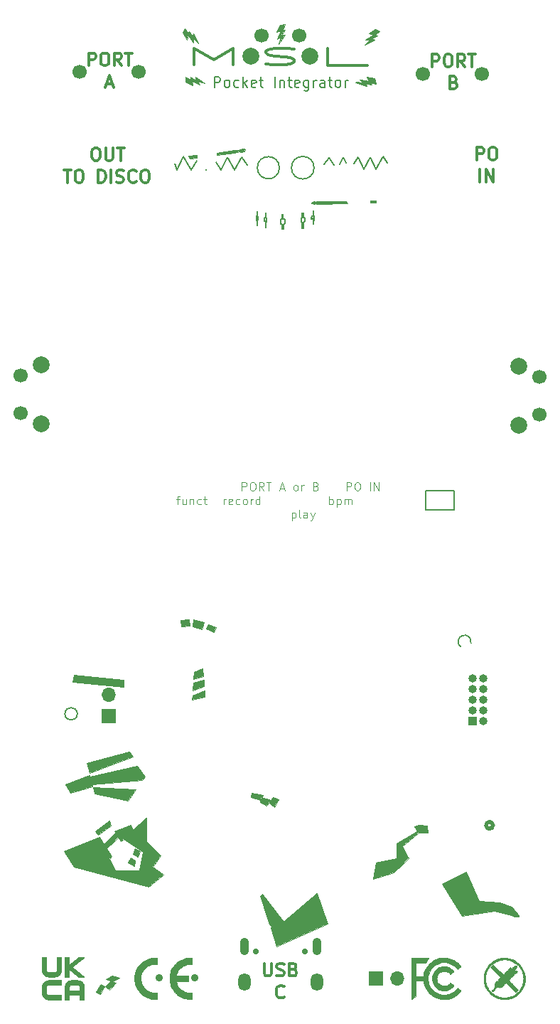
<source format=gbr>
%TF.GenerationSoftware,KiCad,Pcbnew,(5.1.9-0-10_14)*%
%TF.CreationDate,2023-02-22T11:29:21-08:00*%
%TF.ProjectId,integrator,696e7465-6772-4617-946f-722e6b696361,rev?*%
%TF.SameCoordinates,Original*%
%TF.FileFunction,Soldermask,Top*%
%TF.FilePolarity,Negative*%
%FSLAX46Y46*%
G04 Gerber Fmt 4.6, Leading zero omitted, Abs format (unit mm)*
G04 Created by KiCad (PCBNEW (5.1.9-0-10_14)) date 2023-02-22 11:29:21*
%MOMM*%
%LPD*%
G01*
G04 APERTURE LIST*
%ADD10C,0.375000*%
%ADD11C,0.152400*%
%ADD12C,0.100000*%
%ADD13C,0.125000*%
%ADD14C,0.500000*%
%ADD15C,0.200000*%
%ADD16C,0.010000*%
%ADD17O,1.050000X2.100000*%
%ADD18O,1.500000X2.100000*%
%ADD19C,0.700000*%
%ADD20O,1.700000X1.700000*%
%ADD21R,1.700000X1.700000*%
%ADD22O,1.000000X1.000000*%
%ADD23R,1.000000X1.000000*%
%ADD24C,1.700000*%
%ADD25C,2.000000*%
%ADD26C,0.900000*%
G04 APERTURE END LIST*
D10*
X164394238Y-49304761D02*
X159632333Y-49304761D01*
X159632333Y-47304761D01*
X152284714Y-49159523D02*
X153141857Y-49254761D01*
X154570428Y-49254761D01*
X155141857Y-49159523D01*
X155427571Y-49064285D01*
X155713285Y-48873809D01*
X155713285Y-48683333D01*
X155427571Y-48492857D01*
X155141857Y-48397619D01*
X154570428Y-48302380D01*
X153427571Y-48207142D01*
X152856142Y-48111904D01*
X152570428Y-48016666D01*
X152284714Y-47826190D01*
X152284714Y-47635714D01*
X152570428Y-47445238D01*
X152856142Y-47350000D01*
X153427571Y-47254761D01*
X154856142Y-47254761D01*
X155713285Y-47350000D01*
X143765666Y-49254761D02*
X143765666Y-47254761D01*
X146099000Y-48683333D01*
X148432333Y-47254761D01*
X148432333Y-49254761D01*
D11*
X129841462Y-126525000D02*
G75*
G03*
X129841462Y-126525000I-742462J0D01*
G01*
X175511914Y-118541116D02*
G75*
G02*
X176723999Y-118099999I462086J616116D01*
G01*
D12*
G36*
X145049000Y-124475000D02*
G01*
X143524000Y-124850000D01*
X143549000Y-124300000D01*
X144974000Y-123725000D01*
X145049000Y-124475000D01*
G37*
X145049000Y-124475000D02*
X143524000Y-124850000D01*
X143549000Y-124300000D01*
X144974000Y-123725000D01*
X145049000Y-124475000D01*
G36*
X144949000Y-123275000D02*
G01*
X143574000Y-123775000D01*
X143624000Y-122825000D01*
X144899000Y-122475000D01*
X144949000Y-123275000D01*
G37*
X144949000Y-123275000D02*
X143574000Y-123775000D01*
X143624000Y-122825000D01*
X144899000Y-122475000D01*
X144949000Y-123275000D01*
G36*
X144849000Y-122075000D02*
G01*
X143699000Y-122400000D01*
X143724000Y-121550000D01*
X144774000Y-121100000D01*
X144849000Y-122075000D01*
G37*
X144849000Y-122075000D02*
X143699000Y-122400000D01*
X143724000Y-121550000D01*
X144774000Y-121100000D01*
X144849000Y-122075000D01*
D13*
X155389476Y-102535714D02*
X155389476Y-103535714D01*
X155389476Y-102583333D02*
X155484714Y-102535714D01*
X155675190Y-102535714D01*
X155770428Y-102583333D01*
X155818047Y-102630952D01*
X155865666Y-102726190D01*
X155865666Y-103011904D01*
X155818047Y-103107142D01*
X155770428Y-103154761D01*
X155675190Y-103202380D01*
X155484714Y-103202380D01*
X155389476Y-103154761D01*
X156437095Y-103202380D02*
X156341857Y-103154761D01*
X156294238Y-103059523D01*
X156294238Y-102202380D01*
X157246619Y-103202380D02*
X157246619Y-102678571D01*
X157199000Y-102583333D01*
X157103761Y-102535714D01*
X156913285Y-102535714D01*
X156818047Y-102583333D01*
X157246619Y-103154761D02*
X157151380Y-103202380D01*
X156913285Y-103202380D01*
X156818047Y-103154761D01*
X156770428Y-103059523D01*
X156770428Y-102964285D01*
X156818047Y-102869047D01*
X156913285Y-102821428D01*
X157151380Y-102821428D01*
X157246619Y-102773809D01*
X157627571Y-102535714D02*
X157865666Y-103202380D01*
X158103761Y-102535714D02*
X157865666Y-103202380D01*
X157770428Y-103440476D01*
X157722809Y-103488095D01*
X157627571Y-103535714D01*
D11*
X171349000Y-102250000D02*
X171349000Y-99950000D01*
X174749000Y-102250000D02*
X171349000Y-102250000D01*
X174749000Y-99950000D02*
X174749000Y-102250000D01*
X171349000Y-99950000D02*
X174749000Y-99950000D01*
D13*
X159865666Y-101602380D02*
X159865666Y-100602380D01*
X159865666Y-100983333D02*
X159960904Y-100935714D01*
X160151380Y-100935714D01*
X160246619Y-100983333D01*
X160294238Y-101030952D01*
X160341857Y-101126190D01*
X160341857Y-101411904D01*
X160294238Y-101507142D01*
X160246619Y-101554761D01*
X160151380Y-101602380D01*
X159960904Y-101602380D01*
X159865666Y-101554761D01*
X160770428Y-100935714D02*
X160770428Y-101935714D01*
X160770428Y-100983333D02*
X160865666Y-100935714D01*
X161056142Y-100935714D01*
X161151380Y-100983333D01*
X161199000Y-101030952D01*
X161246619Y-101126190D01*
X161246619Y-101411904D01*
X161199000Y-101507142D01*
X161151380Y-101554761D01*
X161056142Y-101602380D01*
X160865666Y-101602380D01*
X160770428Y-101554761D01*
X161675190Y-101602380D02*
X161675190Y-100935714D01*
X161675190Y-101030952D02*
X161722809Y-100983333D01*
X161818047Y-100935714D01*
X161960904Y-100935714D01*
X162056142Y-100983333D01*
X162103761Y-101078571D01*
X162103761Y-101602380D01*
X162103761Y-101078571D02*
X162151380Y-100983333D01*
X162246619Y-100935714D01*
X162389476Y-100935714D01*
X162484714Y-100983333D01*
X162532333Y-101078571D01*
X162532333Y-101602380D01*
X147281142Y-101602380D02*
X147281142Y-100935714D01*
X147281142Y-101126190D02*
X147328761Y-101030952D01*
X147376380Y-100983333D01*
X147471619Y-100935714D01*
X147566857Y-100935714D01*
X148281142Y-101554761D02*
X148185904Y-101602380D01*
X147995428Y-101602380D01*
X147900190Y-101554761D01*
X147852571Y-101459523D01*
X147852571Y-101078571D01*
X147900190Y-100983333D01*
X147995428Y-100935714D01*
X148185904Y-100935714D01*
X148281142Y-100983333D01*
X148328761Y-101078571D01*
X148328761Y-101173809D01*
X147852571Y-101269047D01*
X149185904Y-101554761D02*
X149090666Y-101602380D01*
X148900190Y-101602380D01*
X148804952Y-101554761D01*
X148757333Y-101507142D01*
X148709714Y-101411904D01*
X148709714Y-101126190D01*
X148757333Y-101030952D01*
X148804952Y-100983333D01*
X148900190Y-100935714D01*
X149090666Y-100935714D01*
X149185904Y-100983333D01*
X149757333Y-101602380D02*
X149662095Y-101554761D01*
X149614476Y-101507142D01*
X149566857Y-101411904D01*
X149566857Y-101126190D01*
X149614476Y-101030952D01*
X149662095Y-100983333D01*
X149757333Y-100935714D01*
X149900190Y-100935714D01*
X149995428Y-100983333D01*
X150043047Y-101030952D01*
X150090666Y-101126190D01*
X150090666Y-101411904D01*
X150043047Y-101507142D01*
X149995428Y-101554761D01*
X149900190Y-101602380D01*
X149757333Y-101602380D01*
X150519238Y-101602380D02*
X150519238Y-100935714D01*
X150519238Y-101126190D02*
X150566857Y-101030952D01*
X150614476Y-100983333D01*
X150709714Y-100935714D01*
X150804952Y-100935714D01*
X151566857Y-101602380D02*
X151566857Y-100602380D01*
X151566857Y-101554761D02*
X151471619Y-101602380D01*
X151281142Y-101602380D01*
X151185904Y-101554761D01*
X151138285Y-101507142D01*
X151090666Y-101411904D01*
X151090666Y-101126190D01*
X151138285Y-101030952D01*
X151185904Y-100983333D01*
X151281142Y-100935714D01*
X151471619Y-100935714D01*
X151566857Y-100983333D01*
X141639476Y-100935714D02*
X142020428Y-100935714D01*
X141782333Y-101602380D02*
X141782333Y-100745238D01*
X141829952Y-100650000D01*
X141925190Y-100602380D01*
X142020428Y-100602380D01*
X142782333Y-100935714D02*
X142782333Y-101602380D01*
X142353761Y-100935714D02*
X142353761Y-101459523D01*
X142401380Y-101554761D01*
X142496619Y-101602380D01*
X142639476Y-101602380D01*
X142734714Y-101554761D01*
X142782333Y-101507142D01*
X143258523Y-100935714D02*
X143258523Y-101602380D01*
X143258523Y-101030952D02*
X143306142Y-100983333D01*
X143401380Y-100935714D01*
X143544238Y-100935714D01*
X143639476Y-100983333D01*
X143687095Y-101078571D01*
X143687095Y-101602380D01*
X144591857Y-101554761D02*
X144496619Y-101602380D01*
X144306142Y-101602380D01*
X144210904Y-101554761D01*
X144163285Y-101507142D01*
X144115666Y-101411904D01*
X144115666Y-101126190D01*
X144163285Y-101030952D01*
X144210904Y-100983333D01*
X144306142Y-100935714D01*
X144496619Y-100935714D01*
X144591857Y-100983333D01*
X144877571Y-100935714D02*
X145258523Y-100935714D01*
X145020428Y-100602380D02*
X145020428Y-101459523D01*
X145068047Y-101554761D01*
X145163285Y-101602380D01*
X145258523Y-101602380D01*
X161920428Y-99952380D02*
X161920428Y-98952380D01*
X162301380Y-98952380D01*
X162396619Y-99000000D01*
X162444238Y-99047619D01*
X162491857Y-99142857D01*
X162491857Y-99285714D01*
X162444238Y-99380952D01*
X162396619Y-99428571D01*
X162301380Y-99476190D01*
X161920428Y-99476190D01*
X163110904Y-98952380D02*
X163301380Y-98952380D01*
X163396619Y-99000000D01*
X163491857Y-99095238D01*
X163539476Y-99285714D01*
X163539476Y-99619047D01*
X163491857Y-99809523D01*
X163396619Y-99904761D01*
X163301380Y-99952380D01*
X163110904Y-99952380D01*
X163015666Y-99904761D01*
X162920428Y-99809523D01*
X162872809Y-99619047D01*
X162872809Y-99285714D01*
X162920428Y-99095238D01*
X163015666Y-99000000D01*
X163110904Y-98952380D01*
X164729952Y-99952380D02*
X164729952Y-98952380D01*
X165206142Y-99952380D02*
X165206142Y-98952380D01*
X165777571Y-99952380D01*
X165777571Y-98952380D01*
X149449000Y-99952380D02*
X149449000Y-98952380D01*
X149829952Y-98952380D01*
X149925190Y-99000000D01*
X149972809Y-99047619D01*
X150020428Y-99142857D01*
X150020428Y-99285714D01*
X149972809Y-99380952D01*
X149925190Y-99428571D01*
X149829952Y-99476190D01*
X149449000Y-99476190D01*
X150639476Y-98952380D02*
X150829952Y-98952380D01*
X150925190Y-99000000D01*
X151020428Y-99095238D01*
X151068047Y-99285714D01*
X151068047Y-99619047D01*
X151020428Y-99809523D01*
X150925190Y-99904761D01*
X150829952Y-99952380D01*
X150639476Y-99952380D01*
X150544238Y-99904761D01*
X150449000Y-99809523D01*
X150401380Y-99619047D01*
X150401380Y-99285714D01*
X150449000Y-99095238D01*
X150544238Y-99000000D01*
X150639476Y-98952380D01*
X152068047Y-99952380D02*
X151734714Y-99476190D01*
X151496619Y-99952380D02*
X151496619Y-98952380D01*
X151877571Y-98952380D01*
X151972809Y-99000000D01*
X152020428Y-99047619D01*
X152068047Y-99142857D01*
X152068047Y-99285714D01*
X152020428Y-99380952D01*
X151972809Y-99428571D01*
X151877571Y-99476190D01*
X151496619Y-99476190D01*
X152353761Y-98952380D02*
X152925190Y-98952380D01*
X152639476Y-99952380D02*
X152639476Y-98952380D01*
X153972809Y-99666666D02*
X154449000Y-99666666D01*
X153877571Y-99952380D02*
X154210904Y-98952380D01*
X154544238Y-99952380D01*
X155782333Y-99952380D02*
X155687095Y-99904761D01*
X155639476Y-99857142D01*
X155591857Y-99761904D01*
X155591857Y-99476190D01*
X155639476Y-99380952D01*
X155687095Y-99333333D01*
X155782333Y-99285714D01*
X155925190Y-99285714D01*
X156020428Y-99333333D01*
X156068047Y-99380952D01*
X156115666Y-99476190D01*
X156115666Y-99761904D01*
X156068047Y-99857142D01*
X156020428Y-99904761D01*
X155925190Y-99952380D01*
X155782333Y-99952380D01*
X156544238Y-99952380D02*
X156544238Y-99285714D01*
X156544238Y-99476190D02*
X156591857Y-99380952D01*
X156639476Y-99333333D01*
X156734714Y-99285714D01*
X156829952Y-99285714D01*
X158258523Y-99428571D02*
X158401380Y-99476190D01*
X158449000Y-99523809D01*
X158496619Y-99619047D01*
X158496619Y-99761904D01*
X158449000Y-99857142D01*
X158401380Y-99904761D01*
X158306142Y-99952380D01*
X157925190Y-99952380D01*
X157925190Y-98952380D01*
X158258523Y-98952380D01*
X158353761Y-99000000D01*
X158401380Y-99047619D01*
X158449000Y-99142857D01*
X158449000Y-99238095D01*
X158401380Y-99333333D01*
X158353761Y-99380952D01*
X158258523Y-99428571D01*
X157925190Y-99428571D01*
D11*
X141699000Y-61800000D02*
X141449000Y-61000000D01*
X142499000Y-60200000D02*
X141699000Y-61800000D01*
X143399000Y-61800000D02*
X142499000Y-60200000D01*
X144099000Y-60650000D02*
X143399000Y-61800000D01*
X145199000Y-61800000D02*
X145149000Y-61700000D01*
X145199000Y-61800000D02*
X145199000Y-61800000D01*
X146949000Y-61800000D02*
X146399000Y-60800000D01*
X147699000Y-60250000D02*
X146949000Y-61800000D01*
X148599000Y-61800000D02*
X147699000Y-60250000D01*
X149399000Y-60250000D02*
X148599000Y-61800000D01*
X150099000Y-61150000D02*
X149399000Y-60250000D01*
X166299000Y-60150000D02*
X166749000Y-60900000D01*
X165449000Y-61650000D02*
X166299000Y-60150000D01*
X164749000Y-60250000D02*
X165449000Y-61650000D01*
X163999000Y-61650000D02*
X164749000Y-60250000D01*
X163299000Y-60250000D02*
X163999000Y-61650000D01*
X162799000Y-61000000D02*
X163299000Y-60250000D01*
X161499000Y-60250000D02*
X161899000Y-60900000D01*
X161099000Y-61050000D02*
X161499000Y-60250000D01*
X159849000Y-60300000D02*
X160399000Y-61200000D01*
X159249000Y-61100000D02*
X159849000Y-60300000D01*
D12*
G36*
X165254523Y-50872803D02*
G01*
X165458111Y-51439417D01*
X164752613Y-51317872D01*
X164878555Y-51594709D01*
X164147176Y-51376571D01*
X164299000Y-51750000D01*
X163042367Y-51310257D01*
X163879812Y-51344683D01*
X163521862Y-50974721D01*
X164604257Y-51150569D01*
X164329958Y-50706429D01*
X165254523Y-50872803D01*
G37*
X165254523Y-50872803D02*
X165458111Y-51439417D01*
X164752613Y-51317872D01*
X164878555Y-51594709D01*
X164147176Y-51376571D01*
X164299000Y-51750000D01*
X163042367Y-51310257D01*
X163879812Y-51344683D01*
X163521862Y-50974721D01*
X164604257Y-51150569D01*
X164329958Y-50706429D01*
X165254523Y-50872803D01*
G36*
X165204523Y-50922803D02*
G01*
X165408111Y-51489417D01*
X164702613Y-51367872D01*
X164828555Y-51644709D01*
X164097176Y-51426571D01*
X164249000Y-51800000D01*
X162992367Y-51360257D01*
X163829812Y-51394683D01*
X163471862Y-51024721D01*
X164554257Y-51200569D01*
X164279958Y-50756429D01*
X165204523Y-50922803D01*
G37*
X165204523Y-50922803D02*
X165408111Y-51489417D01*
X164702613Y-51367872D01*
X164828555Y-51644709D01*
X164097176Y-51426571D01*
X164249000Y-51800000D01*
X162992367Y-51360257D01*
X163829812Y-51394683D01*
X163471862Y-51024721D01*
X164554257Y-51200569D01*
X164279958Y-50756429D01*
X165204523Y-50922803D01*
G36*
X144999000Y-51450000D02*
G01*
X144199000Y-51200000D01*
X144449000Y-51650000D01*
X143449000Y-51200000D01*
X143599000Y-51700000D01*
X142749000Y-51300000D01*
X142699000Y-50700000D01*
X143349000Y-51000000D01*
X143299000Y-50700000D01*
X143949000Y-51100000D01*
X143899000Y-50700000D01*
X144999000Y-51450000D01*
G37*
X144999000Y-51450000D02*
X144199000Y-51200000D01*
X144449000Y-51650000D01*
X143449000Y-51200000D01*
X143599000Y-51700000D01*
X142749000Y-51300000D01*
X142699000Y-50700000D01*
X143349000Y-51000000D01*
X143299000Y-50700000D01*
X143949000Y-51100000D01*
X143899000Y-50700000D01*
X144999000Y-51450000D01*
D11*
X158044362Y-61500000D02*
G75*
G03*
X158044362Y-61500000I-1345362J0D01*
G01*
X153911440Y-61500000D02*
G75*
G03*
X153911440Y-61500000I-1312440J0D01*
G01*
X152399000Y-67500000D02*
X152299000Y-67400000D01*
X152399000Y-67950000D02*
X152399000Y-67500000D01*
X152299000Y-67950000D02*
X152399000Y-67950000D01*
X152299000Y-68650000D02*
X152299000Y-67950000D01*
X152299000Y-67900000D02*
X152299000Y-68650000D01*
X152149000Y-67900000D02*
X152299000Y-67900000D01*
X152149000Y-67450000D02*
X152149000Y-67900000D01*
X152299000Y-67450000D02*
X152149000Y-67450000D01*
X152299000Y-66850000D02*
X152299000Y-67450000D01*
X151349000Y-67350000D02*
X151199000Y-67200000D01*
X151349000Y-67700000D02*
X151349000Y-67350000D01*
X151249000Y-68350000D02*
X151249000Y-67800000D01*
X151249000Y-67800000D02*
X151249000Y-68350000D01*
X151199000Y-67750000D02*
X151249000Y-67800000D01*
X151199000Y-67250000D02*
X151199000Y-67750000D01*
X151249000Y-67300000D02*
X151199000Y-67250000D01*
X151249000Y-66650000D02*
X151249000Y-67300000D01*
X158049000Y-67200000D02*
X157949000Y-67200000D01*
X158049000Y-67450000D02*
X158049000Y-67200000D01*
X157949000Y-68200000D02*
X158049000Y-67450000D01*
X157949000Y-67550000D02*
X157949000Y-68200000D01*
X157749000Y-67650000D02*
X157949000Y-67550000D01*
X157749000Y-67350000D02*
X157749000Y-67650000D01*
X157949000Y-67200000D02*
X157749000Y-67350000D01*
X157949000Y-66600000D02*
X157949000Y-67200000D01*
X156799000Y-67450000D02*
X156799000Y-66850000D01*
X156949000Y-67400000D02*
X156799000Y-67450000D01*
X156949000Y-67850000D02*
X156949000Y-67400000D01*
X156749000Y-68000000D02*
X156949000Y-67850000D01*
X156749000Y-68750000D02*
X156749000Y-68000000D01*
X156599000Y-68750000D02*
X156749000Y-68750000D01*
X156599000Y-67950000D02*
X156599000Y-68750000D01*
X156499000Y-67950000D02*
X156599000Y-67950000D01*
X156499000Y-67500000D02*
X156499000Y-67950000D01*
X156649000Y-67450000D02*
X156499000Y-67500000D01*
X156649000Y-66850000D02*
X156649000Y-67450000D01*
X154349000Y-67600000D02*
X154349000Y-67000000D01*
X154549000Y-67600000D02*
X154349000Y-67600000D01*
X154549000Y-68150000D02*
X154549000Y-67600000D01*
X154499000Y-68200000D02*
X154549000Y-68150000D01*
X154449000Y-68800000D02*
X154449000Y-68200000D01*
X154249000Y-68800000D02*
X154449000Y-68800000D01*
X154249000Y-68200000D02*
X154249000Y-68800000D01*
X154049000Y-68200000D02*
X154249000Y-68200000D01*
X154049000Y-67900000D02*
X154049000Y-68200000D01*
X154049000Y-67600000D02*
X154049000Y-67900000D01*
X154249000Y-67600000D02*
X154049000Y-67600000D01*
X154249000Y-67000000D02*
X154249000Y-67600000D01*
D12*
G36*
X144099000Y-60300000D02*
G01*
X143199000Y-60400000D01*
X143099000Y-60100000D01*
X144049000Y-60000000D01*
X144099000Y-60300000D01*
G37*
X144099000Y-60300000D02*
X143199000Y-60400000D01*
X143099000Y-60100000D01*
X144049000Y-60000000D01*
X144099000Y-60300000D01*
G36*
X149849000Y-59350000D02*
G01*
X149749000Y-59550000D01*
X149274000Y-59625000D01*
X149124000Y-59575000D01*
X148549000Y-59700000D01*
X146449000Y-59950000D01*
X146449000Y-59700000D01*
X148599000Y-59400000D01*
X149124000Y-59425000D01*
X149174000Y-59275000D01*
X149649000Y-59250000D01*
X149849000Y-59350000D01*
G37*
X149849000Y-59350000D02*
X149749000Y-59550000D01*
X149274000Y-59625000D01*
X149124000Y-59575000D01*
X148549000Y-59700000D01*
X146449000Y-59950000D01*
X146449000Y-59700000D01*
X148599000Y-59400000D01*
X149124000Y-59425000D01*
X149174000Y-59275000D01*
X149649000Y-59250000D01*
X149849000Y-59350000D01*
G36*
X165449000Y-65650000D02*
G01*
X164782828Y-65684850D01*
X164776999Y-65429966D01*
X165393931Y-65386433D01*
X165449000Y-65650000D01*
G37*
X165449000Y-65650000D02*
X164782828Y-65684850D01*
X164776999Y-65429966D01*
X165393931Y-65386433D01*
X165449000Y-65650000D01*
G36*
X158212743Y-65614416D02*
G01*
X158279348Y-65524618D01*
X161899000Y-65486433D01*
X162049000Y-65750000D01*
X158424216Y-65854790D01*
X158186696Y-65762138D01*
X158169331Y-65860618D01*
X157676927Y-65773794D01*
X157702975Y-65626073D01*
X158033147Y-65481206D01*
X158212743Y-65614416D01*
G37*
X158212743Y-65614416D02*
X158279348Y-65524618D01*
X161899000Y-65486433D01*
X162049000Y-65750000D01*
X158424216Y-65854790D01*
X158186696Y-65762138D01*
X158169331Y-65860618D01*
X157676927Y-65773794D01*
X157702975Y-65626073D01*
X158033147Y-65481206D01*
X158212743Y-65614416D01*
G36*
X165857013Y-45250481D02*
G01*
X165272205Y-45663397D01*
X165557013Y-45770096D01*
X164885602Y-46133012D01*
X165257013Y-46289711D01*
X164057494Y-46867339D01*
X164674000Y-46299519D01*
X164159288Y-46291025D01*
X165049000Y-45650000D01*
X164540987Y-45529903D01*
X165312397Y-44993782D01*
X165857013Y-45250481D01*
G37*
X165857013Y-45250481D02*
X165272205Y-45663397D01*
X165557013Y-45770096D01*
X164885602Y-46133012D01*
X165257013Y-46289711D01*
X164057494Y-46867339D01*
X164674000Y-46299519D01*
X164159288Y-46291025D01*
X165049000Y-45650000D01*
X164540987Y-45529903D01*
X165312397Y-44993782D01*
X165857013Y-45250481D01*
G36*
X143062878Y-45501795D02*
G01*
X143169577Y-45216987D01*
X143532493Y-45888398D01*
X143689192Y-45516987D01*
X144266820Y-46716506D01*
X143699000Y-46100000D01*
X143690506Y-46614712D01*
X143049481Y-45725000D01*
X142929384Y-46233013D01*
X142393263Y-45461603D01*
X142649962Y-44916987D01*
X143062878Y-45501795D01*
G37*
X143062878Y-45501795D02*
X143169577Y-45216987D01*
X143532493Y-45888398D01*
X143689192Y-45516987D01*
X144266820Y-46716506D01*
X143699000Y-46100000D01*
X143690506Y-46614712D01*
X143049481Y-45725000D01*
X142929384Y-46233013D01*
X142393263Y-45461603D01*
X142649962Y-44916987D01*
X143062878Y-45501795D01*
G36*
X154299000Y-45100000D02*
G01*
X154599000Y-45050000D01*
X154199000Y-45700000D01*
X154599000Y-45650000D01*
X153849000Y-46750000D01*
X154099000Y-45950000D01*
X153649000Y-46200000D01*
X154099000Y-45200000D01*
X153599000Y-45350000D01*
X153999000Y-44500000D01*
X154599000Y-44450000D01*
X154299000Y-45100000D01*
G37*
X154299000Y-45100000D02*
X154599000Y-45050000D01*
X154199000Y-45700000D01*
X154599000Y-45650000D01*
X153849000Y-46750000D01*
X154099000Y-45950000D01*
X153649000Y-46200000D01*
X154099000Y-45200000D01*
X153599000Y-45350000D01*
X153999000Y-44500000D01*
X154599000Y-44450000D01*
X154299000Y-45100000D01*
D14*
X179352113Y-139800000D02*
G75*
G03*
X179352113Y-139800000I-403113J0D01*
G01*
D12*
G36*
X171549000Y-139800000D02*
G01*
X171599000Y-140700000D01*
X170499000Y-140650000D01*
X168549000Y-142300000D01*
X169299000Y-143750000D01*
X167549000Y-145450000D01*
X165049000Y-146200000D01*
X165449000Y-144250000D01*
X167849000Y-143700000D01*
X167899000Y-141950000D01*
X170349000Y-140550000D01*
X169999000Y-139900000D01*
X170549000Y-139750000D01*
X171549000Y-139800000D01*
G37*
X171549000Y-139800000D02*
X171599000Y-140700000D01*
X170499000Y-140650000D01*
X168549000Y-142300000D01*
X169299000Y-143750000D01*
X167549000Y-145450000D01*
X165049000Y-146200000D01*
X165449000Y-144250000D01*
X167849000Y-143700000D01*
X167899000Y-141950000D01*
X170349000Y-140550000D01*
X169999000Y-139900000D01*
X170549000Y-139750000D01*
X171549000Y-139800000D01*
G36*
X135399000Y-122450000D02*
G01*
X135349000Y-123300000D01*
X129249000Y-122700000D01*
X129349000Y-122350000D01*
X129399000Y-121850000D01*
X135399000Y-122450000D01*
G37*
X135399000Y-122450000D02*
X135349000Y-123300000D01*
X129249000Y-122700000D01*
X129349000Y-122350000D01*
X129399000Y-121850000D01*
X135399000Y-122450000D01*
G36*
X136799000Y-135550000D02*
G01*
X135899000Y-136850000D01*
X131899000Y-136050000D01*
X131699000Y-135300000D01*
X136799000Y-135550000D01*
G37*
X136799000Y-135550000D02*
X135899000Y-136850000D01*
X131899000Y-136050000D01*
X131699000Y-135300000D01*
X136799000Y-135550000D01*
G36*
X137899000Y-134000000D02*
G01*
X137549000Y-134400000D01*
X131649000Y-134950000D01*
X131399000Y-134000000D01*
X136999000Y-132700000D01*
X137899000Y-134000000D01*
G37*
X137899000Y-134000000D02*
X137549000Y-134400000D01*
X131649000Y-134950000D01*
X131399000Y-134000000D01*
X136999000Y-132700000D01*
X137899000Y-134000000D01*
G36*
X136499000Y-131650000D02*
G01*
X131299000Y-133600000D01*
X130999000Y-132350000D01*
X136049000Y-131000000D01*
X136499000Y-131650000D01*
G37*
X136499000Y-131650000D02*
X131299000Y-133600000D01*
X130999000Y-132350000D01*
X136049000Y-131000000D01*
X136499000Y-131650000D01*
G36*
X138099000Y-141800000D02*
G01*
X136449000Y-140350000D01*
X138099000Y-138900000D01*
X138099000Y-141800000D01*
G37*
X138099000Y-141800000D02*
X136449000Y-140350000D01*
X138099000Y-138900000D01*
X138099000Y-141800000D01*
G36*
X136449000Y-140350000D02*
G01*
X138149000Y-141800000D01*
X139749000Y-143400000D01*
X138849000Y-144700000D01*
X140099000Y-145700000D01*
X138349000Y-147100000D01*
X129399000Y-144700000D01*
X128249000Y-142900000D01*
X132449000Y-141200000D01*
X133949000Y-143500000D01*
X133699000Y-143850000D01*
X134349000Y-145200000D01*
X137249000Y-145150000D01*
X137649000Y-143000000D01*
X135399000Y-141450000D01*
X134999000Y-141700000D01*
X134249000Y-140500000D01*
X136249000Y-139750000D01*
X136449000Y-140350000D01*
G37*
X136449000Y-140350000D02*
X138149000Y-141800000D01*
X139749000Y-143400000D01*
X138849000Y-144700000D01*
X140099000Y-145700000D01*
X138349000Y-147100000D01*
X129399000Y-144700000D01*
X128249000Y-142900000D01*
X132449000Y-141200000D01*
X133949000Y-143500000D01*
X133699000Y-143850000D01*
X134349000Y-145200000D01*
X137249000Y-145150000D01*
X137649000Y-143000000D01*
X135399000Y-141450000D01*
X134999000Y-141700000D01*
X134249000Y-140500000D01*
X136249000Y-139750000D01*
X136449000Y-140350000D01*
G36*
X131649000Y-135150000D02*
G01*
X129049000Y-135950000D01*
X128449000Y-134950000D01*
X131299000Y-133800000D01*
X131649000Y-135150000D01*
G37*
X131649000Y-135150000D02*
X129049000Y-135950000D01*
X128449000Y-134950000D01*
X131299000Y-133800000D01*
X131649000Y-135150000D01*
G36*
X133849000Y-139850000D02*
G01*
X132349000Y-140950000D01*
X131999000Y-140550000D01*
X133649000Y-139250000D01*
X133849000Y-139850000D01*
G37*
X133849000Y-139850000D02*
X132349000Y-140950000D01*
X131999000Y-140550000D01*
X133649000Y-139250000D01*
X133849000Y-139850000D01*
G36*
X134749000Y-141200000D02*
G01*
X133349000Y-142550000D01*
X132949000Y-142000000D01*
X134399000Y-140700000D01*
X134749000Y-141200000D01*
G37*
X134749000Y-141200000D02*
X133349000Y-142550000D01*
X132949000Y-142000000D01*
X134399000Y-140700000D01*
X134749000Y-141200000D01*
G36*
X136749000Y-144000000D02*
G01*
X136599000Y-144650000D01*
X135899000Y-144250000D01*
X136199000Y-143650000D01*
X136749000Y-144000000D01*
G37*
X136749000Y-144000000D02*
X136599000Y-144650000D01*
X135899000Y-144250000D01*
X136199000Y-143650000D01*
X136749000Y-144000000D01*
G36*
X137299000Y-142900000D02*
G01*
X137049000Y-143550000D01*
X136499000Y-143200000D01*
X136699000Y-142550000D01*
X137299000Y-142900000D01*
G37*
X137299000Y-142900000D02*
X137049000Y-143550000D01*
X136499000Y-143200000D01*
X136699000Y-142550000D01*
X137299000Y-142900000D01*
G36*
X153799000Y-136700000D02*
G01*
X153299000Y-137650000D01*
X152699000Y-137150000D01*
X153149000Y-136450000D01*
X153799000Y-136700000D01*
G37*
X153799000Y-136700000D02*
X153299000Y-137650000D01*
X152699000Y-137150000D01*
X153149000Y-136450000D01*
X153799000Y-136700000D01*
G36*
X152899000Y-136800000D02*
G01*
X152399000Y-137450000D01*
X151649000Y-137000000D01*
X151799000Y-136450000D01*
X152899000Y-136800000D01*
G37*
X152899000Y-136800000D02*
X152399000Y-137450000D01*
X151649000Y-137000000D01*
X151799000Y-136450000D01*
X152899000Y-136800000D01*
G36*
X151949000Y-136150000D02*
G01*
X151599000Y-136750000D01*
X150499000Y-136450000D01*
X150599000Y-135950000D01*
X151949000Y-136150000D01*
G37*
X151949000Y-136150000D02*
X151599000Y-136750000D01*
X150499000Y-136450000D01*
X150599000Y-135950000D01*
X151949000Y-136150000D01*
G36*
X134849000Y-157950000D02*
G01*
X134049000Y-158350000D01*
X133249000Y-158150000D01*
X133999000Y-157700000D01*
X134849000Y-157950000D01*
G37*
X134849000Y-157950000D02*
X134049000Y-158350000D01*
X133249000Y-158150000D01*
X133999000Y-157700000D01*
X134849000Y-157950000D01*
G36*
X134399000Y-158550000D02*
G01*
X133699000Y-159400000D01*
X133199000Y-159000000D01*
X133849000Y-158400000D01*
X134399000Y-158550000D01*
G37*
X134399000Y-158550000D02*
X133699000Y-159400000D01*
X133199000Y-159000000D01*
X133849000Y-158400000D01*
X134399000Y-158550000D01*
G36*
X133049000Y-158950000D02*
G01*
X132549000Y-159900000D01*
X132049000Y-159650000D01*
X132649000Y-158750000D01*
X133049000Y-158950000D01*
G37*
X133049000Y-158950000D02*
X132549000Y-159900000D01*
X132049000Y-159650000D01*
X132649000Y-158750000D01*
X133049000Y-158950000D01*
G36*
X177699000Y-148800000D02*
G01*
X180149000Y-149000000D01*
X181599000Y-149450000D01*
X182349000Y-150450000D01*
X182399000Y-150550000D01*
X182399000Y-150650000D01*
X181949000Y-150650000D01*
X181599000Y-150500000D01*
X179549000Y-149950000D01*
X175649000Y-150600000D01*
X173299000Y-146800000D01*
X176199000Y-145350000D01*
X177699000Y-148800000D01*
G37*
X177699000Y-148800000D02*
X180149000Y-149000000D01*
X181599000Y-149450000D01*
X182349000Y-150450000D01*
X182399000Y-150550000D01*
X182399000Y-150650000D01*
X181949000Y-150650000D01*
X181599000Y-150500000D01*
X179549000Y-149950000D01*
X175649000Y-150600000D01*
X173299000Y-146800000D01*
X176199000Y-145350000D01*
X177699000Y-148800000D01*
G36*
X159699000Y-151500000D02*
G01*
X153549000Y-154200000D01*
X152899000Y-152000000D01*
X152999000Y-151850000D01*
X152749000Y-151600000D01*
X151649000Y-148200000D01*
X151849000Y-148000000D01*
X154399000Y-151250000D01*
X158349000Y-147900000D01*
X159699000Y-151500000D01*
G37*
X159699000Y-151500000D02*
X153549000Y-154200000D01*
X152899000Y-152000000D01*
X152999000Y-151850000D01*
X152749000Y-151600000D01*
X151649000Y-148200000D01*
X151849000Y-148000000D01*
X154399000Y-151250000D01*
X158349000Y-147900000D01*
X159699000Y-151500000D01*
G36*
X146349000Y-116250000D02*
G01*
X146149000Y-116800000D01*
X145149000Y-116350000D01*
X145399000Y-115900000D01*
X146349000Y-116250000D01*
G37*
X146349000Y-116250000D02*
X146149000Y-116800000D01*
X145149000Y-116350000D01*
X145399000Y-115900000D01*
X146349000Y-116250000D01*
G36*
X144899000Y-115600000D02*
G01*
X144649000Y-116450000D01*
X143549000Y-116100000D01*
X143699000Y-115300000D01*
X144899000Y-115600000D01*
G37*
X144899000Y-115600000D02*
X144649000Y-116450000D01*
X143549000Y-116100000D01*
X143699000Y-115300000D01*
X144899000Y-115600000D01*
G36*
X143199000Y-116000000D02*
G01*
X142199000Y-116100000D01*
X142149000Y-115350000D01*
X143149000Y-115250000D01*
X143199000Y-116000000D01*
G37*
X143199000Y-116000000D02*
X142199000Y-116100000D01*
X142149000Y-115350000D01*
X143149000Y-115250000D01*
X143199000Y-116000000D01*
D10*
X177420428Y-60566071D02*
X177420428Y-59066071D01*
X177991857Y-59066071D01*
X178134714Y-59137500D01*
X178206142Y-59208928D01*
X178277571Y-59351785D01*
X178277571Y-59566071D01*
X178206142Y-59708928D01*
X178134714Y-59780357D01*
X177991857Y-59851785D01*
X177420428Y-59851785D01*
X179206142Y-59066071D02*
X179491857Y-59066071D01*
X179634714Y-59137500D01*
X179777571Y-59280357D01*
X179849000Y-59566071D01*
X179849000Y-60066071D01*
X179777571Y-60351785D01*
X179634714Y-60494642D01*
X179491857Y-60566071D01*
X179206142Y-60566071D01*
X179063285Y-60494642D01*
X178920428Y-60351785D01*
X178849000Y-60066071D01*
X178849000Y-59566071D01*
X178920428Y-59280357D01*
X179063285Y-59137500D01*
X179206142Y-59066071D01*
X177813285Y-63191071D02*
X177813285Y-61691071D01*
X178527571Y-63191071D02*
X178527571Y-61691071D01*
X179384714Y-63191071D01*
X179384714Y-61691071D01*
D15*
X146162095Y-51915476D02*
X146162095Y-50665476D01*
X146638285Y-50665476D01*
X146757333Y-50725000D01*
X146816857Y-50784523D01*
X146876380Y-50903571D01*
X146876380Y-51082142D01*
X146816857Y-51201190D01*
X146757333Y-51260714D01*
X146638285Y-51320238D01*
X146162095Y-51320238D01*
X147590666Y-51915476D02*
X147471619Y-51855952D01*
X147412095Y-51796428D01*
X147352571Y-51677380D01*
X147352571Y-51320238D01*
X147412095Y-51201190D01*
X147471619Y-51141666D01*
X147590666Y-51082142D01*
X147769238Y-51082142D01*
X147888285Y-51141666D01*
X147947809Y-51201190D01*
X148007333Y-51320238D01*
X148007333Y-51677380D01*
X147947809Y-51796428D01*
X147888285Y-51855952D01*
X147769238Y-51915476D01*
X147590666Y-51915476D01*
X149078761Y-51855952D02*
X148959714Y-51915476D01*
X148721619Y-51915476D01*
X148602571Y-51855952D01*
X148543047Y-51796428D01*
X148483523Y-51677380D01*
X148483523Y-51320238D01*
X148543047Y-51201190D01*
X148602571Y-51141666D01*
X148721619Y-51082142D01*
X148959714Y-51082142D01*
X149078761Y-51141666D01*
X149614476Y-51915476D02*
X149614476Y-50665476D01*
X149733523Y-51439285D02*
X150090666Y-51915476D01*
X150090666Y-51082142D02*
X149614476Y-51558333D01*
X151102571Y-51855952D02*
X150983523Y-51915476D01*
X150745428Y-51915476D01*
X150626380Y-51855952D01*
X150566857Y-51736904D01*
X150566857Y-51260714D01*
X150626380Y-51141666D01*
X150745428Y-51082142D01*
X150983523Y-51082142D01*
X151102571Y-51141666D01*
X151162095Y-51260714D01*
X151162095Y-51379761D01*
X150566857Y-51498809D01*
X151519238Y-51082142D02*
X151995428Y-51082142D01*
X151697809Y-50665476D02*
X151697809Y-51736904D01*
X151757333Y-51855952D01*
X151876380Y-51915476D01*
X151995428Y-51915476D01*
X153364476Y-51915476D02*
X153364476Y-50665476D01*
X153959714Y-51082142D02*
X153959714Y-51915476D01*
X153959714Y-51201190D02*
X154019238Y-51141666D01*
X154138285Y-51082142D01*
X154316857Y-51082142D01*
X154435904Y-51141666D01*
X154495428Y-51260714D01*
X154495428Y-51915476D01*
X154912095Y-51082142D02*
X155388285Y-51082142D01*
X155090666Y-50665476D02*
X155090666Y-51736904D01*
X155150190Y-51855952D01*
X155269238Y-51915476D01*
X155388285Y-51915476D01*
X156281142Y-51855952D02*
X156162095Y-51915476D01*
X155924000Y-51915476D01*
X155804952Y-51855952D01*
X155745428Y-51736904D01*
X155745428Y-51260714D01*
X155804952Y-51141666D01*
X155924000Y-51082142D01*
X156162095Y-51082142D01*
X156281142Y-51141666D01*
X156340666Y-51260714D01*
X156340666Y-51379761D01*
X155745428Y-51498809D01*
X157412095Y-51082142D02*
X157412095Y-52094047D01*
X157352571Y-52213095D01*
X157293047Y-52272619D01*
X157174000Y-52332142D01*
X156995428Y-52332142D01*
X156876380Y-52272619D01*
X157412095Y-51855952D02*
X157293047Y-51915476D01*
X157054952Y-51915476D01*
X156935904Y-51855952D01*
X156876380Y-51796428D01*
X156816857Y-51677380D01*
X156816857Y-51320238D01*
X156876380Y-51201190D01*
X156935904Y-51141666D01*
X157054952Y-51082142D01*
X157293047Y-51082142D01*
X157412095Y-51141666D01*
X158007333Y-51915476D02*
X158007333Y-51082142D01*
X158007333Y-51320238D02*
X158066857Y-51201190D01*
X158126380Y-51141666D01*
X158245428Y-51082142D01*
X158364476Y-51082142D01*
X159316857Y-51915476D02*
X159316857Y-51260714D01*
X159257333Y-51141666D01*
X159138285Y-51082142D01*
X158900190Y-51082142D01*
X158781142Y-51141666D01*
X159316857Y-51855952D02*
X159197809Y-51915476D01*
X158900190Y-51915476D01*
X158781142Y-51855952D01*
X158721619Y-51736904D01*
X158721619Y-51617857D01*
X158781142Y-51498809D01*
X158900190Y-51439285D01*
X159197809Y-51439285D01*
X159316857Y-51379761D01*
X159733523Y-51082142D02*
X160209714Y-51082142D01*
X159912095Y-50665476D02*
X159912095Y-51736904D01*
X159971619Y-51855952D01*
X160090666Y-51915476D01*
X160209714Y-51915476D01*
X160804952Y-51915476D02*
X160685904Y-51855952D01*
X160626380Y-51796428D01*
X160566857Y-51677380D01*
X160566857Y-51320238D01*
X160626380Y-51201190D01*
X160685904Y-51141666D01*
X160804952Y-51082142D01*
X160983523Y-51082142D01*
X161102571Y-51141666D01*
X161162095Y-51201190D01*
X161221619Y-51320238D01*
X161221619Y-51677380D01*
X161162095Y-51796428D01*
X161102571Y-51855952D01*
X160983523Y-51915476D01*
X160804952Y-51915476D01*
X161757333Y-51915476D02*
X161757333Y-51082142D01*
X161757333Y-51320238D02*
X161816857Y-51201190D01*
X161876380Y-51141666D01*
X161995428Y-51082142D01*
X162114476Y-51082142D01*
D10*
X152106142Y-156232071D02*
X152106142Y-157446357D01*
X152177571Y-157589214D01*
X152249000Y-157660642D01*
X152391857Y-157732071D01*
X152677571Y-157732071D01*
X152820428Y-157660642D01*
X152891857Y-157589214D01*
X152963285Y-157446357D01*
X152963285Y-156232071D01*
X153606142Y-157660642D02*
X153820428Y-157732071D01*
X154177571Y-157732071D01*
X154320428Y-157660642D01*
X154391857Y-157589214D01*
X154463285Y-157446357D01*
X154463285Y-157303500D01*
X154391857Y-157160642D01*
X154320428Y-157089214D01*
X154177571Y-157017785D01*
X153891857Y-156946357D01*
X153749000Y-156874928D01*
X153677571Y-156803500D01*
X153606142Y-156660642D01*
X153606142Y-156517785D01*
X153677571Y-156374928D01*
X153749000Y-156303500D01*
X153891857Y-156232071D01*
X154249000Y-156232071D01*
X154463285Y-156303500D01*
X155606142Y-156946357D02*
X155820428Y-157017785D01*
X155891857Y-157089214D01*
X155963285Y-157232071D01*
X155963285Y-157446357D01*
X155891857Y-157589214D01*
X155820428Y-157660642D01*
X155677571Y-157732071D01*
X155106142Y-157732071D01*
X155106142Y-156232071D01*
X155606142Y-156232071D01*
X155749000Y-156303500D01*
X155820428Y-156374928D01*
X155891857Y-156517785D01*
X155891857Y-156660642D01*
X155820428Y-156803500D01*
X155749000Y-156874928D01*
X155606142Y-156946357D01*
X155106142Y-156946357D01*
X154463285Y-160214214D02*
X154391857Y-160285642D01*
X154177571Y-160357071D01*
X154034714Y-160357071D01*
X153820428Y-160285642D01*
X153677571Y-160142785D01*
X153606142Y-159999928D01*
X153534714Y-159714214D01*
X153534714Y-159499928D01*
X153606142Y-159214214D01*
X153677571Y-159071357D01*
X153820428Y-158928500D01*
X154034714Y-158857071D01*
X154177571Y-158857071D01*
X154391857Y-158928500D01*
X154463285Y-158999928D01*
X131919116Y-59137977D02*
X132204830Y-59137977D01*
X132347687Y-59209406D01*
X132490544Y-59352263D01*
X132561973Y-59637977D01*
X132561973Y-60137977D01*
X132490544Y-60423691D01*
X132347687Y-60566548D01*
X132204830Y-60637977D01*
X131919116Y-60637977D01*
X131776258Y-60566548D01*
X131633401Y-60423691D01*
X131561973Y-60137977D01*
X131561973Y-59637977D01*
X131633401Y-59352263D01*
X131776258Y-59209406D01*
X131919116Y-59137977D01*
X133204830Y-59137977D02*
X133204830Y-60352263D01*
X133276258Y-60495120D01*
X133347687Y-60566548D01*
X133490544Y-60637977D01*
X133776258Y-60637977D01*
X133919116Y-60566548D01*
X133990544Y-60495120D01*
X134061973Y-60352263D01*
X134061973Y-59137977D01*
X134561973Y-59137977D02*
X135419116Y-59137977D01*
X134990544Y-60637977D02*
X134990544Y-59137977D01*
X128276258Y-61762977D02*
X129133401Y-61762977D01*
X128704830Y-63262977D02*
X128704830Y-61762977D01*
X129919116Y-61762977D02*
X130204830Y-61762977D01*
X130347687Y-61834406D01*
X130490544Y-61977263D01*
X130561973Y-62262977D01*
X130561973Y-62762977D01*
X130490544Y-63048691D01*
X130347687Y-63191548D01*
X130204830Y-63262977D01*
X129919116Y-63262977D01*
X129776258Y-63191548D01*
X129633401Y-63048691D01*
X129561973Y-62762977D01*
X129561973Y-62262977D01*
X129633401Y-61977263D01*
X129776258Y-61834406D01*
X129919116Y-61762977D01*
X132347687Y-63262977D02*
X132347687Y-61762977D01*
X132704830Y-61762977D01*
X132919116Y-61834406D01*
X133061973Y-61977263D01*
X133133401Y-62120120D01*
X133204830Y-62405834D01*
X133204830Y-62620120D01*
X133133401Y-62905834D01*
X133061973Y-63048691D01*
X132919116Y-63191548D01*
X132704830Y-63262977D01*
X132347687Y-63262977D01*
X133847687Y-63262977D02*
X133847687Y-61762977D01*
X134490544Y-63191548D02*
X134704830Y-63262977D01*
X135061973Y-63262977D01*
X135204830Y-63191548D01*
X135276258Y-63120120D01*
X135347687Y-62977263D01*
X135347687Y-62834406D01*
X135276258Y-62691548D01*
X135204830Y-62620120D01*
X135061973Y-62548691D01*
X134776258Y-62477263D01*
X134633401Y-62405834D01*
X134561973Y-62334406D01*
X134490544Y-62191548D01*
X134490544Y-62048691D01*
X134561973Y-61905834D01*
X134633401Y-61834406D01*
X134776258Y-61762977D01*
X135133401Y-61762977D01*
X135347687Y-61834406D01*
X136847687Y-63120120D02*
X136776258Y-63191548D01*
X136561973Y-63262977D01*
X136419116Y-63262977D01*
X136204830Y-63191548D01*
X136061973Y-63048691D01*
X135990544Y-62905834D01*
X135919116Y-62620120D01*
X135919116Y-62405834D01*
X135990544Y-62120120D01*
X136061973Y-61977263D01*
X136204830Y-61834406D01*
X136419116Y-61762977D01*
X136561973Y-61762977D01*
X136776258Y-61834406D01*
X136847687Y-61905834D01*
X137776258Y-61762977D02*
X138061973Y-61762977D01*
X138204830Y-61834406D01*
X138347687Y-61977263D01*
X138419116Y-62262977D01*
X138419116Y-62762977D01*
X138347687Y-63048691D01*
X138204830Y-63191548D01*
X138061973Y-63262977D01*
X137776258Y-63262977D01*
X137633401Y-63191548D01*
X137490544Y-63048691D01*
X137419116Y-62762977D01*
X137419116Y-62262977D01*
X137490544Y-61977263D01*
X137633401Y-61834406D01*
X137776258Y-61762977D01*
X131189000Y-49346071D02*
X131189000Y-47846071D01*
X131760428Y-47846071D01*
X131903285Y-47917500D01*
X131974714Y-47988928D01*
X132046142Y-48131785D01*
X132046142Y-48346071D01*
X131974714Y-48488928D01*
X131903285Y-48560357D01*
X131760428Y-48631785D01*
X131189000Y-48631785D01*
X132974714Y-47846071D02*
X133260428Y-47846071D01*
X133403285Y-47917500D01*
X133546142Y-48060357D01*
X133617571Y-48346071D01*
X133617571Y-48846071D01*
X133546142Y-49131785D01*
X133403285Y-49274642D01*
X133260428Y-49346071D01*
X132974714Y-49346071D01*
X132831857Y-49274642D01*
X132689000Y-49131785D01*
X132617571Y-48846071D01*
X132617571Y-48346071D01*
X132689000Y-48060357D01*
X132831857Y-47917500D01*
X132974714Y-47846071D01*
X135117571Y-49346071D02*
X134617571Y-48631785D01*
X134260428Y-49346071D02*
X134260428Y-47846071D01*
X134831857Y-47846071D01*
X134974714Y-47917500D01*
X135046142Y-47988928D01*
X135117571Y-48131785D01*
X135117571Y-48346071D01*
X135046142Y-48488928D01*
X134974714Y-48560357D01*
X134831857Y-48631785D01*
X134260428Y-48631785D01*
X135546142Y-47846071D02*
X136403285Y-47846071D01*
X135974714Y-49346071D02*
X135974714Y-47846071D01*
X133331857Y-51542500D02*
X134046142Y-51542500D01*
X133189000Y-51971071D02*
X133689000Y-50471071D01*
X134189000Y-51971071D01*
X172089000Y-49486071D02*
X172089000Y-47986071D01*
X172660428Y-47986071D01*
X172803285Y-48057500D01*
X172874714Y-48128928D01*
X172946142Y-48271785D01*
X172946142Y-48486071D01*
X172874714Y-48628928D01*
X172803285Y-48700357D01*
X172660428Y-48771785D01*
X172089000Y-48771785D01*
X173874714Y-47986071D02*
X174160428Y-47986071D01*
X174303285Y-48057500D01*
X174446142Y-48200357D01*
X174517571Y-48486071D01*
X174517571Y-48986071D01*
X174446142Y-49271785D01*
X174303285Y-49414642D01*
X174160428Y-49486071D01*
X173874714Y-49486071D01*
X173731857Y-49414642D01*
X173589000Y-49271785D01*
X173517571Y-48986071D01*
X173517571Y-48486071D01*
X173589000Y-48200357D01*
X173731857Y-48057500D01*
X173874714Y-47986071D01*
X176017571Y-49486071D02*
X175517571Y-48771785D01*
X175160428Y-49486071D02*
X175160428Y-47986071D01*
X175731857Y-47986071D01*
X175874714Y-48057500D01*
X175946142Y-48128928D01*
X176017571Y-48271785D01*
X176017571Y-48486071D01*
X175946142Y-48628928D01*
X175874714Y-48700357D01*
X175731857Y-48771785D01*
X175160428Y-48771785D01*
X176446142Y-47986071D02*
X177303285Y-47986071D01*
X176874714Y-49486071D02*
X176874714Y-47986071D01*
X174696142Y-51325357D02*
X174910428Y-51396785D01*
X174981857Y-51468214D01*
X175053285Y-51611071D01*
X175053285Y-51825357D01*
X174981857Y-51968214D01*
X174910428Y-52039642D01*
X174767571Y-52111071D01*
X174196142Y-52111071D01*
X174196142Y-50611071D01*
X174696142Y-50611071D01*
X174839000Y-50682500D01*
X174910428Y-50753928D01*
X174981857Y-50896785D01*
X174981857Y-51039642D01*
X174910428Y-51182500D01*
X174839000Y-51253928D01*
X174696142Y-51325357D01*
X174196142Y-51325357D01*
D16*
%TO.C,G\u002A\u002A\u002A*%
G36*
X130605563Y-155526584D02*
G01*
X130620286Y-155526613D01*
X130630997Y-155526662D01*
X130637412Y-155526729D01*
X130639076Y-155526779D01*
X130650564Y-155527511D01*
X130613878Y-155556451D01*
X130602805Y-155565183D01*
X130588795Y-155576226D01*
X130572641Y-155588954D01*
X130555137Y-155602743D01*
X130537076Y-155616966D01*
X130519253Y-155631000D01*
X130510998Y-155637498D01*
X130492239Y-155652265D01*
X130470853Y-155669101D01*
X130447944Y-155687137D01*
X130424614Y-155705505D01*
X130401966Y-155723336D01*
X130381104Y-155739763D01*
X130373588Y-155745681D01*
X130363970Y-155753253D01*
X130350867Y-155763568D01*
X130334524Y-155776432D01*
X130315187Y-155791651D01*
X130293103Y-155809033D01*
X130268517Y-155828383D01*
X130241674Y-155849509D01*
X130212820Y-155872216D01*
X130182203Y-155896311D01*
X130150066Y-155921601D01*
X130116656Y-155947893D01*
X130082219Y-155974993D01*
X130047000Y-156002707D01*
X130011246Y-156030842D01*
X129975202Y-156059205D01*
X129972411Y-156061401D01*
X129936660Y-156089533D01*
X129901360Y-156117310D01*
X129866744Y-156144550D01*
X129833042Y-156171071D01*
X129800485Y-156196690D01*
X129769307Y-156221226D01*
X129739737Y-156244495D01*
X129712008Y-156266317D01*
X129686350Y-156286508D01*
X129662997Y-156304886D01*
X129642178Y-156321270D01*
X129624126Y-156335477D01*
X129609072Y-156347325D01*
X129597248Y-156356631D01*
X129588885Y-156363215D01*
X129587850Y-156364030D01*
X129572497Y-156376116D01*
X129554338Y-156390409D01*
X129534300Y-156406179D01*
X129513308Y-156422698D01*
X129492290Y-156439238D01*
X129472171Y-156455068D01*
X129460850Y-156463975D01*
X129426660Y-156490873D01*
X129395984Y-156515008D01*
X129368604Y-156536549D01*
X129344305Y-156555669D01*
X129322868Y-156572537D01*
X129304075Y-156587326D01*
X129287710Y-156600206D01*
X129273556Y-156611348D01*
X129261394Y-156620924D01*
X129251008Y-156629104D01*
X129242180Y-156636060D01*
X129234692Y-156641963D01*
X129228329Y-156646983D01*
X129222871Y-156651292D01*
X129219399Y-156654036D01*
X129195153Y-156673204D01*
X129317913Y-156770448D01*
X129343288Y-156790550D01*
X129370951Y-156812465D01*
X129400098Y-156835555D01*
X129429920Y-156859182D01*
X129459611Y-156882705D01*
X129488366Y-156905487D01*
X129515377Y-156926889D01*
X129539839Y-156946271D01*
X129549869Y-156954217D01*
X129567744Y-156968381D01*
X129588401Y-156984747D01*
X129611653Y-157003169D01*
X129637312Y-157023498D01*
X129665192Y-157045585D01*
X129695106Y-157069283D01*
X129726867Y-157094443D01*
X129760287Y-157120918D01*
X129795179Y-157148559D01*
X129831357Y-157177218D01*
X129868633Y-157206746D01*
X129906821Y-157236996D01*
X129945733Y-157267820D01*
X129985182Y-157299068D01*
X130024981Y-157330594D01*
X130064943Y-157362249D01*
X130104881Y-157393885D01*
X130144609Y-157425353D01*
X130183938Y-157456505D01*
X130222682Y-157487194D01*
X130260654Y-157517271D01*
X130297666Y-157546588D01*
X130333533Y-157574997D01*
X130368066Y-157602349D01*
X130401078Y-157628497D01*
X130432384Y-157653292D01*
X130461794Y-157676586D01*
X130489123Y-157698231D01*
X130514184Y-157718079D01*
X130536789Y-157735981D01*
X130556751Y-157751790D01*
X130573883Y-157765357D01*
X130587999Y-157776534D01*
X130598910Y-157785174D01*
X130606431Y-157791127D01*
X130609785Y-157793780D01*
X130620841Y-157802535D01*
X130630672Y-157810346D01*
X130638645Y-157816710D01*
X130644128Y-157821121D01*
X130646460Y-157823047D01*
X130644407Y-157823297D01*
X130637850Y-157823537D01*
X130627033Y-157823764D01*
X130612202Y-157823979D01*
X130593599Y-157824178D01*
X130571470Y-157824361D01*
X130546058Y-157824526D01*
X130517607Y-157824672D01*
X130486362Y-157824797D01*
X130452567Y-157824899D01*
X130416466Y-157824978D01*
X130378303Y-157825032D01*
X130338322Y-157825059D01*
X130311750Y-157825062D01*
X129974785Y-157825022D01*
X129797934Y-157684865D01*
X129767708Y-157660911D01*
X129734464Y-157634568D01*
X129698908Y-157606393D01*
X129661744Y-157576946D01*
X129623678Y-157546785D01*
X129585413Y-157516467D01*
X129547655Y-157486552D01*
X129511108Y-157457598D01*
X129476477Y-157430163D01*
X129444467Y-157404805D01*
X129437112Y-157398978D01*
X129406223Y-157374510D01*
X129372308Y-157347643D01*
X129336065Y-157318931D01*
X129298187Y-157288923D01*
X129259372Y-157258172D01*
X129220315Y-157227228D01*
X129181711Y-157196643D01*
X129144257Y-157166968D01*
X129108649Y-157138754D01*
X129075581Y-157112553D01*
X129062755Y-157102390D01*
X129036458Y-157081563D01*
X129011212Y-157061586D01*
X128987264Y-157042656D01*
X128964863Y-157024969D01*
X128944257Y-157008718D01*
X128925695Y-156994101D01*
X128909425Y-156981312D01*
X128895695Y-156970546D01*
X128884753Y-156961999D01*
X128876848Y-156955867D01*
X128872228Y-156952344D01*
X128871069Y-156951532D01*
X128870934Y-156953867D01*
X128870803Y-156960715D01*
X128870677Y-156971843D01*
X128870556Y-156987015D01*
X128870441Y-157005997D01*
X128870332Y-157028556D01*
X128870231Y-157054456D01*
X128870138Y-157083465D01*
X128870053Y-157115346D01*
X128869979Y-157149867D01*
X128869914Y-157186792D01*
X128869860Y-157225888D01*
X128869817Y-157266920D01*
X128869787Y-157309653D01*
X128869770Y-157353855D01*
X128869766Y-157388317D01*
X128869766Y-157825102D01*
X128347523Y-157825102D01*
X128347523Y-155527233D01*
X128603303Y-155526960D01*
X128644597Y-155526918D01*
X128681401Y-155526885D01*
X128713970Y-155526863D01*
X128742562Y-155526853D01*
X128767435Y-155526857D01*
X128788844Y-155526875D01*
X128807046Y-155526909D01*
X128822300Y-155526959D01*
X128834860Y-155527028D01*
X128844985Y-155527117D01*
X128852931Y-155527226D01*
X128858956Y-155527357D01*
X128863315Y-155527512D01*
X128866266Y-155527691D01*
X128868066Y-155527896D01*
X128868972Y-155528127D01*
X128869160Y-155528245D01*
X128869221Y-155530637D01*
X128869280Y-155537540D01*
X128869338Y-155548720D01*
X128869393Y-155563940D01*
X128869446Y-155582964D01*
X128869497Y-155605557D01*
X128869544Y-155631482D01*
X128869588Y-155660503D01*
X128869629Y-155692386D01*
X128869665Y-155726893D01*
X128869697Y-155763789D01*
X128869724Y-155802838D01*
X128869747Y-155843805D01*
X128869763Y-155886453D01*
X128869774Y-155930547D01*
X128869779Y-155961237D01*
X128869792Y-156006169D01*
X128869823Y-156049811D01*
X128869872Y-156091927D01*
X128869937Y-156132281D01*
X128870018Y-156170639D01*
X128870112Y-156206764D01*
X128870220Y-156240421D01*
X128870340Y-156271374D01*
X128870472Y-156299389D01*
X128870614Y-156324229D01*
X128870766Y-156345660D01*
X128870925Y-156363445D01*
X128871093Y-156377350D01*
X128871267Y-156387139D01*
X128871446Y-156392576D01*
X128871571Y-156393668D01*
X128873631Y-156392227D01*
X128879180Y-156388032D01*
X128887982Y-156381268D01*
X128899799Y-156372120D01*
X128914394Y-156360776D01*
X128931527Y-156347419D01*
X128950963Y-156332235D01*
X128972462Y-156315411D01*
X128995788Y-156297131D01*
X129020703Y-156277582D01*
X129046969Y-156256948D01*
X129074348Y-156235415D01*
X129083411Y-156228283D01*
X129116925Y-156201902D01*
X129153490Y-156173121D01*
X129192424Y-156142476D01*
X129233047Y-156110501D01*
X129274678Y-156077734D01*
X129316636Y-156044710D01*
X129358242Y-156011965D01*
X129398813Y-155980034D01*
X129437669Y-155949453D01*
X129474130Y-155920759D01*
X129504766Y-155896648D01*
X129535827Y-155872203D01*
X129568078Y-155846819D01*
X129601051Y-155820866D01*
X129634275Y-155794713D01*
X129667284Y-155768728D01*
X129699607Y-155743281D01*
X129730778Y-155718741D01*
X129760326Y-155695475D01*
X129787784Y-155673854D01*
X129812683Y-155654246D01*
X129834554Y-155637020D01*
X129844224Y-155629402D01*
X129972411Y-155528420D01*
X130300000Y-155527233D01*
X130339261Y-155527097D01*
X130377343Y-155526975D01*
X130413963Y-155526868D01*
X130448838Y-155526778D01*
X130481683Y-155526703D01*
X130512217Y-155526645D01*
X130540155Y-155526603D01*
X130565214Y-155526579D01*
X130587111Y-155526572D01*
X130605563Y-155526584D01*
G37*
X130605563Y-155526584D02*
X130620286Y-155526613D01*
X130630997Y-155526662D01*
X130637412Y-155526729D01*
X130639076Y-155526779D01*
X130650564Y-155527511D01*
X130613878Y-155556451D01*
X130602805Y-155565183D01*
X130588795Y-155576226D01*
X130572641Y-155588954D01*
X130555137Y-155602743D01*
X130537076Y-155616966D01*
X130519253Y-155631000D01*
X130510998Y-155637498D01*
X130492239Y-155652265D01*
X130470853Y-155669101D01*
X130447944Y-155687137D01*
X130424614Y-155705505D01*
X130401966Y-155723336D01*
X130381104Y-155739763D01*
X130373588Y-155745681D01*
X130363970Y-155753253D01*
X130350867Y-155763568D01*
X130334524Y-155776432D01*
X130315187Y-155791651D01*
X130293103Y-155809033D01*
X130268517Y-155828383D01*
X130241674Y-155849509D01*
X130212820Y-155872216D01*
X130182203Y-155896311D01*
X130150066Y-155921601D01*
X130116656Y-155947893D01*
X130082219Y-155974993D01*
X130047000Y-156002707D01*
X130011246Y-156030842D01*
X129975202Y-156059205D01*
X129972411Y-156061401D01*
X129936660Y-156089533D01*
X129901360Y-156117310D01*
X129866744Y-156144550D01*
X129833042Y-156171071D01*
X129800485Y-156196690D01*
X129769307Y-156221226D01*
X129739737Y-156244495D01*
X129712008Y-156266317D01*
X129686350Y-156286508D01*
X129662997Y-156304886D01*
X129642178Y-156321270D01*
X129624126Y-156335477D01*
X129609072Y-156347325D01*
X129597248Y-156356631D01*
X129588885Y-156363215D01*
X129587850Y-156364030D01*
X129572497Y-156376116D01*
X129554338Y-156390409D01*
X129534300Y-156406179D01*
X129513308Y-156422698D01*
X129492290Y-156439238D01*
X129472171Y-156455068D01*
X129460850Y-156463975D01*
X129426660Y-156490873D01*
X129395984Y-156515008D01*
X129368604Y-156536549D01*
X129344305Y-156555669D01*
X129322868Y-156572537D01*
X129304075Y-156587326D01*
X129287710Y-156600206D01*
X129273556Y-156611348D01*
X129261394Y-156620924D01*
X129251008Y-156629104D01*
X129242180Y-156636060D01*
X129234692Y-156641963D01*
X129228329Y-156646983D01*
X129222871Y-156651292D01*
X129219399Y-156654036D01*
X129195153Y-156673204D01*
X129317913Y-156770448D01*
X129343288Y-156790550D01*
X129370951Y-156812465D01*
X129400098Y-156835555D01*
X129429920Y-156859182D01*
X129459611Y-156882705D01*
X129488366Y-156905487D01*
X129515377Y-156926889D01*
X129539839Y-156946271D01*
X129549869Y-156954217D01*
X129567744Y-156968381D01*
X129588401Y-156984747D01*
X129611653Y-157003169D01*
X129637312Y-157023498D01*
X129665192Y-157045585D01*
X129695106Y-157069283D01*
X129726867Y-157094443D01*
X129760287Y-157120918D01*
X129795179Y-157148559D01*
X129831357Y-157177218D01*
X129868633Y-157206746D01*
X129906821Y-157236996D01*
X129945733Y-157267820D01*
X129985182Y-157299068D01*
X130024981Y-157330594D01*
X130064943Y-157362249D01*
X130104881Y-157393885D01*
X130144609Y-157425353D01*
X130183938Y-157456505D01*
X130222682Y-157487194D01*
X130260654Y-157517271D01*
X130297666Y-157546588D01*
X130333533Y-157574997D01*
X130368066Y-157602349D01*
X130401078Y-157628497D01*
X130432384Y-157653292D01*
X130461794Y-157676586D01*
X130489123Y-157698231D01*
X130514184Y-157718079D01*
X130536789Y-157735981D01*
X130556751Y-157751790D01*
X130573883Y-157765357D01*
X130587999Y-157776534D01*
X130598910Y-157785174D01*
X130606431Y-157791127D01*
X130609785Y-157793780D01*
X130620841Y-157802535D01*
X130630672Y-157810346D01*
X130638645Y-157816710D01*
X130644128Y-157821121D01*
X130646460Y-157823047D01*
X130644407Y-157823297D01*
X130637850Y-157823537D01*
X130627033Y-157823764D01*
X130612202Y-157823979D01*
X130593599Y-157824178D01*
X130571470Y-157824361D01*
X130546058Y-157824526D01*
X130517607Y-157824672D01*
X130486362Y-157824797D01*
X130452567Y-157824899D01*
X130416466Y-157824978D01*
X130378303Y-157825032D01*
X130338322Y-157825059D01*
X130311750Y-157825062D01*
X129974785Y-157825022D01*
X129797934Y-157684865D01*
X129767708Y-157660911D01*
X129734464Y-157634568D01*
X129698908Y-157606393D01*
X129661744Y-157576946D01*
X129623678Y-157546785D01*
X129585413Y-157516467D01*
X129547655Y-157486552D01*
X129511108Y-157457598D01*
X129476477Y-157430163D01*
X129444467Y-157404805D01*
X129437112Y-157398978D01*
X129406223Y-157374510D01*
X129372308Y-157347643D01*
X129336065Y-157318931D01*
X129298187Y-157288923D01*
X129259372Y-157258172D01*
X129220315Y-157227228D01*
X129181711Y-157196643D01*
X129144257Y-157166968D01*
X129108649Y-157138754D01*
X129075581Y-157112553D01*
X129062755Y-157102390D01*
X129036458Y-157081563D01*
X129011212Y-157061586D01*
X128987264Y-157042656D01*
X128964863Y-157024969D01*
X128944257Y-157008718D01*
X128925695Y-156994101D01*
X128909425Y-156981312D01*
X128895695Y-156970546D01*
X128884753Y-156961999D01*
X128876848Y-156955867D01*
X128872228Y-156952344D01*
X128871069Y-156951532D01*
X128870934Y-156953867D01*
X128870803Y-156960715D01*
X128870677Y-156971843D01*
X128870556Y-156987015D01*
X128870441Y-157005997D01*
X128870332Y-157028556D01*
X128870231Y-157054456D01*
X128870138Y-157083465D01*
X128870053Y-157115346D01*
X128869979Y-157149867D01*
X128869914Y-157186792D01*
X128869860Y-157225888D01*
X128869817Y-157266920D01*
X128869787Y-157309653D01*
X128869770Y-157353855D01*
X128869766Y-157388317D01*
X128869766Y-157825102D01*
X128347523Y-157825102D01*
X128347523Y-155527233D01*
X128603303Y-155526960D01*
X128644597Y-155526918D01*
X128681401Y-155526885D01*
X128713970Y-155526863D01*
X128742562Y-155526853D01*
X128767435Y-155526857D01*
X128788844Y-155526875D01*
X128807046Y-155526909D01*
X128822300Y-155526959D01*
X128834860Y-155527028D01*
X128844985Y-155527117D01*
X128852931Y-155527226D01*
X128858956Y-155527357D01*
X128863315Y-155527512D01*
X128866266Y-155527691D01*
X128868066Y-155527896D01*
X128868972Y-155528127D01*
X128869160Y-155528245D01*
X128869221Y-155530637D01*
X128869280Y-155537540D01*
X128869338Y-155548720D01*
X128869393Y-155563940D01*
X128869446Y-155582964D01*
X128869497Y-155605557D01*
X128869544Y-155631482D01*
X128869588Y-155660503D01*
X128869629Y-155692386D01*
X128869665Y-155726893D01*
X128869697Y-155763789D01*
X128869724Y-155802838D01*
X128869747Y-155843805D01*
X128869763Y-155886453D01*
X128869774Y-155930547D01*
X128869779Y-155961237D01*
X128869792Y-156006169D01*
X128869823Y-156049811D01*
X128869872Y-156091927D01*
X128869937Y-156132281D01*
X128870018Y-156170639D01*
X128870112Y-156206764D01*
X128870220Y-156240421D01*
X128870340Y-156271374D01*
X128870472Y-156299389D01*
X128870614Y-156324229D01*
X128870766Y-156345660D01*
X128870925Y-156363445D01*
X128871093Y-156377350D01*
X128871267Y-156387139D01*
X128871446Y-156392576D01*
X128871571Y-156393668D01*
X128873631Y-156392227D01*
X128879180Y-156388032D01*
X128887982Y-156381268D01*
X128899799Y-156372120D01*
X128914394Y-156360776D01*
X128931527Y-156347419D01*
X128950963Y-156332235D01*
X128972462Y-156315411D01*
X128995788Y-156297131D01*
X129020703Y-156277582D01*
X129046969Y-156256948D01*
X129074348Y-156235415D01*
X129083411Y-156228283D01*
X129116925Y-156201902D01*
X129153490Y-156173121D01*
X129192424Y-156142476D01*
X129233047Y-156110501D01*
X129274678Y-156077734D01*
X129316636Y-156044710D01*
X129358242Y-156011965D01*
X129398813Y-155980034D01*
X129437669Y-155949453D01*
X129474130Y-155920759D01*
X129504766Y-155896648D01*
X129535827Y-155872203D01*
X129568078Y-155846819D01*
X129601051Y-155820866D01*
X129634275Y-155794713D01*
X129667284Y-155768728D01*
X129699607Y-155743281D01*
X129730778Y-155718741D01*
X129760326Y-155695475D01*
X129787784Y-155673854D01*
X129812683Y-155654246D01*
X129834554Y-155637020D01*
X129844224Y-155629402D01*
X129972411Y-155528420D01*
X130300000Y-155527233D01*
X130339261Y-155527097D01*
X130377343Y-155526975D01*
X130413963Y-155526868D01*
X130448838Y-155526778D01*
X130481683Y-155526703D01*
X130512217Y-155526645D01*
X130540155Y-155526603D01*
X130565214Y-155526579D01*
X130587111Y-155526572D01*
X130605563Y-155526584D01*
G36*
X125772245Y-155526856D02*
G01*
X125802684Y-155526872D01*
X125837222Y-155526899D01*
X125876116Y-155526937D01*
X125898297Y-155526960D01*
X126154052Y-155527233D01*
X126154671Y-156296948D01*
X126155289Y-157066663D01*
X126161930Y-157090402D01*
X126174124Y-157125546D01*
X126190227Y-157158126D01*
X126210041Y-157187960D01*
X126233368Y-157214865D01*
X126260011Y-157238660D01*
X126289773Y-157259164D01*
X126322455Y-157276195D01*
X126357861Y-157289571D01*
X126386863Y-157297266D01*
X126389679Y-157297849D01*
X126392731Y-157298377D01*
X126396248Y-157298855D01*
X126400461Y-157299284D01*
X126405600Y-157299668D01*
X126411895Y-157300008D01*
X126419575Y-157300308D01*
X126428872Y-157300569D01*
X126440016Y-157300795D01*
X126453236Y-157300988D01*
X126468763Y-157301151D01*
X126486826Y-157301285D01*
X126507657Y-157301395D01*
X126531484Y-157301482D01*
X126558539Y-157301549D01*
X126589051Y-157301598D01*
X126623251Y-157301632D01*
X126661368Y-157301655D01*
X126703634Y-157301667D01*
X126750277Y-157301672D01*
X126780794Y-157301673D01*
X126830195Y-157301671D01*
X126875080Y-157301663D01*
X126915676Y-157301648D01*
X126952217Y-157301621D01*
X126984930Y-157301582D01*
X127014047Y-157301526D01*
X127039798Y-157301452D01*
X127062413Y-157301357D01*
X127082123Y-157301239D01*
X127099157Y-157301094D01*
X127113747Y-157300920D01*
X127126121Y-157300715D01*
X127136511Y-157300475D01*
X127145147Y-157300199D01*
X127152259Y-157299884D01*
X127158076Y-157299527D01*
X127162831Y-157299126D01*
X127166752Y-157298678D01*
X127170071Y-157298180D01*
X127173016Y-157297630D01*
X127174850Y-157297242D01*
X127211834Y-157286893D01*
X127246313Y-157272749D01*
X127278070Y-157255013D01*
X127306894Y-157233891D01*
X127332568Y-157209590D01*
X127354879Y-157182313D01*
X127373613Y-157152267D01*
X127388555Y-157119657D01*
X127399491Y-157084689D01*
X127400383Y-157080955D01*
X127402720Y-157069877D01*
X127404722Y-157058595D01*
X127405982Y-157049421D01*
X127406038Y-157048860D01*
X127406136Y-157045474D01*
X127406232Y-157037523D01*
X127406327Y-157025190D01*
X127406420Y-157008656D01*
X127406511Y-156988104D01*
X127406598Y-156963716D01*
X127406683Y-156935676D01*
X127406765Y-156904164D01*
X127406843Y-156869365D01*
X127406917Y-156831460D01*
X127406987Y-156790631D01*
X127407052Y-156747061D01*
X127407113Y-156700933D01*
X127407168Y-156652429D01*
X127407217Y-156601731D01*
X127407261Y-156549021D01*
X127407299Y-156494483D01*
X127407330Y-156438299D01*
X127407354Y-156380650D01*
X127407372Y-156321720D01*
X127407379Y-156281518D01*
X127407486Y-155527233D01*
X127929811Y-155527233D01*
X127929091Y-156314752D01*
X127929027Y-156387872D01*
X127928969Y-156456404D01*
X127928916Y-156520508D01*
X127928864Y-156580341D01*
X127928812Y-156636064D01*
X127928757Y-156687836D01*
X127928696Y-156735816D01*
X127928627Y-156780164D01*
X127928546Y-156821038D01*
X127928453Y-156858599D01*
X127928344Y-156893005D01*
X127928216Y-156924417D01*
X127928067Y-156952992D01*
X127927895Y-156978891D01*
X127927696Y-157002273D01*
X127927469Y-157023296D01*
X127927211Y-157042122D01*
X127926920Y-157058908D01*
X127926592Y-157073814D01*
X127926225Y-157086999D01*
X127925817Y-157098623D01*
X127925366Y-157108845D01*
X127924868Y-157117825D01*
X127924321Y-157125721D01*
X127923722Y-157132693D01*
X127923070Y-157138901D01*
X127922361Y-157144503D01*
X127921593Y-157149659D01*
X127920764Y-157154528D01*
X127919870Y-157159270D01*
X127918910Y-157164044D01*
X127917881Y-157169009D01*
X127916780Y-157174324D01*
X127915605Y-157180150D01*
X127915281Y-157181794D01*
X127901460Y-157240228D01*
X127883090Y-157297500D01*
X127860282Y-157353380D01*
X127833144Y-157407634D01*
X127801783Y-157460030D01*
X127766310Y-157510336D01*
X127755020Y-157524813D01*
X127742482Y-157539729D01*
X127727154Y-157556691D01*
X127709933Y-157574802D01*
X127691716Y-157593166D01*
X127673400Y-157610887D01*
X127655883Y-157627066D01*
X127640060Y-157640809D01*
X127634186Y-157645598D01*
X127583342Y-157683160D01*
X127530634Y-157716422D01*
X127476172Y-157745336D01*
X127420069Y-157769849D01*
X127362434Y-157789910D01*
X127303378Y-157805469D01*
X127272177Y-157811758D01*
X127263299Y-157813366D01*
X127255088Y-157814835D01*
X127247304Y-157816170D01*
X127239707Y-157817378D01*
X127232057Y-157818466D01*
X127224112Y-157819438D01*
X127215633Y-157820303D01*
X127206380Y-157821066D01*
X127196111Y-157821733D01*
X127184586Y-157822311D01*
X127171566Y-157822806D01*
X127156809Y-157823225D01*
X127140075Y-157823572D01*
X127121123Y-157823856D01*
X127099714Y-157824082D01*
X127075607Y-157824256D01*
X127048562Y-157824385D01*
X127018337Y-157824475D01*
X126984693Y-157824533D01*
X126947390Y-157824564D01*
X126906186Y-157824575D01*
X126860841Y-157824572D01*
X126811116Y-157824562D01*
X126783168Y-157824555D01*
X126739832Y-157824534D01*
X126697556Y-157824490D01*
X126656605Y-157824425D01*
X126617245Y-157824340D01*
X126579740Y-157824236D01*
X126544356Y-157824115D01*
X126511359Y-157823978D01*
X126481014Y-157823826D01*
X126453586Y-157823661D01*
X126429340Y-157823483D01*
X126408543Y-157823295D01*
X126391459Y-157823097D01*
X126378354Y-157822891D01*
X126369493Y-157822679D01*
X126365373Y-157822483D01*
X126303949Y-157814716D01*
X126243665Y-157802395D01*
X126184744Y-157785621D01*
X126127405Y-157764498D01*
X126071869Y-157739128D01*
X126018355Y-157709613D01*
X125967084Y-157676058D01*
X125918276Y-157638563D01*
X125872152Y-157597231D01*
X125863263Y-157588508D01*
X125824987Y-157547758D01*
X125790482Y-157505384D01*
X125759202Y-157460630D01*
X125730603Y-157412736D01*
X125712799Y-157378770D01*
X125693116Y-157336500D01*
X125676445Y-157294511D01*
X125662533Y-157251907D01*
X125651124Y-157207791D01*
X125641966Y-157161265D01*
X125634804Y-157111432D01*
X125633205Y-157097523D01*
X125633122Y-157094431D01*
X125633040Y-157086836D01*
X125632960Y-157074951D01*
X125632881Y-157058991D01*
X125632805Y-157039167D01*
X125632731Y-157015694D01*
X125632658Y-156988786D01*
X125632588Y-156958655D01*
X125632521Y-156925515D01*
X125632455Y-156889580D01*
X125632392Y-156851063D01*
X125632332Y-156810177D01*
X125632275Y-156767136D01*
X125632220Y-156722154D01*
X125632169Y-156675443D01*
X125632120Y-156627218D01*
X125632075Y-156577691D01*
X125632033Y-156527077D01*
X125631994Y-156475588D01*
X125631958Y-156423439D01*
X125631927Y-156370841D01*
X125631899Y-156318010D01*
X125631874Y-156265159D01*
X125631854Y-156212500D01*
X125631837Y-156160248D01*
X125631825Y-156108616D01*
X125631817Y-156057816D01*
X125631813Y-156008064D01*
X125631813Y-155959572D01*
X125631818Y-155912553D01*
X125631828Y-155867222D01*
X125631842Y-155823791D01*
X125631861Y-155782474D01*
X125631885Y-155743485D01*
X125631914Y-155707036D01*
X125631948Y-155673342D01*
X125631987Y-155642616D01*
X125632032Y-155615071D01*
X125632082Y-155590921D01*
X125632138Y-155570378D01*
X125632199Y-155553658D01*
X125632266Y-155540973D01*
X125632338Y-155532536D01*
X125632417Y-155528561D01*
X125632445Y-155528264D01*
X125633014Y-155528017D01*
X125634338Y-155527797D01*
X125636672Y-155527604D01*
X125640276Y-155527436D01*
X125645405Y-155527292D01*
X125652318Y-155527171D01*
X125661271Y-155527072D01*
X125672522Y-155526992D01*
X125686327Y-155526932D01*
X125702945Y-155526890D01*
X125722633Y-155526864D01*
X125745647Y-155526853D01*
X125772245Y-155526856D01*
G37*
X125772245Y-155526856D02*
X125802684Y-155526872D01*
X125837222Y-155526899D01*
X125876116Y-155526937D01*
X125898297Y-155526960D01*
X126154052Y-155527233D01*
X126154671Y-156296948D01*
X126155289Y-157066663D01*
X126161930Y-157090402D01*
X126174124Y-157125546D01*
X126190227Y-157158126D01*
X126210041Y-157187960D01*
X126233368Y-157214865D01*
X126260011Y-157238660D01*
X126289773Y-157259164D01*
X126322455Y-157276195D01*
X126357861Y-157289571D01*
X126386863Y-157297266D01*
X126389679Y-157297849D01*
X126392731Y-157298377D01*
X126396248Y-157298855D01*
X126400461Y-157299284D01*
X126405600Y-157299668D01*
X126411895Y-157300008D01*
X126419575Y-157300308D01*
X126428872Y-157300569D01*
X126440016Y-157300795D01*
X126453236Y-157300988D01*
X126468763Y-157301151D01*
X126486826Y-157301285D01*
X126507657Y-157301395D01*
X126531484Y-157301482D01*
X126558539Y-157301549D01*
X126589051Y-157301598D01*
X126623251Y-157301632D01*
X126661368Y-157301655D01*
X126703634Y-157301667D01*
X126750277Y-157301672D01*
X126780794Y-157301673D01*
X126830195Y-157301671D01*
X126875080Y-157301663D01*
X126915676Y-157301648D01*
X126952217Y-157301621D01*
X126984930Y-157301582D01*
X127014047Y-157301526D01*
X127039798Y-157301452D01*
X127062413Y-157301357D01*
X127082123Y-157301239D01*
X127099157Y-157301094D01*
X127113747Y-157300920D01*
X127126121Y-157300715D01*
X127136511Y-157300475D01*
X127145147Y-157300199D01*
X127152259Y-157299884D01*
X127158076Y-157299527D01*
X127162831Y-157299126D01*
X127166752Y-157298678D01*
X127170071Y-157298180D01*
X127173016Y-157297630D01*
X127174850Y-157297242D01*
X127211834Y-157286893D01*
X127246313Y-157272749D01*
X127278070Y-157255013D01*
X127306894Y-157233891D01*
X127332568Y-157209590D01*
X127354879Y-157182313D01*
X127373613Y-157152267D01*
X127388555Y-157119657D01*
X127399491Y-157084689D01*
X127400383Y-157080955D01*
X127402720Y-157069877D01*
X127404722Y-157058595D01*
X127405982Y-157049421D01*
X127406038Y-157048860D01*
X127406136Y-157045474D01*
X127406232Y-157037523D01*
X127406327Y-157025190D01*
X127406420Y-157008656D01*
X127406511Y-156988104D01*
X127406598Y-156963716D01*
X127406683Y-156935676D01*
X127406765Y-156904164D01*
X127406843Y-156869365D01*
X127406917Y-156831460D01*
X127406987Y-156790631D01*
X127407052Y-156747061D01*
X127407113Y-156700933D01*
X127407168Y-156652429D01*
X127407217Y-156601731D01*
X127407261Y-156549021D01*
X127407299Y-156494483D01*
X127407330Y-156438299D01*
X127407354Y-156380650D01*
X127407372Y-156321720D01*
X127407379Y-156281518D01*
X127407486Y-155527233D01*
X127929811Y-155527233D01*
X127929091Y-156314752D01*
X127929027Y-156387872D01*
X127928969Y-156456404D01*
X127928916Y-156520508D01*
X127928864Y-156580341D01*
X127928812Y-156636064D01*
X127928757Y-156687836D01*
X127928696Y-156735816D01*
X127928627Y-156780164D01*
X127928546Y-156821038D01*
X127928453Y-156858599D01*
X127928344Y-156893005D01*
X127928216Y-156924417D01*
X127928067Y-156952992D01*
X127927895Y-156978891D01*
X127927696Y-157002273D01*
X127927469Y-157023296D01*
X127927211Y-157042122D01*
X127926920Y-157058908D01*
X127926592Y-157073814D01*
X127926225Y-157086999D01*
X127925817Y-157098623D01*
X127925366Y-157108845D01*
X127924868Y-157117825D01*
X127924321Y-157125721D01*
X127923722Y-157132693D01*
X127923070Y-157138901D01*
X127922361Y-157144503D01*
X127921593Y-157149659D01*
X127920764Y-157154528D01*
X127919870Y-157159270D01*
X127918910Y-157164044D01*
X127917881Y-157169009D01*
X127916780Y-157174324D01*
X127915605Y-157180150D01*
X127915281Y-157181794D01*
X127901460Y-157240228D01*
X127883090Y-157297500D01*
X127860282Y-157353380D01*
X127833144Y-157407634D01*
X127801783Y-157460030D01*
X127766310Y-157510336D01*
X127755020Y-157524813D01*
X127742482Y-157539729D01*
X127727154Y-157556691D01*
X127709933Y-157574802D01*
X127691716Y-157593166D01*
X127673400Y-157610887D01*
X127655883Y-157627066D01*
X127640060Y-157640809D01*
X127634186Y-157645598D01*
X127583342Y-157683160D01*
X127530634Y-157716422D01*
X127476172Y-157745336D01*
X127420069Y-157769849D01*
X127362434Y-157789910D01*
X127303378Y-157805469D01*
X127272177Y-157811758D01*
X127263299Y-157813366D01*
X127255088Y-157814835D01*
X127247304Y-157816170D01*
X127239707Y-157817378D01*
X127232057Y-157818466D01*
X127224112Y-157819438D01*
X127215633Y-157820303D01*
X127206380Y-157821066D01*
X127196111Y-157821733D01*
X127184586Y-157822311D01*
X127171566Y-157822806D01*
X127156809Y-157823225D01*
X127140075Y-157823572D01*
X127121123Y-157823856D01*
X127099714Y-157824082D01*
X127075607Y-157824256D01*
X127048562Y-157824385D01*
X127018337Y-157824475D01*
X126984693Y-157824533D01*
X126947390Y-157824564D01*
X126906186Y-157824575D01*
X126860841Y-157824572D01*
X126811116Y-157824562D01*
X126783168Y-157824555D01*
X126739832Y-157824534D01*
X126697556Y-157824490D01*
X126656605Y-157824425D01*
X126617245Y-157824340D01*
X126579740Y-157824236D01*
X126544356Y-157824115D01*
X126511359Y-157823978D01*
X126481014Y-157823826D01*
X126453586Y-157823661D01*
X126429340Y-157823483D01*
X126408543Y-157823295D01*
X126391459Y-157823097D01*
X126378354Y-157822891D01*
X126369493Y-157822679D01*
X126365373Y-157822483D01*
X126303949Y-157814716D01*
X126243665Y-157802395D01*
X126184744Y-157785621D01*
X126127405Y-157764498D01*
X126071869Y-157739128D01*
X126018355Y-157709613D01*
X125967084Y-157676058D01*
X125918276Y-157638563D01*
X125872152Y-157597231D01*
X125863263Y-157588508D01*
X125824987Y-157547758D01*
X125790482Y-157505384D01*
X125759202Y-157460630D01*
X125730603Y-157412736D01*
X125712799Y-157378770D01*
X125693116Y-157336500D01*
X125676445Y-157294511D01*
X125662533Y-157251907D01*
X125651124Y-157207791D01*
X125641966Y-157161265D01*
X125634804Y-157111432D01*
X125633205Y-157097523D01*
X125633122Y-157094431D01*
X125633040Y-157086836D01*
X125632960Y-157074951D01*
X125632881Y-157058991D01*
X125632805Y-157039167D01*
X125632731Y-157015694D01*
X125632658Y-156988786D01*
X125632588Y-156958655D01*
X125632521Y-156925515D01*
X125632455Y-156889580D01*
X125632392Y-156851063D01*
X125632332Y-156810177D01*
X125632275Y-156767136D01*
X125632220Y-156722154D01*
X125632169Y-156675443D01*
X125632120Y-156627218D01*
X125632075Y-156577691D01*
X125632033Y-156527077D01*
X125631994Y-156475588D01*
X125631958Y-156423439D01*
X125631927Y-156370841D01*
X125631899Y-156318010D01*
X125631874Y-156265159D01*
X125631854Y-156212500D01*
X125631837Y-156160248D01*
X125631825Y-156108616D01*
X125631817Y-156057816D01*
X125631813Y-156008064D01*
X125631813Y-155959572D01*
X125631818Y-155912553D01*
X125631828Y-155867222D01*
X125631842Y-155823791D01*
X125631861Y-155782474D01*
X125631885Y-155743485D01*
X125631914Y-155707036D01*
X125631948Y-155673342D01*
X125631987Y-155642616D01*
X125632032Y-155615071D01*
X125632082Y-155590921D01*
X125632138Y-155570378D01*
X125632199Y-155553658D01*
X125632266Y-155540973D01*
X125632338Y-155532536D01*
X125632417Y-155528561D01*
X125632445Y-155528264D01*
X125633014Y-155528017D01*
X125634338Y-155527797D01*
X125636672Y-155527604D01*
X125640276Y-155527436D01*
X125645405Y-155527292D01*
X125652318Y-155527171D01*
X125661271Y-155527072D01*
X125672522Y-155526992D01*
X125686327Y-155526932D01*
X125702945Y-155526890D01*
X125722633Y-155526864D01*
X125745647Y-155526853D01*
X125772245Y-155526856D01*
G36*
X129421195Y-158244079D02*
G01*
X129471461Y-158244083D01*
X129492897Y-158244084D01*
X129547008Y-158244091D01*
X129596567Y-158244114D01*
X129641765Y-158244153D01*
X129682798Y-158244211D01*
X129719860Y-158244289D01*
X129753144Y-158244387D01*
X129782846Y-158244509D01*
X129809157Y-158244653D01*
X129832274Y-158244824D01*
X129852389Y-158245021D01*
X129869698Y-158245246D01*
X129884393Y-158245500D01*
X129896670Y-158245785D01*
X129906721Y-158246103D01*
X129914742Y-158246454D01*
X129920926Y-158246841D01*
X129924934Y-158247203D01*
X129987470Y-158256377D01*
X130048419Y-158270003D01*
X130107670Y-158288035D01*
X130165115Y-158310425D01*
X130220643Y-158337128D01*
X130274144Y-158368096D01*
X130325508Y-158403282D01*
X130366467Y-158435678D01*
X130379232Y-158446952D01*
X130394057Y-158460898D01*
X130410065Y-158476618D01*
X130426377Y-158493211D01*
X130442114Y-158509778D01*
X130456399Y-158525418D01*
X130468353Y-158539232D01*
X130472548Y-158544374D01*
X130508737Y-158593433D01*
X130541005Y-158644723D01*
X130569209Y-158697932D01*
X130593208Y-158752745D01*
X130612860Y-158808851D01*
X130628024Y-158865936D01*
X130635707Y-158905196D01*
X130636755Y-158911410D01*
X130637737Y-158917245D01*
X130638656Y-158922863D01*
X130639513Y-158928423D01*
X130640310Y-158934089D01*
X130641051Y-158940022D01*
X130641737Y-158946382D01*
X130642370Y-158953332D01*
X130642953Y-158961033D01*
X130643487Y-158969646D01*
X130643975Y-158979333D01*
X130644420Y-158990255D01*
X130644823Y-159002574D01*
X130645186Y-159016452D01*
X130645512Y-159032049D01*
X130645803Y-159049527D01*
X130646060Y-159069047D01*
X130646288Y-159090772D01*
X130646486Y-159114862D01*
X130646659Y-159141479D01*
X130646807Y-159170785D01*
X130646933Y-159202940D01*
X130647040Y-159238107D01*
X130647129Y-159276447D01*
X130647202Y-159318120D01*
X130647263Y-159363290D01*
X130647312Y-159412117D01*
X130647353Y-159464762D01*
X130647387Y-159521387D01*
X130647417Y-159582154D01*
X130647445Y-159647224D01*
X130647472Y-159716759D01*
X130647495Y-159772238D01*
X130647808Y-160543140D01*
X130125523Y-160543140D01*
X130125523Y-160020888D01*
X128870953Y-160022084D01*
X128869745Y-160543140D01*
X128347433Y-160543140D01*
X128348186Y-159757995D01*
X128348258Y-159685140D01*
X128348327Y-159616877D01*
X128348397Y-159553051D01*
X128348463Y-159496280D01*
X128869546Y-159496280D01*
X130125841Y-159496280D01*
X130124846Y-159254743D01*
X130124684Y-159214908D01*
X130124535Y-159179514D01*
X130124385Y-159148254D01*
X130124220Y-159120821D01*
X130124025Y-159096907D01*
X130123787Y-159076207D01*
X130123489Y-159058412D01*
X130123120Y-159043216D01*
X130122663Y-159030313D01*
X130122105Y-159019395D01*
X130121431Y-159010155D01*
X130120627Y-159002286D01*
X130119679Y-158995482D01*
X130118573Y-158989435D01*
X130117293Y-158983839D01*
X130115826Y-158978386D01*
X130114157Y-158972770D01*
X130112273Y-158966683D01*
X130111241Y-158963355D01*
X130099231Y-158932307D01*
X130083021Y-158902745D01*
X130063033Y-158875074D01*
X130039691Y-158849699D01*
X130013417Y-158827025D01*
X129984633Y-158807457D01*
X129953764Y-158791399D01*
X129921231Y-158779257D01*
X129918079Y-158778325D01*
X129912040Y-158776586D01*
X129906355Y-158775004D01*
X129900783Y-158773573D01*
X129895085Y-158772285D01*
X129889021Y-158771133D01*
X129882351Y-158770111D01*
X129874837Y-158769212D01*
X129866237Y-158768428D01*
X129856313Y-158767753D01*
X129844825Y-158767180D01*
X129831534Y-158766702D01*
X129816198Y-158766312D01*
X129798580Y-158766002D01*
X129778439Y-158765767D01*
X129755536Y-158765600D01*
X129729630Y-158765492D01*
X129700483Y-158765438D01*
X129667854Y-158765431D01*
X129631505Y-158765463D01*
X129591194Y-158765527D01*
X129546684Y-158765618D01*
X129497733Y-158765727D01*
X129482996Y-158765760D01*
X129124953Y-158766572D01*
X129101822Y-158771836D01*
X129065245Y-158782109D01*
X129031898Y-158795628D01*
X129001349Y-158812618D01*
X128973166Y-158833305D01*
X128957831Y-158846994D01*
X128933590Y-158872803D01*
X128913436Y-158900236D01*
X128897052Y-158929851D01*
X128884123Y-158962207D01*
X128875440Y-158993028D01*
X128874757Y-158996228D01*
X128874149Y-158999870D01*
X128873611Y-159004244D01*
X128873136Y-159009641D01*
X128872719Y-159016349D01*
X128872356Y-159024658D01*
X128872039Y-159034859D01*
X128871764Y-159047240D01*
X128871524Y-159062093D01*
X128871315Y-159079706D01*
X128871130Y-159100369D01*
X128870965Y-159124372D01*
X128870812Y-159152005D01*
X128870668Y-159183558D01*
X128870526Y-159219320D01*
X128870402Y-159253556D01*
X128869546Y-159496280D01*
X128348463Y-159496280D01*
X128348467Y-159493508D01*
X128348538Y-159438091D01*
X128348612Y-159386646D01*
X128348689Y-159339017D01*
X128348770Y-159295050D01*
X128348856Y-159254588D01*
X128348948Y-159217477D01*
X128349047Y-159183562D01*
X128349154Y-159152687D01*
X128349269Y-159124697D01*
X128349394Y-159099438D01*
X128349530Y-159076752D01*
X128349677Y-159056487D01*
X128349836Y-159038485D01*
X128350008Y-159022593D01*
X128350195Y-159008655D01*
X128350396Y-158996515D01*
X128350614Y-158986019D01*
X128350848Y-158977011D01*
X128351101Y-158969336D01*
X128351372Y-158962839D01*
X128351662Y-158957364D01*
X128351973Y-158952757D01*
X128352305Y-158948862D01*
X128352660Y-158945524D01*
X128352957Y-158943177D01*
X128363691Y-158880881D01*
X128378732Y-158820536D01*
X128398022Y-158762242D01*
X128421505Y-158706100D01*
X128449123Y-158652208D01*
X128480820Y-158600668D01*
X128516538Y-158551579D01*
X128556222Y-158505040D01*
X128599813Y-158461153D01*
X128647256Y-158420015D01*
X128654067Y-158414588D01*
X128696355Y-158383774D01*
X128741997Y-158355223D01*
X128790189Y-158329299D01*
X128840129Y-158306368D01*
X128891013Y-158286796D01*
X128942040Y-158270950D01*
X128992406Y-158259194D01*
X128997109Y-158258306D01*
X129006605Y-158256536D01*
X129015235Y-158254919D01*
X129023238Y-158253448D01*
X129030855Y-158252116D01*
X129038325Y-158250916D01*
X129045888Y-158249841D01*
X129053784Y-158248885D01*
X129062253Y-158248041D01*
X129071535Y-158247301D01*
X129081870Y-158246659D01*
X129093498Y-158246108D01*
X129106659Y-158245640D01*
X129121592Y-158245250D01*
X129138537Y-158244931D01*
X129157735Y-158244674D01*
X129179426Y-158244474D01*
X129203848Y-158244324D01*
X129231243Y-158244217D01*
X129261849Y-158244145D01*
X129295908Y-158244102D01*
X129333659Y-158244081D01*
X129375341Y-158244076D01*
X129421195Y-158244079D01*
G37*
X129421195Y-158244079D02*
X129471461Y-158244083D01*
X129492897Y-158244084D01*
X129547008Y-158244091D01*
X129596567Y-158244114D01*
X129641765Y-158244153D01*
X129682798Y-158244211D01*
X129719860Y-158244289D01*
X129753144Y-158244387D01*
X129782846Y-158244509D01*
X129809157Y-158244653D01*
X129832274Y-158244824D01*
X129852389Y-158245021D01*
X129869698Y-158245246D01*
X129884393Y-158245500D01*
X129896670Y-158245785D01*
X129906721Y-158246103D01*
X129914742Y-158246454D01*
X129920926Y-158246841D01*
X129924934Y-158247203D01*
X129987470Y-158256377D01*
X130048419Y-158270003D01*
X130107670Y-158288035D01*
X130165115Y-158310425D01*
X130220643Y-158337128D01*
X130274144Y-158368096D01*
X130325508Y-158403282D01*
X130366467Y-158435678D01*
X130379232Y-158446952D01*
X130394057Y-158460898D01*
X130410065Y-158476618D01*
X130426377Y-158493211D01*
X130442114Y-158509778D01*
X130456399Y-158525418D01*
X130468353Y-158539232D01*
X130472548Y-158544374D01*
X130508737Y-158593433D01*
X130541005Y-158644723D01*
X130569209Y-158697932D01*
X130593208Y-158752745D01*
X130612860Y-158808851D01*
X130628024Y-158865936D01*
X130635707Y-158905196D01*
X130636755Y-158911410D01*
X130637737Y-158917245D01*
X130638656Y-158922863D01*
X130639513Y-158928423D01*
X130640310Y-158934089D01*
X130641051Y-158940022D01*
X130641737Y-158946382D01*
X130642370Y-158953332D01*
X130642953Y-158961033D01*
X130643487Y-158969646D01*
X130643975Y-158979333D01*
X130644420Y-158990255D01*
X130644823Y-159002574D01*
X130645186Y-159016452D01*
X130645512Y-159032049D01*
X130645803Y-159049527D01*
X130646060Y-159069047D01*
X130646288Y-159090772D01*
X130646486Y-159114862D01*
X130646659Y-159141479D01*
X130646807Y-159170785D01*
X130646933Y-159202940D01*
X130647040Y-159238107D01*
X130647129Y-159276447D01*
X130647202Y-159318120D01*
X130647263Y-159363290D01*
X130647312Y-159412117D01*
X130647353Y-159464762D01*
X130647387Y-159521387D01*
X130647417Y-159582154D01*
X130647445Y-159647224D01*
X130647472Y-159716759D01*
X130647495Y-159772238D01*
X130647808Y-160543140D01*
X130125523Y-160543140D01*
X130125523Y-160020888D01*
X128870953Y-160022084D01*
X128869745Y-160543140D01*
X128347433Y-160543140D01*
X128348186Y-159757995D01*
X128348258Y-159685140D01*
X128348327Y-159616877D01*
X128348397Y-159553051D01*
X128348463Y-159496280D01*
X128869546Y-159496280D01*
X130125841Y-159496280D01*
X130124846Y-159254743D01*
X130124684Y-159214908D01*
X130124535Y-159179514D01*
X130124385Y-159148254D01*
X130124220Y-159120821D01*
X130124025Y-159096907D01*
X130123787Y-159076207D01*
X130123489Y-159058412D01*
X130123120Y-159043216D01*
X130122663Y-159030313D01*
X130122105Y-159019395D01*
X130121431Y-159010155D01*
X130120627Y-159002286D01*
X130119679Y-158995482D01*
X130118573Y-158989435D01*
X130117293Y-158983839D01*
X130115826Y-158978386D01*
X130114157Y-158972770D01*
X130112273Y-158966683D01*
X130111241Y-158963355D01*
X130099231Y-158932307D01*
X130083021Y-158902745D01*
X130063033Y-158875074D01*
X130039691Y-158849699D01*
X130013417Y-158827025D01*
X129984633Y-158807457D01*
X129953764Y-158791399D01*
X129921231Y-158779257D01*
X129918079Y-158778325D01*
X129912040Y-158776586D01*
X129906355Y-158775004D01*
X129900783Y-158773573D01*
X129895085Y-158772285D01*
X129889021Y-158771133D01*
X129882351Y-158770111D01*
X129874837Y-158769212D01*
X129866237Y-158768428D01*
X129856313Y-158767753D01*
X129844825Y-158767180D01*
X129831534Y-158766702D01*
X129816198Y-158766312D01*
X129798580Y-158766002D01*
X129778439Y-158765767D01*
X129755536Y-158765600D01*
X129729630Y-158765492D01*
X129700483Y-158765438D01*
X129667854Y-158765431D01*
X129631505Y-158765463D01*
X129591194Y-158765527D01*
X129546684Y-158765618D01*
X129497733Y-158765727D01*
X129482996Y-158765760D01*
X129124953Y-158766572D01*
X129101822Y-158771836D01*
X129065245Y-158782109D01*
X129031898Y-158795628D01*
X129001349Y-158812618D01*
X128973166Y-158833305D01*
X128957831Y-158846994D01*
X128933590Y-158872803D01*
X128913436Y-158900236D01*
X128897052Y-158929851D01*
X128884123Y-158962207D01*
X128875440Y-158993028D01*
X128874757Y-158996228D01*
X128874149Y-158999870D01*
X128873611Y-159004244D01*
X128873136Y-159009641D01*
X128872719Y-159016349D01*
X128872356Y-159024658D01*
X128872039Y-159034859D01*
X128871764Y-159047240D01*
X128871524Y-159062093D01*
X128871315Y-159079706D01*
X128871130Y-159100369D01*
X128870965Y-159124372D01*
X128870812Y-159152005D01*
X128870668Y-159183558D01*
X128870526Y-159219320D01*
X128870402Y-159253556D01*
X128869546Y-159496280D01*
X128348463Y-159496280D01*
X128348467Y-159493508D01*
X128348538Y-159438091D01*
X128348612Y-159386646D01*
X128348689Y-159339017D01*
X128348770Y-159295050D01*
X128348856Y-159254588D01*
X128348948Y-159217477D01*
X128349047Y-159183562D01*
X128349154Y-159152687D01*
X128349269Y-159124697D01*
X128349394Y-159099438D01*
X128349530Y-159076752D01*
X128349677Y-159056487D01*
X128349836Y-159038485D01*
X128350008Y-159022593D01*
X128350195Y-159008655D01*
X128350396Y-158996515D01*
X128350614Y-158986019D01*
X128350848Y-158977011D01*
X128351101Y-158969336D01*
X128351372Y-158962839D01*
X128351662Y-158957364D01*
X128351973Y-158952757D01*
X128352305Y-158948862D01*
X128352660Y-158945524D01*
X128352957Y-158943177D01*
X128363691Y-158880881D01*
X128378732Y-158820536D01*
X128398022Y-158762242D01*
X128421505Y-158706100D01*
X128449123Y-158652208D01*
X128480820Y-158600668D01*
X128516538Y-158551579D01*
X128556222Y-158505040D01*
X128599813Y-158461153D01*
X128647256Y-158420015D01*
X128654067Y-158414588D01*
X128696355Y-158383774D01*
X128741997Y-158355223D01*
X128790189Y-158329299D01*
X128840129Y-158306368D01*
X128891013Y-158286796D01*
X128942040Y-158270950D01*
X128992406Y-158259194D01*
X128997109Y-158258306D01*
X129006605Y-158256536D01*
X129015235Y-158254919D01*
X129023238Y-158253448D01*
X129030855Y-158252116D01*
X129038325Y-158250916D01*
X129045888Y-158249841D01*
X129053784Y-158248885D01*
X129062253Y-158248041D01*
X129071535Y-158247301D01*
X129081870Y-158246659D01*
X129093498Y-158246108D01*
X129106659Y-158245640D01*
X129121592Y-158245250D01*
X129138537Y-158244931D01*
X129157735Y-158244674D01*
X129179426Y-158244474D01*
X129203848Y-158244324D01*
X129231243Y-158244217D01*
X129261849Y-158244145D01*
X129295908Y-158244102D01*
X129333659Y-158244081D01*
X129375341Y-158244076D01*
X129421195Y-158244079D01*
G36*
X127929728Y-158765140D02*
G01*
X127179004Y-158765266D01*
X127119443Y-158765280D01*
X127061035Y-158765300D01*
X127003962Y-158765328D01*
X126948408Y-158765361D01*
X126894556Y-158765401D01*
X126842589Y-158765447D01*
X126792691Y-158765498D01*
X126745045Y-158765554D01*
X126699834Y-158765615D01*
X126657242Y-158765681D01*
X126617451Y-158765750D01*
X126580645Y-158765824D01*
X126547007Y-158765901D01*
X126516720Y-158765981D01*
X126489969Y-158766065D01*
X126466935Y-158766151D01*
X126447802Y-158766239D01*
X126432754Y-158766329D01*
X126421974Y-158766421D01*
X126415644Y-158766514D01*
X126414037Y-158766573D01*
X126377982Y-158771896D01*
X126343349Y-158781716D01*
X126310390Y-158795927D01*
X126279359Y-158814423D01*
X126255565Y-158832682D01*
X126229756Y-158857794D01*
X126207203Y-158886189D01*
X126188180Y-158917453D01*
X126172962Y-158951174D01*
X126168627Y-158963355D01*
X126166743Y-158968968D01*
X126165030Y-158974104D01*
X126163479Y-158978999D01*
X126162082Y-158983890D01*
X126160831Y-158989017D01*
X126159719Y-158994616D01*
X126158736Y-159000925D01*
X126157875Y-159008182D01*
X126157128Y-159016624D01*
X126156487Y-159026489D01*
X126155943Y-159038015D01*
X126155489Y-159051439D01*
X126155117Y-159066999D01*
X126154819Y-159084932D01*
X126154586Y-159105477D01*
X126154411Y-159128870D01*
X126154285Y-159155350D01*
X126154201Y-159185154D01*
X126154150Y-159218520D01*
X126154124Y-159255686D01*
X126154116Y-159296888D01*
X126154117Y-159342365D01*
X126154119Y-159391831D01*
X126154118Y-159441970D01*
X126154119Y-159487598D01*
X126154131Y-159528952D01*
X126154161Y-159566268D01*
X126154217Y-159599785D01*
X126154307Y-159629737D01*
X126154440Y-159656363D01*
X126154622Y-159679900D01*
X126154863Y-159700583D01*
X126155170Y-159718649D01*
X126155550Y-159734337D01*
X126156013Y-159747881D01*
X126156565Y-159759520D01*
X126157216Y-159769490D01*
X126157972Y-159778028D01*
X126158842Y-159785371D01*
X126159834Y-159791755D01*
X126160955Y-159797417D01*
X126162214Y-159802595D01*
X126163618Y-159807525D01*
X126165177Y-159812443D01*
X126166896Y-159817587D01*
X126168593Y-159822617D01*
X126182462Y-159857004D01*
X126200011Y-159888749D01*
X126220950Y-159917620D01*
X126244989Y-159943383D01*
X126271840Y-159965806D01*
X126301213Y-159984655D01*
X126332820Y-159999698D01*
X126366372Y-160010702D01*
X126401580Y-160017434D01*
X126411663Y-160018518D01*
X126416703Y-160018753D01*
X126426409Y-160018976D01*
X126440703Y-160019189D01*
X126459503Y-160019390D01*
X126482729Y-160019580D01*
X126510301Y-160019757D01*
X126542138Y-160019923D01*
X126578159Y-160020076D01*
X126618286Y-160020217D01*
X126662436Y-160020344D01*
X126710530Y-160020459D01*
X126762487Y-160020560D01*
X126818226Y-160020648D01*
X126877669Y-160020722D01*
X126940733Y-160020782D01*
X127007339Y-160020827D01*
X127077406Y-160020858D01*
X127150854Y-160020874D01*
X127183752Y-160020877D01*
X127929728Y-160020897D01*
X127929728Y-160543140D01*
X127164761Y-160542701D01*
X127104650Y-160542664D01*
X127045698Y-160542624D01*
X126988085Y-160542580D01*
X126931994Y-160542534D01*
X126877605Y-160542484D01*
X126825098Y-160542432D01*
X126774657Y-160542378D01*
X126726460Y-160542322D01*
X126680690Y-160542264D01*
X126637527Y-160542205D01*
X126597153Y-160542144D01*
X126559749Y-160542083D01*
X126525496Y-160542021D01*
X126494574Y-160541959D01*
X126467166Y-160541896D01*
X126443451Y-160541834D01*
X126423612Y-160541772D01*
X126407829Y-160541711D01*
X126396283Y-160541651D01*
X126389156Y-160541592D01*
X126386738Y-160541545D01*
X126361242Y-160539644D01*
X126333665Y-160536723D01*
X126306491Y-160533071D01*
X126288224Y-160530090D01*
X126230123Y-160517352D01*
X126173557Y-160500241D01*
X126118717Y-160478940D01*
X126065791Y-160453628D01*
X126014970Y-160424489D01*
X125966445Y-160391702D01*
X125920404Y-160355450D01*
X125877039Y-160315912D01*
X125836539Y-160273271D01*
X125799094Y-160227707D01*
X125764894Y-160179402D01*
X125734130Y-160128537D01*
X125706991Y-160075293D01*
X125683667Y-160019852D01*
X125664349Y-159962394D01*
X125654459Y-159925805D01*
X125647325Y-159893446D01*
X125641237Y-159859209D01*
X125636468Y-159824904D01*
X125633289Y-159792337D01*
X125632485Y-159779450D01*
X125632292Y-159773055D01*
X125632121Y-159762194D01*
X125631972Y-159747149D01*
X125631846Y-159728201D01*
X125631743Y-159705632D01*
X125631664Y-159679723D01*
X125631608Y-159650756D01*
X125631576Y-159619013D01*
X125631569Y-159584775D01*
X125631586Y-159548324D01*
X125631629Y-159509941D01*
X125631697Y-159469909D01*
X125631790Y-159428508D01*
X125631909Y-159386020D01*
X125632001Y-159358095D01*
X125632180Y-159307354D01*
X125632352Y-159261135D01*
X125632521Y-159219213D01*
X125632689Y-159181362D01*
X125632859Y-159147358D01*
X125633034Y-159116974D01*
X125633217Y-159089985D01*
X125633411Y-159066167D01*
X125633619Y-159045293D01*
X125633843Y-159027138D01*
X125634086Y-159011476D01*
X125634352Y-158998083D01*
X125634643Y-158986733D01*
X125634962Y-158977200D01*
X125635311Y-158969259D01*
X125635695Y-158962685D01*
X125636115Y-158957253D01*
X125636574Y-158952736D01*
X125637076Y-158948909D01*
X125637225Y-158947925D01*
X125645408Y-158901202D01*
X125654893Y-158858075D01*
X125666004Y-158817496D01*
X125679067Y-158778414D01*
X125694405Y-158739782D01*
X125712344Y-158700550D01*
X125716174Y-158692738D01*
X125730587Y-158664509D01*
X125744384Y-158639472D01*
X125758377Y-158616292D01*
X125773380Y-158593635D01*
X125790207Y-158570164D01*
X125793868Y-158565249D01*
X125832980Y-158516809D01*
X125875013Y-158471963D01*
X125919784Y-158430811D01*
X125967111Y-158393455D01*
X126016813Y-158359994D01*
X126068706Y-158330531D01*
X126122610Y-158305165D01*
X126178340Y-158283999D01*
X126235716Y-158267133D01*
X126294555Y-158254667D01*
X126354675Y-158246703D01*
X126371308Y-158245323D01*
X126377213Y-158245073D01*
X126387814Y-158244836D01*
X126403058Y-158244611D01*
X126422895Y-158244400D01*
X126447272Y-158244202D01*
X126476137Y-158244018D01*
X126509438Y-158243847D01*
X126547124Y-158243690D01*
X126589143Y-158243546D01*
X126635442Y-158243417D01*
X126685971Y-158243302D01*
X126740676Y-158243201D01*
X126799506Y-158243115D01*
X126862410Y-158243043D01*
X126929335Y-158242987D01*
X127000230Y-158242945D01*
X127075042Y-158242918D01*
X127153720Y-158242907D01*
X127167135Y-158242907D01*
X127929728Y-158242897D01*
X127929728Y-158765140D01*
G37*
X127929728Y-158765140D02*
X127179004Y-158765266D01*
X127119443Y-158765280D01*
X127061035Y-158765300D01*
X127003962Y-158765328D01*
X126948408Y-158765361D01*
X126894556Y-158765401D01*
X126842589Y-158765447D01*
X126792691Y-158765498D01*
X126745045Y-158765554D01*
X126699834Y-158765615D01*
X126657242Y-158765681D01*
X126617451Y-158765750D01*
X126580645Y-158765824D01*
X126547007Y-158765901D01*
X126516720Y-158765981D01*
X126489969Y-158766065D01*
X126466935Y-158766151D01*
X126447802Y-158766239D01*
X126432754Y-158766329D01*
X126421974Y-158766421D01*
X126415644Y-158766514D01*
X126414037Y-158766573D01*
X126377982Y-158771896D01*
X126343349Y-158781716D01*
X126310390Y-158795927D01*
X126279359Y-158814423D01*
X126255565Y-158832682D01*
X126229756Y-158857794D01*
X126207203Y-158886189D01*
X126188180Y-158917453D01*
X126172962Y-158951174D01*
X126168627Y-158963355D01*
X126166743Y-158968968D01*
X126165030Y-158974104D01*
X126163479Y-158978999D01*
X126162082Y-158983890D01*
X126160831Y-158989017D01*
X126159719Y-158994616D01*
X126158736Y-159000925D01*
X126157875Y-159008182D01*
X126157128Y-159016624D01*
X126156487Y-159026489D01*
X126155943Y-159038015D01*
X126155489Y-159051439D01*
X126155117Y-159066999D01*
X126154819Y-159084932D01*
X126154586Y-159105477D01*
X126154411Y-159128870D01*
X126154285Y-159155350D01*
X126154201Y-159185154D01*
X126154150Y-159218520D01*
X126154124Y-159255686D01*
X126154116Y-159296888D01*
X126154117Y-159342365D01*
X126154119Y-159391831D01*
X126154118Y-159441970D01*
X126154119Y-159487598D01*
X126154131Y-159528952D01*
X126154161Y-159566268D01*
X126154217Y-159599785D01*
X126154307Y-159629737D01*
X126154440Y-159656363D01*
X126154622Y-159679900D01*
X126154863Y-159700583D01*
X126155170Y-159718649D01*
X126155550Y-159734337D01*
X126156013Y-159747881D01*
X126156565Y-159759520D01*
X126157216Y-159769490D01*
X126157972Y-159778028D01*
X126158842Y-159785371D01*
X126159834Y-159791755D01*
X126160955Y-159797417D01*
X126162214Y-159802595D01*
X126163618Y-159807525D01*
X126165177Y-159812443D01*
X126166896Y-159817587D01*
X126168593Y-159822617D01*
X126182462Y-159857004D01*
X126200011Y-159888749D01*
X126220950Y-159917620D01*
X126244989Y-159943383D01*
X126271840Y-159965806D01*
X126301213Y-159984655D01*
X126332820Y-159999698D01*
X126366372Y-160010702D01*
X126401580Y-160017434D01*
X126411663Y-160018518D01*
X126416703Y-160018753D01*
X126426409Y-160018976D01*
X126440703Y-160019189D01*
X126459503Y-160019390D01*
X126482729Y-160019580D01*
X126510301Y-160019757D01*
X126542138Y-160019923D01*
X126578159Y-160020076D01*
X126618286Y-160020217D01*
X126662436Y-160020344D01*
X126710530Y-160020459D01*
X126762487Y-160020560D01*
X126818226Y-160020648D01*
X126877669Y-160020722D01*
X126940733Y-160020782D01*
X127007339Y-160020827D01*
X127077406Y-160020858D01*
X127150854Y-160020874D01*
X127183752Y-160020877D01*
X127929728Y-160020897D01*
X127929728Y-160543140D01*
X127164761Y-160542701D01*
X127104650Y-160542664D01*
X127045698Y-160542624D01*
X126988085Y-160542580D01*
X126931994Y-160542534D01*
X126877605Y-160542484D01*
X126825098Y-160542432D01*
X126774657Y-160542378D01*
X126726460Y-160542322D01*
X126680690Y-160542264D01*
X126637527Y-160542205D01*
X126597153Y-160542144D01*
X126559749Y-160542083D01*
X126525496Y-160542021D01*
X126494574Y-160541959D01*
X126467166Y-160541896D01*
X126443451Y-160541834D01*
X126423612Y-160541772D01*
X126407829Y-160541711D01*
X126396283Y-160541651D01*
X126389156Y-160541592D01*
X126386738Y-160541545D01*
X126361242Y-160539644D01*
X126333665Y-160536723D01*
X126306491Y-160533071D01*
X126288224Y-160530090D01*
X126230123Y-160517352D01*
X126173557Y-160500241D01*
X126118717Y-160478940D01*
X126065791Y-160453628D01*
X126014970Y-160424489D01*
X125966445Y-160391702D01*
X125920404Y-160355450D01*
X125877039Y-160315912D01*
X125836539Y-160273271D01*
X125799094Y-160227707D01*
X125764894Y-160179402D01*
X125734130Y-160128537D01*
X125706991Y-160075293D01*
X125683667Y-160019852D01*
X125664349Y-159962394D01*
X125654459Y-159925805D01*
X125647325Y-159893446D01*
X125641237Y-159859209D01*
X125636468Y-159824904D01*
X125633289Y-159792337D01*
X125632485Y-159779450D01*
X125632292Y-159773055D01*
X125632121Y-159762194D01*
X125631972Y-159747149D01*
X125631846Y-159728201D01*
X125631743Y-159705632D01*
X125631664Y-159679723D01*
X125631608Y-159650756D01*
X125631576Y-159619013D01*
X125631569Y-159584775D01*
X125631586Y-159548324D01*
X125631629Y-159509941D01*
X125631697Y-159469909D01*
X125631790Y-159428508D01*
X125631909Y-159386020D01*
X125632001Y-159358095D01*
X125632180Y-159307354D01*
X125632352Y-159261135D01*
X125632521Y-159219213D01*
X125632689Y-159181362D01*
X125632859Y-159147358D01*
X125633034Y-159116974D01*
X125633217Y-159089985D01*
X125633411Y-159066167D01*
X125633619Y-159045293D01*
X125633843Y-159027138D01*
X125634086Y-159011476D01*
X125634352Y-158998083D01*
X125634643Y-158986733D01*
X125634962Y-158977200D01*
X125635311Y-158969259D01*
X125635695Y-158962685D01*
X125636115Y-158957253D01*
X125636574Y-158952736D01*
X125637076Y-158948909D01*
X125637225Y-158947925D01*
X125645408Y-158901202D01*
X125654893Y-158858075D01*
X125666004Y-158817496D01*
X125679067Y-158778414D01*
X125694405Y-158739782D01*
X125712344Y-158700550D01*
X125716174Y-158692738D01*
X125730587Y-158664509D01*
X125744384Y-158639472D01*
X125758377Y-158616292D01*
X125773380Y-158593635D01*
X125790207Y-158570164D01*
X125793868Y-158565249D01*
X125832980Y-158516809D01*
X125875013Y-158471963D01*
X125919784Y-158430811D01*
X125967111Y-158393455D01*
X126016813Y-158359994D01*
X126068706Y-158330531D01*
X126122610Y-158305165D01*
X126178340Y-158283999D01*
X126235716Y-158267133D01*
X126294555Y-158254667D01*
X126354675Y-158246703D01*
X126371308Y-158245323D01*
X126377213Y-158245073D01*
X126387814Y-158244836D01*
X126403058Y-158244611D01*
X126422895Y-158244400D01*
X126447272Y-158244202D01*
X126476137Y-158244018D01*
X126509438Y-158243847D01*
X126547124Y-158243690D01*
X126589143Y-158243546D01*
X126635442Y-158243417D01*
X126685971Y-158243302D01*
X126740676Y-158243201D01*
X126799506Y-158243115D01*
X126862410Y-158243043D01*
X126929335Y-158242987D01*
X127000230Y-158242945D01*
X127075042Y-158242918D01*
X127153720Y-158242907D01*
X127167135Y-158242907D01*
X127929728Y-158242897D01*
X127929728Y-158765140D01*
G36*
X182161298Y-156558037D02*
G01*
X182147242Y-156644449D01*
X182121422Y-156729113D01*
X182084864Y-156809458D01*
X182038594Y-156882910D01*
X182024309Y-156901551D01*
X181966210Y-156964053D01*
X181899056Y-157018502D01*
X181824811Y-157063856D01*
X181745438Y-157099071D01*
X181662898Y-157123104D01*
X181586040Y-157134429D01*
X181532545Y-157138541D01*
X181535167Y-157099712D01*
X181547545Y-157010371D01*
X181571868Y-156925010D01*
X181607343Y-156844674D01*
X181653179Y-156770407D01*
X181708585Y-156703256D01*
X181772770Y-156644263D01*
X181844943Y-156594474D01*
X181924312Y-156554933D01*
X181957247Y-156542445D01*
X182009820Y-156526817D01*
X182062686Y-156515819D01*
X182110914Y-156510402D01*
X182125588Y-156510000D01*
X182165651Y-156510000D01*
X182161298Y-156558037D01*
G37*
X182161298Y-156558037D02*
X182147242Y-156644449D01*
X182121422Y-156729113D01*
X182084864Y-156809458D01*
X182038594Y-156882910D01*
X182024309Y-156901551D01*
X181966210Y-156964053D01*
X181899056Y-157018502D01*
X181824811Y-157063856D01*
X181745438Y-157099071D01*
X181662898Y-157123104D01*
X181586040Y-157134429D01*
X181532545Y-157138541D01*
X181535167Y-157099712D01*
X181547545Y-157010371D01*
X181571868Y-156925010D01*
X181607343Y-156844674D01*
X181653179Y-156770407D01*
X181708585Y-156703256D01*
X181772770Y-156644263D01*
X181844943Y-156594474D01*
X181924312Y-156554933D01*
X181957247Y-156542445D01*
X182009820Y-156526817D01*
X182062686Y-156515819D01*
X182110914Y-156510402D01*
X182125588Y-156510000D01*
X182165651Y-156510000D01*
X182161298Y-156558037D01*
G36*
X182007693Y-157103470D02*
G01*
X182061322Y-157110928D01*
X182084289Y-157116175D01*
X182116046Y-157125719D01*
X182148750Y-157137317D01*
X182179987Y-157149894D01*
X182207345Y-157162379D01*
X182228409Y-157173698D01*
X182240767Y-157182778D01*
X182243000Y-157186746D01*
X182238745Y-157197622D01*
X182227214Y-157215737D01*
X182210251Y-157238794D01*
X182189705Y-157264501D01*
X182167421Y-157290562D01*
X182145247Y-157314684D01*
X182125029Y-157334572D01*
X182121360Y-157337859D01*
X182051355Y-157390898D01*
X181973795Y-157434417D01*
X181891196Y-157467243D01*
X181806071Y-157488205D01*
X181794674Y-157490039D01*
X181743776Y-157496373D01*
X181699239Y-157498442D01*
X181654934Y-157496227D01*
X181604731Y-157489707D01*
X181603052Y-157489442D01*
X181570174Y-157482951D01*
X181534609Y-157473794D01*
X181498631Y-157462817D01*
X181464514Y-157450860D01*
X181434532Y-157438768D01*
X181410960Y-157427382D01*
X181396070Y-157417545D01*
X181391935Y-157411205D01*
X181396057Y-157399893D01*
X181407239Y-157381262D01*
X181423702Y-157357791D01*
X181443666Y-157331959D01*
X181465353Y-157306245D01*
X181474539Y-157296087D01*
X181531830Y-157242848D01*
X181598799Y-157195520D01*
X181672634Y-157155750D01*
X181750523Y-157125189D01*
X181781182Y-157116178D01*
X181830552Y-157106620D01*
X181887779Y-157101316D01*
X181948336Y-157100266D01*
X182007693Y-157103470D01*
G37*
X182007693Y-157103470D02*
X182061322Y-157110928D01*
X182084289Y-157116175D01*
X182116046Y-157125719D01*
X182148750Y-157137317D01*
X182179987Y-157149894D01*
X182207345Y-157162379D01*
X182228409Y-157173698D01*
X182240767Y-157182778D01*
X182243000Y-157186746D01*
X182238745Y-157197622D01*
X182227214Y-157215737D01*
X182210251Y-157238794D01*
X182189705Y-157264501D01*
X182167421Y-157290562D01*
X182145247Y-157314684D01*
X182125029Y-157334572D01*
X182121360Y-157337859D01*
X182051355Y-157390898D01*
X181973795Y-157434417D01*
X181891196Y-157467243D01*
X181806071Y-157488205D01*
X181794674Y-157490039D01*
X181743776Y-157496373D01*
X181699239Y-157498442D01*
X181654934Y-157496227D01*
X181604731Y-157489707D01*
X181603052Y-157489442D01*
X181570174Y-157482951D01*
X181534609Y-157473794D01*
X181498631Y-157462817D01*
X181464514Y-157450860D01*
X181434532Y-157438768D01*
X181410960Y-157427382D01*
X181396070Y-157417545D01*
X181391935Y-157411205D01*
X181396057Y-157399893D01*
X181407239Y-157381262D01*
X181423702Y-157357791D01*
X181443666Y-157331959D01*
X181465353Y-157306245D01*
X181474539Y-157296087D01*
X181531830Y-157242848D01*
X181598799Y-157195520D01*
X181672634Y-157155750D01*
X181750523Y-157125189D01*
X181781182Y-157116178D01*
X181830552Y-157106620D01*
X181887779Y-157101316D01*
X181948336Y-157100266D01*
X182007693Y-157103470D01*
G36*
X181439867Y-156697301D02*
G01*
X181442773Y-156701261D01*
X181452600Y-156718783D01*
X181464636Y-156745401D01*
X181477466Y-156777525D01*
X181489671Y-156811565D01*
X181499835Y-156843931D01*
X181501617Y-156850323D01*
X181508665Y-156886951D01*
X181513138Y-156932767D01*
X181515069Y-156984025D01*
X181514491Y-157036978D01*
X181511435Y-157087880D01*
X181505936Y-157132984D01*
X181498860Y-157165749D01*
X181467866Y-157252303D01*
X181426907Y-157330857D01*
X181375085Y-157402998D01*
X181345753Y-157436170D01*
X181326029Y-157455667D01*
X181302258Y-157476986D01*
X181276810Y-157498262D01*
X181252054Y-157517627D01*
X181230358Y-157533214D01*
X181214091Y-157543156D01*
X181206650Y-157545792D01*
X181201558Y-157540270D01*
X181192870Y-157525714D01*
X181182367Y-157505142D01*
X181181207Y-157502705D01*
X181169352Y-157475130D01*
X181156490Y-157441338D01*
X181145078Y-157407847D01*
X181143289Y-157402095D01*
X181136606Y-157379086D01*
X181131856Y-157358833D01*
X181128711Y-157338250D01*
X181126844Y-157314251D01*
X181125928Y-157283753D01*
X181125634Y-157243669D01*
X181125623Y-157235714D01*
X181126466Y-157179455D01*
X181129605Y-157132709D01*
X181135775Y-157091888D01*
X181145709Y-157053402D01*
X181160143Y-157013664D01*
X181179809Y-156969083D01*
X181180466Y-156967679D01*
X181220476Y-156895749D01*
X181270342Y-156828191D01*
X181327704Y-156767796D01*
X181390205Y-156717353D01*
X181394568Y-156714364D01*
X181414882Y-156700863D01*
X181427253Y-156694048D01*
X181434607Y-156693126D01*
X181439867Y-156697301D01*
G37*
X181439867Y-156697301D02*
X181442773Y-156701261D01*
X181452600Y-156718783D01*
X181464636Y-156745401D01*
X181477466Y-156777525D01*
X181489671Y-156811565D01*
X181499835Y-156843931D01*
X181501617Y-156850323D01*
X181508665Y-156886951D01*
X181513138Y-156932767D01*
X181515069Y-156984025D01*
X181514491Y-157036978D01*
X181511435Y-157087880D01*
X181505936Y-157132984D01*
X181498860Y-157165749D01*
X181467866Y-157252303D01*
X181426907Y-157330857D01*
X181375085Y-157402998D01*
X181345753Y-157436170D01*
X181326029Y-157455667D01*
X181302258Y-157476986D01*
X181276810Y-157498262D01*
X181252054Y-157517627D01*
X181230358Y-157533214D01*
X181214091Y-157543156D01*
X181206650Y-157545792D01*
X181201558Y-157540270D01*
X181192870Y-157525714D01*
X181182367Y-157505142D01*
X181181207Y-157502705D01*
X181169352Y-157475130D01*
X181156490Y-157441338D01*
X181145078Y-157407847D01*
X181143289Y-157402095D01*
X181136606Y-157379086D01*
X181131856Y-157358833D01*
X181128711Y-157338250D01*
X181126844Y-157314251D01*
X181125928Y-157283753D01*
X181125634Y-157243669D01*
X181125623Y-157235714D01*
X181126466Y-157179455D01*
X181129605Y-157132709D01*
X181135775Y-157091888D01*
X181145709Y-157053402D01*
X181160143Y-157013664D01*
X181179809Y-156969083D01*
X181180466Y-156967679D01*
X181220476Y-156895749D01*
X181270342Y-156828191D01*
X181327704Y-156767796D01*
X181390205Y-156717353D01*
X181394568Y-156714364D01*
X181414882Y-156700863D01*
X181427253Y-156694048D01*
X181434607Y-156693126D01*
X181439867Y-156697301D01*
G36*
X181573019Y-157502754D02*
G01*
X181623913Y-157506326D01*
X181668308Y-157512537D01*
X181692117Y-157518051D01*
X181717362Y-157526128D01*
X181745943Y-157536584D01*
X181775239Y-157548288D01*
X181802629Y-157560107D01*
X181825493Y-157570911D01*
X181841208Y-157579567D01*
X181847154Y-157584943D01*
X181847156Y-157584994D01*
X181843396Y-157591598D01*
X181833195Y-157606373D01*
X181818168Y-157627043D01*
X181802264Y-157648263D01*
X181742047Y-157717081D01*
X181674041Y-157775286D01*
X181598539Y-157822695D01*
X181515837Y-157859125D01*
X181426227Y-157884391D01*
X181423149Y-157885034D01*
X181383014Y-157890834D01*
X181334846Y-157893982D01*
X181283535Y-157894467D01*
X181233976Y-157892279D01*
X181191059Y-157887407D01*
X181180818Y-157885544D01*
X181149628Y-157878081D01*
X181115862Y-157868089D01*
X181081879Y-157856502D01*
X181050037Y-157844254D01*
X181022694Y-157832279D01*
X181002208Y-157821511D01*
X180990938Y-157812885D01*
X180989493Y-157809757D01*
X180993240Y-157802312D01*
X181003335Y-157786959D01*
X181018060Y-157766231D01*
X181029313Y-157751058D01*
X181089681Y-157681359D01*
X181157727Y-157622354D01*
X181233572Y-157573964D01*
X181317336Y-157536107D01*
X181382039Y-157515483D01*
X181420138Y-157508184D01*
X181467254Y-157503650D01*
X181519507Y-157501851D01*
X181573019Y-157502754D01*
G37*
X181573019Y-157502754D02*
X181623913Y-157506326D01*
X181668308Y-157512537D01*
X181692117Y-157518051D01*
X181717362Y-157526128D01*
X181745943Y-157536584D01*
X181775239Y-157548288D01*
X181802629Y-157560107D01*
X181825493Y-157570911D01*
X181841208Y-157579567D01*
X181847154Y-157584943D01*
X181847156Y-157584994D01*
X181843396Y-157591598D01*
X181833195Y-157606373D01*
X181818168Y-157627043D01*
X181802264Y-157648263D01*
X181742047Y-157717081D01*
X181674041Y-157775286D01*
X181598539Y-157822695D01*
X181515837Y-157859125D01*
X181426227Y-157884391D01*
X181423149Y-157885034D01*
X181383014Y-157890834D01*
X181334846Y-157893982D01*
X181283535Y-157894467D01*
X181233976Y-157892279D01*
X181191059Y-157887407D01*
X181180818Y-157885544D01*
X181149628Y-157878081D01*
X181115862Y-157868089D01*
X181081879Y-157856502D01*
X181050037Y-157844254D01*
X181022694Y-157832279D01*
X181002208Y-157821511D01*
X180990938Y-157812885D01*
X180989493Y-157809757D01*
X180993240Y-157802312D01*
X181003335Y-157786959D01*
X181018060Y-157766231D01*
X181029313Y-157751058D01*
X181089681Y-157681359D01*
X181157727Y-157622354D01*
X181233572Y-157573964D01*
X181317336Y-157536107D01*
X181382039Y-157515483D01*
X181420138Y-157508184D01*
X181467254Y-157503650D01*
X181519507Y-157501851D01*
X181573019Y-157502754D01*
G36*
X180256166Y-157926505D02*
G01*
X180281389Y-157986216D01*
X180301457Y-158053561D01*
X180314921Y-158123510D01*
X180316495Y-158135685D01*
X180319938Y-158217115D01*
X180311740Y-158300719D01*
X180292558Y-158383893D01*
X180263049Y-158464030D01*
X180223870Y-158538525D01*
X180209274Y-158560927D01*
X180183025Y-158594847D01*
X180149484Y-158631898D01*
X180112526Y-158668182D01*
X180076026Y-158699803D01*
X180056575Y-158714483D01*
X180035270Y-158729104D01*
X180018096Y-158740225D01*
X180007854Y-158746058D01*
X180006422Y-158746519D01*
X180001717Y-158740945D01*
X179993514Y-158726227D01*
X179983464Y-158705366D01*
X179981941Y-158701987D01*
X179960033Y-158649958D01*
X179944299Y-158604388D01*
X179933635Y-158560729D01*
X179926937Y-158514436D01*
X179923099Y-158460961D01*
X179923032Y-158459532D01*
X179925205Y-158368739D01*
X179940031Y-158280952D01*
X179967149Y-158196986D01*
X180006200Y-158117659D01*
X180056824Y-158043786D01*
X180118662Y-157976183D01*
X180147430Y-157950249D01*
X180170344Y-157931642D01*
X180193084Y-157914697D01*
X180211039Y-157902836D01*
X180212270Y-157902131D01*
X180236909Y-157888282D01*
X180256166Y-157926505D01*
G37*
X180256166Y-157926505D02*
X180281389Y-157986216D01*
X180301457Y-158053561D01*
X180314921Y-158123510D01*
X180316495Y-158135685D01*
X180319938Y-158217115D01*
X180311740Y-158300719D01*
X180292558Y-158383893D01*
X180263049Y-158464030D01*
X180223870Y-158538525D01*
X180209274Y-158560927D01*
X180183025Y-158594847D01*
X180149484Y-158631898D01*
X180112526Y-158668182D01*
X180076026Y-158699803D01*
X180056575Y-158714483D01*
X180035270Y-158729104D01*
X180018096Y-158740225D01*
X180007854Y-158746058D01*
X180006422Y-158746519D01*
X180001717Y-158740945D01*
X179993514Y-158726227D01*
X179983464Y-158705366D01*
X179981941Y-158701987D01*
X179960033Y-158649958D01*
X179944299Y-158604388D01*
X179933635Y-158560729D01*
X179926937Y-158514436D01*
X179923099Y-158460961D01*
X179923032Y-158459532D01*
X179925205Y-158368739D01*
X179940031Y-158280952D01*
X179967149Y-158196986D01*
X180006200Y-158117659D01*
X180056824Y-158043786D01*
X180118662Y-157976183D01*
X180147430Y-157950249D01*
X180170344Y-157931642D01*
X180193084Y-157914697D01*
X180211039Y-157902836D01*
X180212270Y-157902131D01*
X180236909Y-157888282D01*
X180256166Y-157926505D01*
G36*
X179839468Y-158297131D02*
G01*
X179848773Y-158312923D01*
X179860020Y-158336115D01*
X179872096Y-158364147D01*
X179883888Y-158394459D01*
X179894280Y-158424493D01*
X179900925Y-158446922D01*
X179915339Y-158523938D01*
X179919288Y-158605016D01*
X179913152Y-158687338D01*
X179897312Y-158768084D01*
X179872147Y-158844434D01*
X179838039Y-158913570D01*
X179837983Y-158913664D01*
X179825984Y-158935428D01*
X179819667Y-158950212D01*
X179819119Y-158956834D01*
X179824430Y-158954111D01*
X179835688Y-158940862D01*
X179835960Y-158940500D01*
X179856908Y-158915774D01*
X179885066Y-158886805D01*
X179916855Y-158856943D01*
X179948693Y-158829538D01*
X179977002Y-158807942D01*
X179979286Y-158806376D01*
X180056637Y-158761753D01*
X180138788Y-158728879D01*
X180224310Y-158707868D01*
X180311774Y-158698837D01*
X180399753Y-158701901D01*
X180486816Y-158717177D01*
X180571536Y-158744779D01*
X180597905Y-158756228D01*
X180620384Y-158767083D01*
X180637336Y-158776160D01*
X180645913Y-158781905D01*
X180646428Y-158782738D01*
X180642336Y-158792667D01*
X180631313Y-158809958D01*
X180615244Y-158832151D01*
X180596011Y-158856787D01*
X180575496Y-158881407D01*
X180555584Y-158903552D01*
X180547695Y-158911682D01*
X180484215Y-158966654D01*
X180412321Y-159013938D01*
X180335235Y-159051681D01*
X180260480Y-159076917D01*
X180190994Y-159089988D01*
X180116124Y-159094937D01*
X180039816Y-159091950D01*
X179966013Y-159081208D01*
X179898660Y-159062895D01*
X179889915Y-159059717D01*
X179845359Y-159042946D01*
X179574579Y-159313668D01*
X179525186Y-159362992D01*
X179478583Y-159409420D01*
X179435603Y-159452128D01*
X179397077Y-159490296D01*
X179363838Y-159523102D01*
X179336718Y-159549724D01*
X179316547Y-159569342D01*
X179304160Y-159581133D01*
X179300374Y-159584389D01*
X179294634Y-159579991D01*
X179281663Y-159568058D01*
X179263462Y-159550479D01*
X179244727Y-159531859D01*
X179192505Y-159479328D01*
X179205298Y-159465037D01*
X179212756Y-159457245D01*
X179228441Y-159441257D01*
X179251238Y-159418197D01*
X179280031Y-159389189D01*
X179313706Y-159355355D01*
X179351148Y-159317819D01*
X179391242Y-159277704D01*
X179395363Y-159273585D01*
X179441597Y-159227257D01*
X179479199Y-159189250D01*
X179508981Y-159158669D01*
X179531750Y-159134616D01*
X179548317Y-159116195D01*
X179559493Y-159102511D01*
X179566086Y-159092665D01*
X179568907Y-159085762D01*
X179568924Y-159081458D01*
X179565320Y-159068375D01*
X179558991Y-159046701D01*
X179551113Y-159020446D01*
X179548501Y-159011877D01*
X179528775Y-158925562D01*
X179521683Y-158838630D01*
X179526800Y-158752328D01*
X179543697Y-158667904D01*
X179571948Y-158586604D01*
X179611124Y-158509675D01*
X179660799Y-158438364D01*
X179720546Y-158373917D01*
X179785335Y-158320836D01*
X179805878Y-158306741D01*
X179822601Y-158296303D01*
X179832400Y-158291436D01*
X179833218Y-158291298D01*
X179839468Y-158297131D01*
G37*
X179839468Y-158297131D02*
X179848773Y-158312923D01*
X179860020Y-158336115D01*
X179872096Y-158364147D01*
X179883888Y-158394459D01*
X179894280Y-158424493D01*
X179900925Y-158446922D01*
X179915339Y-158523938D01*
X179919288Y-158605016D01*
X179913152Y-158687338D01*
X179897312Y-158768084D01*
X179872147Y-158844434D01*
X179838039Y-158913570D01*
X179837983Y-158913664D01*
X179825984Y-158935428D01*
X179819667Y-158950212D01*
X179819119Y-158956834D01*
X179824430Y-158954111D01*
X179835688Y-158940862D01*
X179835960Y-158940500D01*
X179856908Y-158915774D01*
X179885066Y-158886805D01*
X179916855Y-158856943D01*
X179948693Y-158829538D01*
X179977002Y-158807942D01*
X179979286Y-158806376D01*
X180056637Y-158761753D01*
X180138788Y-158728879D01*
X180224310Y-158707868D01*
X180311774Y-158698837D01*
X180399753Y-158701901D01*
X180486816Y-158717177D01*
X180571536Y-158744779D01*
X180597905Y-158756228D01*
X180620384Y-158767083D01*
X180637336Y-158776160D01*
X180645913Y-158781905D01*
X180646428Y-158782738D01*
X180642336Y-158792667D01*
X180631313Y-158809958D01*
X180615244Y-158832151D01*
X180596011Y-158856787D01*
X180575496Y-158881407D01*
X180555584Y-158903552D01*
X180547695Y-158911682D01*
X180484215Y-158966654D01*
X180412321Y-159013938D01*
X180335235Y-159051681D01*
X180260480Y-159076917D01*
X180190994Y-159089988D01*
X180116124Y-159094937D01*
X180039816Y-159091950D01*
X179966013Y-159081208D01*
X179898660Y-159062895D01*
X179889915Y-159059717D01*
X179845359Y-159042946D01*
X179574579Y-159313668D01*
X179525186Y-159362992D01*
X179478583Y-159409420D01*
X179435603Y-159452128D01*
X179397077Y-159490296D01*
X179363838Y-159523102D01*
X179336718Y-159549724D01*
X179316547Y-159569342D01*
X179304160Y-159581133D01*
X179300374Y-159584389D01*
X179294634Y-159579991D01*
X179281663Y-159568058D01*
X179263462Y-159550479D01*
X179244727Y-159531859D01*
X179192505Y-159479328D01*
X179205298Y-159465037D01*
X179212756Y-159457245D01*
X179228441Y-159441257D01*
X179251238Y-159418197D01*
X179280031Y-159389189D01*
X179313706Y-159355355D01*
X179351148Y-159317819D01*
X179391242Y-159277704D01*
X179395363Y-159273585D01*
X179441597Y-159227257D01*
X179479199Y-159189250D01*
X179508981Y-159158669D01*
X179531750Y-159134616D01*
X179548317Y-159116195D01*
X179559493Y-159102511D01*
X179566086Y-159092665D01*
X179568907Y-159085762D01*
X179568924Y-159081458D01*
X179565320Y-159068375D01*
X179558991Y-159046701D01*
X179551113Y-159020446D01*
X179548501Y-159011877D01*
X179528775Y-158925562D01*
X179521683Y-158838630D01*
X179526800Y-158752328D01*
X179543697Y-158667904D01*
X179571948Y-158586604D01*
X179611124Y-158509675D01*
X179660799Y-158438364D01*
X179720546Y-158373917D01*
X179785335Y-158320836D01*
X179805878Y-158306741D01*
X179822601Y-158296303D01*
X179832400Y-158291436D01*
X179833218Y-158291298D01*
X179839468Y-158297131D01*
G36*
X179959296Y-156987309D02*
G01*
X180532263Y-157560248D01*
X180578339Y-157526630D01*
X180600060Y-157511388D01*
X180618224Y-157499752D01*
X180629901Y-157493558D01*
X180632011Y-157493013D01*
X180640587Y-157499066D01*
X180651337Y-157515747D01*
X180663415Y-157540844D01*
X180675972Y-157572139D01*
X180688162Y-157607419D01*
X180699137Y-157644468D01*
X180708050Y-157681071D01*
X180712150Y-157702457D01*
X180716959Y-157726326D01*
X180722168Y-157744798D01*
X180726730Y-157754237D01*
X180727151Y-157754571D01*
X180731402Y-157753264D01*
X180730148Y-157743049D01*
X180724985Y-157712830D01*
X180721870Y-157674285D01*
X180720943Y-157632142D01*
X180722342Y-157591129D01*
X180724901Y-157564711D01*
X180742756Y-157472473D01*
X180770922Y-157388105D01*
X180809808Y-157310760D01*
X180859821Y-157239587D01*
X180905414Y-157189210D01*
X180927217Y-157168728D01*
X180952098Y-157147418D01*
X180977617Y-157127127D01*
X181001336Y-157109706D01*
X181020816Y-157097002D01*
X181033618Y-157090863D01*
X181035543Y-157090571D01*
X181040874Y-157096349D01*
X181049415Y-157111901D01*
X181059994Y-157134556D01*
X181071442Y-157161642D01*
X181082586Y-157190487D01*
X181092256Y-157218418D01*
X181094013Y-157223992D01*
X181113277Y-157308240D01*
X181120095Y-157394062D01*
X181114863Y-157479992D01*
X181097975Y-157564563D01*
X181069825Y-157646307D01*
X181030808Y-157723759D01*
X180981318Y-157795450D01*
X180923412Y-157858353D01*
X180875674Y-157903387D01*
X180909494Y-157937207D01*
X180957740Y-157923186D01*
X181045039Y-157903970D01*
X181131417Y-157897603D01*
X181218367Y-157904064D01*
X181288777Y-157918309D01*
X181321359Y-157927658D01*
X181354703Y-157938923D01*
X181386082Y-157950990D01*
X181412772Y-157962746D01*
X181432046Y-157973078D01*
X181440962Y-157980486D01*
X181439815Y-157989958D01*
X181431217Y-158006927D01*
X181416695Y-158029227D01*
X181397780Y-158054690D01*
X181376001Y-158081149D01*
X181352887Y-158106436D01*
X181350025Y-158109360D01*
X181329711Y-158128458D01*
X181304374Y-158150115D01*
X181276811Y-158172179D01*
X181249815Y-158192500D01*
X181226183Y-158208927D01*
X181208708Y-158219308D01*
X181205079Y-158220924D01*
X181208668Y-158225868D01*
X181221047Y-158239565D01*
X181241665Y-158261451D01*
X181269969Y-158290963D01*
X181305406Y-158327536D01*
X181347423Y-158370608D01*
X181395467Y-158419613D01*
X181448987Y-158473989D01*
X181507430Y-158533172D01*
X181570242Y-158596597D01*
X181636872Y-158663701D01*
X181706766Y-158733921D01*
X181774550Y-158801865D01*
X182351788Y-159379829D01*
X182203436Y-159528291D01*
X182167159Y-159564493D01*
X182133884Y-159597503D01*
X182104747Y-159626210D01*
X182080885Y-159649502D01*
X182063434Y-159666267D01*
X182053530Y-159675393D01*
X182051716Y-159676753D01*
X182046714Y-159672179D01*
X182032960Y-159658838D01*
X182011027Y-159637297D01*
X181981486Y-159608125D01*
X181944909Y-159571891D01*
X181901868Y-159529163D01*
X181852935Y-159480510D01*
X181798681Y-159426501D01*
X181739680Y-159367703D01*
X181676502Y-159304686D01*
X181609720Y-159238019D01*
X181539905Y-159168269D01*
X181484298Y-159112675D01*
X181412506Y-159040921D01*
X181343276Y-158971812D01*
X181277183Y-158905916D01*
X181214801Y-158843803D01*
X181156705Y-158786040D01*
X181103467Y-158733198D01*
X181055664Y-158685844D01*
X181013867Y-158644548D01*
X180978653Y-158609879D01*
X180950595Y-158582405D01*
X180930266Y-158562696D01*
X180918242Y-158551320D01*
X180915004Y-158548597D01*
X180907380Y-158552274D01*
X180892624Y-158561877D01*
X180875405Y-158574243D01*
X180807491Y-158617637D01*
X180731843Y-158652991D01*
X180652264Y-158678671D01*
X180612517Y-158687312D01*
X180580396Y-158691279D01*
X180539940Y-158693582D01*
X180495618Y-158694223D01*
X180451900Y-158693203D01*
X180413253Y-158690524D01*
X180389130Y-158687215D01*
X180359702Y-158680459D01*
X180326875Y-158670947D01*
X180293022Y-158659615D01*
X180260519Y-158647395D01*
X180231742Y-158635220D01*
X180209067Y-158624025D01*
X180194869Y-158614743D01*
X180191207Y-158609440D01*
X180195229Y-158599557D01*
X180206037Y-158582295D01*
X180221749Y-158560223D01*
X180240481Y-158535907D01*
X180260350Y-158511915D01*
X180273811Y-158496814D01*
X180328319Y-158445676D01*
X180391106Y-158400010D01*
X180459231Y-158361407D01*
X180529756Y-158331458D01*
X180599738Y-158311751D01*
X180623794Y-158307534D01*
X180643772Y-158304174D01*
X180658191Y-158300911D01*
X180661946Y-158299548D01*
X180660051Y-158293837D01*
X180650398Y-158281112D01*
X180634722Y-158263521D01*
X180622809Y-158251181D01*
X180578051Y-158206078D01*
X180528123Y-158253660D01*
X180501840Y-158277574D01*
X180474898Y-158300153D01*
X180449560Y-158319693D01*
X180428091Y-158334491D01*
X180412757Y-158342845D01*
X180407886Y-158344078D01*
X180401317Y-158338239D01*
X180391720Y-158322397D01*
X180380244Y-158299069D01*
X180368036Y-158270766D01*
X180356246Y-158240004D01*
X180346022Y-158209296D01*
X180345478Y-158207489D01*
X180338063Y-158180552D01*
X180332788Y-158155009D01*
X180329175Y-158127207D01*
X180326750Y-158093497D01*
X180325045Y-158050493D01*
X180321996Y-157951532D01*
X179086174Y-156714524D01*
X179386328Y-156414370D01*
X179959296Y-156987309D01*
G37*
X179959296Y-156987309D02*
X180532263Y-157560248D01*
X180578339Y-157526630D01*
X180600060Y-157511388D01*
X180618224Y-157499752D01*
X180629901Y-157493558D01*
X180632011Y-157493013D01*
X180640587Y-157499066D01*
X180651337Y-157515747D01*
X180663415Y-157540844D01*
X180675972Y-157572139D01*
X180688162Y-157607419D01*
X180699137Y-157644468D01*
X180708050Y-157681071D01*
X180712150Y-157702457D01*
X180716959Y-157726326D01*
X180722168Y-157744798D01*
X180726730Y-157754237D01*
X180727151Y-157754571D01*
X180731402Y-157753264D01*
X180730148Y-157743049D01*
X180724985Y-157712830D01*
X180721870Y-157674285D01*
X180720943Y-157632142D01*
X180722342Y-157591129D01*
X180724901Y-157564711D01*
X180742756Y-157472473D01*
X180770922Y-157388105D01*
X180809808Y-157310760D01*
X180859821Y-157239587D01*
X180905414Y-157189210D01*
X180927217Y-157168728D01*
X180952098Y-157147418D01*
X180977617Y-157127127D01*
X181001336Y-157109706D01*
X181020816Y-157097002D01*
X181033618Y-157090863D01*
X181035543Y-157090571D01*
X181040874Y-157096349D01*
X181049415Y-157111901D01*
X181059994Y-157134556D01*
X181071442Y-157161642D01*
X181082586Y-157190487D01*
X181092256Y-157218418D01*
X181094013Y-157223992D01*
X181113277Y-157308240D01*
X181120095Y-157394062D01*
X181114863Y-157479992D01*
X181097975Y-157564563D01*
X181069825Y-157646307D01*
X181030808Y-157723759D01*
X180981318Y-157795450D01*
X180923412Y-157858353D01*
X180875674Y-157903387D01*
X180909494Y-157937207D01*
X180957740Y-157923186D01*
X181045039Y-157903970D01*
X181131417Y-157897603D01*
X181218367Y-157904064D01*
X181288777Y-157918309D01*
X181321359Y-157927658D01*
X181354703Y-157938923D01*
X181386082Y-157950990D01*
X181412772Y-157962746D01*
X181432046Y-157973078D01*
X181440962Y-157980486D01*
X181439815Y-157989958D01*
X181431217Y-158006927D01*
X181416695Y-158029227D01*
X181397780Y-158054690D01*
X181376001Y-158081149D01*
X181352887Y-158106436D01*
X181350025Y-158109360D01*
X181329711Y-158128458D01*
X181304374Y-158150115D01*
X181276811Y-158172179D01*
X181249815Y-158192500D01*
X181226183Y-158208927D01*
X181208708Y-158219308D01*
X181205079Y-158220924D01*
X181208668Y-158225868D01*
X181221047Y-158239565D01*
X181241665Y-158261451D01*
X181269969Y-158290963D01*
X181305406Y-158327536D01*
X181347423Y-158370608D01*
X181395467Y-158419613D01*
X181448987Y-158473989D01*
X181507430Y-158533172D01*
X181570242Y-158596597D01*
X181636872Y-158663701D01*
X181706766Y-158733921D01*
X181774550Y-158801865D01*
X182351788Y-159379829D01*
X182203436Y-159528291D01*
X182167159Y-159564493D01*
X182133884Y-159597503D01*
X182104747Y-159626210D01*
X182080885Y-159649502D01*
X182063434Y-159666267D01*
X182053530Y-159675393D01*
X182051716Y-159676753D01*
X182046714Y-159672179D01*
X182032960Y-159658838D01*
X182011027Y-159637297D01*
X181981486Y-159608125D01*
X181944909Y-159571891D01*
X181901868Y-159529163D01*
X181852935Y-159480510D01*
X181798681Y-159426501D01*
X181739680Y-159367703D01*
X181676502Y-159304686D01*
X181609720Y-159238019D01*
X181539905Y-159168269D01*
X181484298Y-159112675D01*
X181412506Y-159040921D01*
X181343276Y-158971812D01*
X181277183Y-158905916D01*
X181214801Y-158843803D01*
X181156705Y-158786040D01*
X181103467Y-158733198D01*
X181055664Y-158685844D01*
X181013867Y-158644548D01*
X180978653Y-158609879D01*
X180950595Y-158582405D01*
X180930266Y-158562696D01*
X180918242Y-158551320D01*
X180915004Y-158548597D01*
X180907380Y-158552274D01*
X180892624Y-158561877D01*
X180875405Y-158574243D01*
X180807491Y-158617637D01*
X180731843Y-158652991D01*
X180652264Y-158678671D01*
X180612517Y-158687312D01*
X180580396Y-158691279D01*
X180539940Y-158693582D01*
X180495618Y-158694223D01*
X180451900Y-158693203D01*
X180413253Y-158690524D01*
X180389130Y-158687215D01*
X180359702Y-158680459D01*
X180326875Y-158670947D01*
X180293022Y-158659615D01*
X180260519Y-158647395D01*
X180231742Y-158635220D01*
X180209067Y-158624025D01*
X180194869Y-158614743D01*
X180191207Y-158609440D01*
X180195229Y-158599557D01*
X180206037Y-158582295D01*
X180221749Y-158560223D01*
X180240481Y-158535907D01*
X180260350Y-158511915D01*
X180273811Y-158496814D01*
X180328319Y-158445676D01*
X180391106Y-158400010D01*
X180459231Y-158361407D01*
X180529756Y-158331458D01*
X180599738Y-158311751D01*
X180623794Y-158307534D01*
X180643772Y-158304174D01*
X180658191Y-158300911D01*
X180661946Y-158299548D01*
X180660051Y-158293837D01*
X180650398Y-158281112D01*
X180634722Y-158263521D01*
X180622809Y-158251181D01*
X180578051Y-158206078D01*
X180528123Y-158253660D01*
X180501840Y-158277574D01*
X180474898Y-158300153D01*
X180449560Y-158319693D01*
X180428091Y-158334491D01*
X180412757Y-158342845D01*
X180407886Y-158344078D01*
X180401317Y-158338239D01*
X180391720Y-158322397D01*
X180380244Y-158299069D01*
X180368036Y-158270766D01*
X180356246Y-158240004D01*
X180346022Y-158209296D01*
X180345478Y-158207489D01*
X180338063Y-158180552D01*
X180332788Y-158155009D01*
X180329175Y-158127207D01*
X180326750Y-158093497D01*
X180325045Y-158050493D01*
X180321996Y-157951532D01*
X179086174Y-156714524D01*
X179386328Y-156414370D01*
X179959296Y-156987309D01*
G36*
X180833915Y-155588201D02*
G01*
X181010968Y-155602791D01*
X181187168Y-155630159D01*
X181320784Y-155659737D01*
X181491761Y-155709326D01*
X181657928Y-155770989D01*
X181818707Y-155844305D01*
X181973523Y-155928853D01*
X182121798Y-156024209D01*
X182262954Y-156129953D01*
X182396416Y-156245661D01*
X182521606Y-156370911D01*
X182637947Y-156505282D01*
X182744862Y-156648352D01*
X182812143Y-156750805D01*
X182900591Y-156905124D01*
X182977037Y-157064435D01*
X183041591Y-157229052D01*
X183094364Y-157399287D01*
X183135464Y-157575454D01*
X183164454Y-157753610D01*
X183169308Y-157801600D01*
X183173007Y-157859937D01*
X183175549Y-157925824D01*
X183176935Y-157996464D01*
X183177166Y-158069060D01*
X183176240Y-158140815D01*
X183174159Y-158208932D01*
X183170922Y-158270614D01*
X183166528Y-158323065D01*
X183164454Y-158340779D01*
X183134382Y-158524068D01*
X183092485Y-158701552D01*
X183038806Y-158873141D01*
X182973390Y-159038747D01*
X182896280Y-159198283D01*
X182807520Y-159351659D01*
X182707155Y-159498788D01*
X182595229Y-159639581D01*
X182471785Y-159773949D01*
X182430143Y-159815298D01*
X182295967Y-159936623D01*
X182154736Y-160046880D01*
X182006858Y-160145878D01*
X181852746Y-160233428D01*
X181692810Y-160309340D01*
X181527462Y-160373425D01*
X181357112Y-160425491D01*
X181182170Y-160465350D01*
X181003049Y-160492811D01*
X180952183Y-160498255D01*
X180897868Y-160502307D01*
X180834097Y-160505074D01*
X180764408Y-160506557D01*
X180692340Y-160506759D01*
X180621430Y-160505682D01*
X180555218Y-160503329D01*
X180497242Y-160499700D01*
X180477914Y-160497968D01*
X180299966Y-160473774D01*
X180125543Y-160437040D01*
X179955190Y-160388079D01*
X179789451Y-160327205D01*
X179628871Y-160254730D01*
X179473994Y-160170969D01*
X179325366Y-160076236D01*
X179183532Y-159970842D01*
X179049035Y-159855103D01*
X178922421Y-159729332D01*
X178804235Y-159593841D01*
X178722887Y-159488005D01*
X178624235Y-159341351D01*
X178537007Y-159188574D01*
X178461339Y-159030385D01*
X178397366Y-158867498D01*
X178345226Y-158700622D01*
X178305054Y-158530469D01*
X178276987Y-158357751D01*
X178261162Y-158183180D01*
X178257714Y-158007466D01*
X178259186Y-157978861D01*
X178450088Y-157978861D01*
X178451288Y-158148117D01*
X178464943Y-158316892D01*
X178491053Y-158484381D01*
X178529619Y-158649777D01*
X178580640Y-158812275D01*
X178630921Y-158940808D01*
X178688828Y-159065792D01*
X178754030Y-159186050D01*
X178828146Y-159304306D01*
X178912795Y-159423281D01*
X178935009Y-159452441D01*
X178965355Y-159489525D01*
X179003744Y-159532927D01*
X179048067Y-159580539D01*
X179096216Y-159630250D01*
X179146080Y-159679951D01*
X179195553Y-159727532D01*
X179242524Y-159770884D01*
X179284884Y-159807898D01*
X179313753Y-159831308D01*
X179458328Y-159935192D01*
X179607110Y-160026582D01*
X179760277Y-160105550D01*
X179918009Y-160172165D01*
X180080485Y-160226501D01*
X180247884Y-160268627D01*
X180420387Y-160298615D01*
X180519841Y-160310186D01*
X180553803Y-160312416D01*
X180598248Y-160313781D01*
X180650500Y-160314334D01*
X180707883Y-160314127D01*
X180767722Y-160313215D01*
X180827339Y-160311650D01*
X180884060Y-160309486D01*
X180935209Y-160306775D01*
X180978109Y-160303572D01*
X181005987Y-160300516D01*
X181178227Y-160271107D01*
X181343553Y-160230776D01*
X181502790Y-160179176D01*
X181656765Y-160115960D01*
X181806304Y-160040782D01*
X181952231Y-159953295D01*
X182095374Y-159853152D01*
X182124246Y-159831185D01*
X182161330Y-159800839D01*
X182204733Y-159762450D01*
X182252344Y-159718127D01*
X182302055Y-159669979D01*
X182351756Y-159620114D01*
X182399338Y-159570641D01*
X182442690Y-159523670D01*
X182479703Y-159481310D01*
X182503113Y-159452441D01*
X182607155Y-159307611D01*
X182698751Y-159158514D01*
X182777859Y-159005265D01*
X182844440Y-158847982D01*
X182898454Y-158686780D01*
X182939860Y-158521777D01*
X182968619Y-158353087D01*
X182984690Y-158180827D01*
X182988393Y-158047194D01*
X182981967Y-157872717D01*
X182962758Y-157701192D01*
X182930874Y-157532975D01*
X182886420Y-157368421D01*
X182829504Y-157207884D01*
X182760231Y-157051721D01*
X182678709Y-156900286D01*
X182613104Y-156795310D01*
X182563919Y-156723697D01*
X182514692Y-156657738D01*
X182462882Y-156594361D01*
X182405948Y-156530498D01*
X182341352Y-156463079D01*
X182322297Y-156443897D01*
X182198157Y-156327491D01*
X182070593Y-156223391D01*
X181938526Y-156130919D01*
X181800878Y-156049398D01*
X181656573Y-155978150D01*
X181504532Y-155916496D01*
X181457628Y-155899899D01*
X181324485Y-155858255D01*
X181194566Y-155826059D01*
X181064288Y-155802674D01*
X180930072Y-155787464D01*
X180788335Y-155779790D01*
X180781649Y-155779610D01*
X180608641Y-155780951D01*
X180440723Y-155794207D01*
X180276894Y-155819585D01*
X180116154Y-155857297D01*
X179957502Y-155907550D01*
X179799937Y-155970555D01*
X179741954Y-155997026D01*
X179607082Y-156066375D01*
X179478954Y-156144268D01*
X179355951Y-156231860D01*
X179236455Y-156330305D01*
X179118848Y-156440757D01*
X179115703Y-156443897D01*
X179004308Y-156562138D01*
X178904943Y-156682399D01*
X178816448Y-156806378D01*
X178737662Y-156935775D01*
X178667424Y-157072289D01*
X178630921Y-157153581D01*
X178569844Y-157313151D01*
X178521222Y-157476269D01*
X178485055Y-157642131D01*
X178461344Y-157809931D01*
X178450088Y-157978861D01*
X178259186Y-157978861D01*
X178266780Y-157831322D01*
X178288497Y-157655458D01*
X178322999Y-157480587D01*
X178331543Y-157445410D01*
X178381097Y-157274508D01*
X178442632Y-157108599D01*
X178515706Y-156948228D01*
X178599877Y-156793941D01*
X178694703Y-156646285D01*
X178799741Y-156505805D01*
X178914550Y-156373047D01*
X179038687Y-156248558D01*
X179171711Y-156132883D01*
X179313179Y-156026568D01*
X179462649Y-155930160D01*
X179619679Y-155844204D01*
X179633727Y-155837216D01*
X179795724Y-155764573D01*
X179962126Y-155704155D01*
X180132182Y-155656041D01*
X180305140Y-155620309D01*
X180480249Y-155597039D01*
X180656758Y-155586310D01*
X180833915Y-155588201D01*
G37*
X180833915Y-155588201D02*
X181010968Y-155602791D01*
X181187168Y-155630159D01*
X181320784Y-155659737D01*
X181491761Y-155709326D01*
X181657928Y-155770989D01*
X181818707Y-155844305D01*
X181973523Y-155928853D01*
X182121798Y-156024209D01*
X182262954Y-156129953D01*
X182396416Y-156245661D01*
X182521606Y-156370911D01*
X182637947Y-156505282D01*
X182744862Y-156648352D01*
X182812143Y-156750805D01*
X182900591Y-156905124D01*
X182977037Y-157064435D01*
X183041591Y-157229052D01*
X183094364Y-157399287D01*
X183135464Y-157575454D01*
X183164454Y-157753610D01*
X183169308Y-157801600D01*
X183173007Y-157859937D01*
X183175549Y-157925824D01*
X183176935Y-157996464D01*
X183177166Y-158069060D01*
X183176240Y-158140815D01*
X183174159Y-158208932D01*
X183170922Y-158270614D01*
X183166528Y-158323065D01*
X183164454Y-158340779D01*
X183134382Y-158524068D01*
X183092485Y-158701552D01*
X183038806Y-158873141D01*
X182973390Y-159038747D01*
X182896280Y-159198283D01*
X182807520Y-159351659D01*
X182707155Y-159498788D01*
X182595229Y-159639581D01*
X182471785Y-159773949D01*
X182430143Y-159815298D01*
X182295967Y-159936623D01*
X182154736Y-160046880D01*
X182006858Y-160145878D01*
X181852746Y-160233428D01*
X181692810Y-160309340D01*
X181527462Y-160373425D01*
X181357112Y-160425491D01*
X181182170Y-160465350D01*
X181003049Y-160492811D01*
X180952183Y-160498255D01*
X180897868Y-160502307D01*
X180834097Y-160505074D01*
X180764408Y-160506557D01*
X180692340Y-160506759D01*
X180621430Y-160505682D01*
X180555218Y-160503329D01*
X180497242Y-160499700D01*
X180477914Y-160497968D01*
X180299966Y-160473774D01*
X180125543Y-160437040D01*
X179955190Y-160388079D01*
X179789451Y-160327205D01*
X179628871Y-160254730D01*
X179473994Y-160170969D01*
X179325366Y-160076236D01*
X179183532Y-159970842D01*
X179049035Y-159855103D01*
X178922421Y-159729332D01*
X178804235Y-159593841D01*
X178722887Y-159488005D01*
X178624235Y-159341351D01*
X178537007Y-159188574D01*
X178461339Y-159030385D01*
X178397366Y-158867498D01*
X178345226Y-158700622D01*
X178305054Y-158530469D01*
X178276987Y-158357751D01*
X178261162Y-158183180D01*
X178257714Y-158007466D01*
X178259186Y-157978861D01*
X178450088Y-157978861D01*
X178451288Y-158148117D01*
X178464943Y-158316892D01*
X178491053Y-158484381D01*
X178529619Y-158649777D01*
X178580640Y-158812275D01*
X178630921Y-158940808D01*
X178688828Y-159065792D01*
X178754030Y-159186050D01*
X178828146Y-159304306D01*
X178912795Y-159423281D01*
X178935009Y-159452441D01*
X178965355Y-159489525D01*
X179003744Y-159532927D01*
X179048067Y-159580539D01*
X179096216Y-159630250D01*
X179146080Y-159679951D01*
X179195553Y-159727532D01*
X179242524Y-159770884D01*
X179284884Y-159807898D01*
X179313753Y-159831308D01*
X179458328Y-159935192D01*
X179607110Y-160026582D01*
X179760277Y-160105550D01*
X179918009Y-160172165D01*
X180080485Y-160226501D01*
X180247884Y-160268627D01*
X180420387Y-160298615D01*
X180519841Y-160310186D01*
X180553803Y-160312416D01*
X180598248Y-160313781D01*
X180650500Y-160314334D01*
X180707883Y-160314127D01*
X180767722Y-160313215D01*
X180827339Y-160311650D01*
X180884060Y-160309486D01*
X180935209Y-160306775D01*
X180978109Y-160303572D01*
X181005987Y-160300516D01*
X181178227Y-160271107D01*
X181343553Y-160230776D01*
X181502790Y-160179176D01*
X181656765Y-160115960D01*
X181806304Y-160040782D01*
X181952231Y-159953295D01*
X182095374Y-159853152D01*
X182124246Y-159831185D01*
X182161330Y-159800839D01*
X182204733Y-159762450D01*
X182252344Y-159718127D01*
X182302055Y-159669979D01*
X182351756Y-159620114D01*
X182399338Y-159570641D01*
X182442690Y-159523670D01*
X182479703Y-159481310D01*
X182503113Y-159452441D01*
X182607155Y-159307611D01*
X182698751Y-159158514D01*
X182777859Y-159005265D01*
X182844440Y-158847982D01*
X182898454Y-158686780D01*
X182939860Y-158521777D01*
X182968619Y-158353087D01*
X182984690Y-158180827D01*
X182988393Y-158047194D01*
X182981967Y-157872717D01*
X182962758Y-157701192D01*
X182930874Y-157532975D01*
X182886420Y-157368421D01*
X182829504Y-157207884D01*
X182760231Y-157051721D01*
X182678709Y-156900286D01*
X182613104Y-156795310D01*
X182563919Y-156723697D01*
X182514692Y-156657738D01*
X182462882Y-156594361D01*
X182405948Y-156530498D01*
X182341352Y-156463079D01*
X182322297Y-156443897D01*
X182198157Y-156327491D01*
X182070593Y-156223391D01*
X181938526Y-156130919D01*
X181800878Y-156049398D01*
X181656573Y-155978150D01*
X181504532Y-155916496D01*
X181457628Y-155899899D01*
X181324485Y-155858255D01*
X181194566Y-155826059D01*
X181064288Y-155802674D01*
X180930072Y-155787464D01*
X180788335Y-155779790D01*
X180781649Y-155779610D01*
X180608641Y-155780951D01*
X180440723Y-155794207D01*
X180276894Y-155819585D01*
X180116154Y-155857297D01*
X179957502Y-155907550D01*
X179799937Y-155970555D01*
X179741954Y-155997026D01*
X179607082Y-156066375D01*
X179478954Y-156144268D01*
X179355951Y-156231860D01*
X179236455Y-156330305D01*
X179118848Y-156440757D01*
X179115703Y-156443897D01*
X179004308Y-156562138D01*
X178904943Y-156682399D01*
X178816448Y-156806378D01*
X178737662Y-156935775D01*
X178667424Y-157072289D01*
X178630921Y-157153581D01*
X178569844Y-157313151D01*
X178521222Y-157476269D01*
X178485055Y-157642131D01*
X178461344Y-157809931D01*
X178450088Y-157978861D01*
X178259186Y-157978861D01*
X178266780Y-157831322D01*
X178288497Y-157655458D01*
X178322999Y-157480587D01*
X178331543Y-157445410D01*
X178381097Y-157274508D01*
X178442632Y-157108599D01*
X178515706Y-156948228D01*
X178599877Y-156793941D01*
X178694703Y-156646285D01*
X178799741Y-156505805D01*
X178914550Y-156373047D01*
X179038687Y-156248558D01*
X179171711Y-156132883D01*
X179313179Y-156026568D01*
X179462649Y-155930160D01*
X179619679Y-155844204D01*
X179633727Y-155837216D01*
X179795724Y-155764573D01*
X179962126Y-155704155D01*
X180132182Y-155656041D01*
X180305140Y-155620309D01*
X180480249Y-155597039D01*
X180656758Y-155586310D01*
X180833915Y-155588201D01*
G36*
X143398477Y-155578054D02*
G01*
X143432210Y-155579685D01*
X143528484Y-155585745D01*
X143528484Y-156330125D01*
X143460887Y-156323788D01*
X143404261Y-156320085D01*
X143337727Y-156318310D01*
X143265922Y-156318366D01*
X143193481Y-156320159D01*
X143125040Y-156323592D01*
X143065235Y-156328569D01*
X143032774Y-156332649D01*
X142870064Y-156365208D01*
X142712767Y-156412695D01*
X142561774Y-156474389D01*
X142417976Y-156549571D01*
X142282265Y-156637521D01*
X142155532Y-156737520D01*
X142038669Y-156848848D01*
X141932567Y-156970787D01*
X141838116Y-157102615D01*
X141756210Y-157243614D01*
X141687738Y-157393064D01*
X141673461Y-157429952D01*
X141663040Y-157459381D01*
X141650989Y-157495796D01*
X141638370Y-157535679D01*
X141626246Y-157575511D01*
X141615678Y-157611776D01*
X141607728Y-157640956D01*
X141603460Y-157659532D01*
X141603021Y-157663242D01*
X141611016Y-157663547D01*
X141634225Y-157663838D01*
X141671476Y-157664113D01*
X141721597Y-157664367D01*
X141783413Y-157664597D01*
X141855754Y-157664800D01*
X141937446Y-157664972D01*
X142027316Y-157665111D01*
X142124192Y-157665212D01*
X142226902Y-157665273D01*
X142319936Y-157665290D01*
X143036871Y-157665290D01*
X143036871Y-158402709D01*
X142319936Y-158402709D01*
X142213111Y-158402732D01*
X142111102Y-158402799D01*
X142015079Y-158402905D01*
X141926217Y-158403048D01*
X141845687Y-158403225D01*
X141774663Y-158403431D01*
X141714316Y-158403665D01*
X141665820Y-158403922D01*
X141630348Y-158404198D01*
X141609071Y-158404492D01*
X141603021Y-158404758D01*
X141605008Y-158413021D01*
X141610331Y-158433555D01*
X141618063Y-158462807D01*
X141623286Y-158482370D01*
X141673479Y-158638531D01*
X141738271Y-158788286D01*
X141816813Y-158930702D01*
X141908258Y-159064848D01*
X142011758Y-159189792D01*
X142126466Y-159304604D01*
X142251535Y-159408350D01*
X142386117Y-159500101D01*
X142529364Y-159578925D01*
X142679783Y-159643648D01*
X142783714Y-159678382D01*
X142894423Y-159708106D01*
X143003300Y-159730586D01*
X143032774Y-159735350D01*
X143084349Y-159741293D01*
X143147617Y-159745755D01*
X143217941Y-159748640D01*
X143290686Y-159749852D01*
X143361216Y-159749295D01*
X143424896Y-159746874D01*
X143460887Y-159744211D01*
X143528484Y-159737874D01*
X143528484Y-160481442D01*
X143460887Y-160486704D01*
X143429150Y-160488397D01*
X143386110Y-160489614D01*
X143335622Y-160490357D01*
X143281538Y-160490626D01*
X143227713Y-160490422D01*
X143178000Y-160489745D01*
X143136253Y-160488598D01*
X143106325Y-160486979D01*
X143102419Y-160486631D01*
X142993287Y-160474804D01*
X142896457Y-160461692D01*
X142807854Y-160446555D01*
X142723401Y-160428650D01*
X142639022Y-160407237D01*
X142590574Y-160393521D01*
X142410511Y-160332674D01*
X142233136Y-160256552D01*
X142060552Y-160166254D01*
X141894863Y-160062881D01*
X141738172Y-159947534D01*
X141738040Y-159947428D01*
X141686543Y-159903986D01*
X141628398Y-159851065D01*
X141567043Y-159792103D01*
X141505916Y-159730539D01*
X141448454Y-159669809D01*
X141398095Y-159613351D01*
X141369249Y-159578637D01*
X141248686Y-159414742D01*
X141142563Y-159243213D01*
X141051080Y-159064526D01*
X140974439Y-158879160D01*
X140912841Y-158687593D01*
X140866487Y-158490303D01*
X140839511Y-158320774D01*
X140835428Y-158276741D01*
X140832331Y-158219873D01*
X140830219Y-158153693D01*
X140829093Y-158081723D01*
X140828951Y-158007488D01*
X140829795Y-157934508D01*
X140831625Y-157866308D01*
X140834439Y-157806409D01*
X140838239Y-157758335D01*
X140839511Y-157747225D01*
X140872925Y-157545503D01*
X140921751Y-157349103D01*
X140985790Y-157158504D01*
X141064839Y-156974184D01*
X141158697Y-156796620D01*
X141267164Y-156626289D01*
X141369249Y-156489362D01*
X141412692Y-156437865D01*
X141465612Y-156379720D01*
X141524574Y-156318365D01*
X141586139Y-156257238D01*
X141646868Y-156199776D01*
X141703326Y-156149417D01*
X141738040Y-156120571D01*
X141901800Y-156000089D01*
X142073157Y-155893995D01*
X142251523Y-155802542D01*
X142436307Y-155725984D01*
X142626922Y-155664574D01*
X142822775Y-155618564D01*
X142959567Y-155596079D01*
X143020305Y-155589372D01*
X143092515Y-155583921D01*
X143171316Y-155579895D01*
X143251830Y-155577462D01*
X143329177Y-155576792D01*
X143398477Y-155578054D01*
G37*
X143398477Y-155578054D02*
X143432210Y-155579685D01*
X143528484Y-155585745D01*
X143528484Y-156330125D01*
X143460887Y-156323788D01*
X143404261Y-156320085D01*
X143337727Y-156318310D01*
X143265922Y-156318366D01*
X143193481Y-156320159D01*
X143125040Y-156323592D01*
X143065235Y-156328569D01*
X143032774Y-156332649D01*
X142870064Y-156365208D01*
X142712767Y-156412695D01*
X142561774Y-156474389D01*
X142417976Y-156549571D01*
X142282265Y-156637521D01*
X142155532Y-156737520D01*
X142038669Y-156848848D01*
X141932567Y-156970787D01*
X141838116Y-157102615D01*
X141756210Y-157243614D01*
X141687738Y-157393064D01*
X141673461Y-157429952D01*
X141663040Y-157459381D01*
X141650989Y-157495796D01*
X141638370Y-157535679D01*
X141626246Y-157575511D01*
X141615678Y-157611776D01*
X141607728Y-157640956D01*
X141603460Y-157659532D01*
X141603021Y-157663242D01*
X141611016Y-157663547D01*
X141634225Y-157663838D01*
X141671476Y-157664113D01*
X141721597Y-157664367D01*
X141783413Y-157664597D01*
X141855754Y-157664800D01*
X141937446Y-157664972D01*
X142027316Y-157665111D01*
X142124192Y-157665212D01*
X142226902Y-157665273D01*
X142319936Y-157665290D01*
X143036871Y-157665290D01*
X143036871Y-158402709D01*
X142319936Y-158402709D01*
X142213111Y-158402732D01*
X142111102Y-158402799D01*
X142015079Y-158402905D01*
X141926217Y-158403048D01*
X141845687Y-158403225D01*
X141774663Y-158403431D01*
X141714316Y-158403665D01*
X141665820Y-158403922D01*
X141630348Y-158404198D01*
X141609071Y-158404492D01*
X141603021Y-158404758D01*
X141605008Y-158413021D01*
X141610331Y-158433555D01*
X141618063Y-158462807D01*
X141623286Y-158482370D01*
X141673479Y-158638531D01*
X141738271Y-158788286D01*
X141816813Y-158930702D01*
X141908258Y-159064848D01*
X142011758Y-159189792D01*
X142126466Y-159304604D01*
X142251535Y-159408350D01*
X142386117Y-159500101D01*
X142529364Y-159578925D01*
X142679783Y-159643648D01*
X142783714Y-159678382D01*
X142894423Y-159708106D01*
X143003300Y-159730586D01*
X143032774Y-159735350D01*
X143084349Y-159741293D01*
X143147617Y-159745755D01*
X143217941Y-159748640D01*
X143290686Y-159749852D01*
X143361216Y-159749295D01*
X143424896Y-159746874D01*
X143460887Y-159744211D01*
X143528484Y-159737874D01*
X143528484Y-160481442D01*
X143460887Y-160486704D01*
X143429150Y-160488397D01*
X143386110Y-160489614D01*
X143335622Y-160490357D01*
X143281538Y-160490626D01*
X143227713Y-160490422D01*
X143178000Y-160489745D01*
X143136253Y-160488598D01*
X143106325Y-160486979D01*
X143102419Y-160486631D01*
X142993287Y-160474804D01*
X142896457Y-160461692D01*
X142807854Y-160446555D01*
X142723401Y-160428650D01*
X142639022Y-160407237D01*
X142590574Y-160393521D01*
X142410511Y-160332674D01*
X142233136Y-160256552D01*
X142060552Y-160166254D01*
X141894863Y-160062881D01*
X141738172Y-159947534D01*
X141738040Y-159947428D01*
X141686543Y-159903986D01*
X141628398Y-159851065D01*
X141567043Y-159792103D01*
X141505916Y-159730539D01*
X141448454Y-159669809D01*
X141398095Y-159613351D01*
X141369249Y-159578637D01*
X141248686Y-159414742D01*
X141142563Y-159243213D01*
X141051080Y-159064526D01*
X140974439Y-158879160D01*
X140912841Y-158687593D01*
X140866487Y-158490303D01*
X140839511Y-158320774D01*
X140835428Y-158276741D01*
X140832331Y-158219873D01*
X140830219Y-158153693D01*
X140829093Y-158081723D01*
X140828951Y-158007488D01*
X140829795Y-157934508D01*
X140831625Y-157866308D01*
X140834439Y-157806409D01*
X140838239Y-157758335D01*
X140839511Y-157747225D01*
X140872925Y-157545503D01*
X140921751Y-157349103D01*
X140985790Y-157158504D01*
X141064839Y-156974184D01*
X141158697Y-156796620D01*
X141267164Y-156626289D01*
X141369249Y-156489362D01*
X141412692Y-156437865D01*
X141465612Y-156379720D01*
X141524574Y-156318365D01*
X141586139Y-156257238D01*
X141646868Y-156199776D01*
X141703326Y-156149417D01*
X141738040Y-156120571D01*
X141901800Y-156000089D01*
X142073157Y-155893995D01*
X142251523Y-155802542D01*
X142436307Y-155725984D01*
X142626922Y-155664574D01*
X142822775Y-155618564D01*
X142959567Y-155596079D01*
X143020305Y-155589372D01*
X143092515Y-155583921D01*
X143171316Y-155579895D01*
X143251830Y-155577462D01*
X143329177Y-155576792D01*
X143398477Y-155578054D01*
G36*
X139222401Y-155580103D02*
G01*
X139270609Y-155580775D01*
X139309928Y-155581971D01*
X139337854Y-155583712D01*
X139351823Y-155585997D01*
X139355224Y-155588258D01*
X139358043Y-155592983D01*
X139360334Y-155601591D01*
X139362151Y-155615505D01*
X139363548Y-155636143D01*
X139364580Y-155664929D01*
X139365301Y-155703282D01*
X139365765Y-155752623D01*
X139366027Y-155814374D01*
X139366141Y-155889955D01*
X139366161Y-155961269D01*
X139366161Y-156330730D01*
X139286274Y-156324091D01*
X139221165Y-156320221D01*
X139148163Y-156318465D01*
X139071838Y-156318731D01*
X138996765Y-156320927D01*
X138927515Y-156324961D01*
X138868661Y-156330743D01*
X138854065Y-156332752D01*
X138691511Y-156365123D01*
X138534328Y-156412474D01*
X138383410Y-156474081D01*
X138239651Y-156549224D01*
X138103944Y-156637179D01*
X137977183Y-156737225D01*
X137860263Y-156848640D01*
X137754077Y-156970701D01*
X137659520Y-157102687D01*
X137577484Y-157243876D01*
X137508864Y-157393545D01*
X137494320Y-157431105D01*
X137459731Y-157534601D01*
X137429846Y-157645594D01*
X137406938Y-157755374D01*
X137402179Y-157784096D01*
X137395104Y-157844613D01*
X137390409Y-157916675D01*
X137388094Y-157995613D01*
X137388158Y-158076759D01*
X137390603Y-158155445D01*
X137395427Y-158227001D01*
X137402179Y-158283903D01*
X137435985Y-158449688D01*
X137484632Y-158609401D01*
X137547539Y-158762242D01*
X137624123Y-158907409D01*
X137713805Y-159044103D01*
X137816002Y-159171524D01*
X137930132Y-159288871D01*
X138055616Y-159395345D01*
X138191870Y-159490145D01*
X138338314Y-159572471D01*
X138338535Y-159572582D01*
X138476367Y-159633655D01*
X138622429Y-159683565D01*
X138771643Y-159720711D01*
X138854065Y-159735248D01*
X138909012Y-159741523D01*
X138975693Y-159746078D01*
X139049535Y-159748821D01*
X139125966Y-159749661D01*
X139200414Y-159748506D01*
X139268306Y-159745265D01*
X139286274Y-159743909D01*
X139366161Y-159737269D01*
X139366161Y-160105989D01*
X139366016Y-160202854D01*
X139365570Y-160284018D01*
X139364807Y-160350167D01*
X139363709Y-160401984D01*
X139362261Y-160440155D01*
X139360444Y-160465364D01*
X139358244Y-160478296D01*
X139357062Y-160480334D01*
X139346707Y-160481934D01*
X139322654Y-160483481D01*
X139287591Y-160484931D01*
X139244208Y-160486242D01*
X139195193Y-160487372D01*
X139143234Y-160488278D01*
X139091022Y-160488917D01*
X139041244Y-160489246D01*
X138996589Y-160489224D01*
X138959747Y-160488807D01*
X138933405Y-160487952D01*
X138923710Y-160487206D01*
X138903062Y-160484863D01*
X138871362Y-160481374D01*
X138833853Y-160477313D01*
X138813097Y-160475093D01*
X138632526Y-160447897D01*
X138451780Y-160405102D01*
X138272494Y-160347397D01*
X138096302Y-160275468D01*
X137924839Y-160190005D01*
X137759740Y-160091694D01*
X137602640Y-159981225D01*
X137559330Y-159947428D01*
X137507833Y-159903986D01*
X137449688Y-159851065D01*
X137388334Y-159792103D01*
X137327206Y-159730539D01*
X137269744Y-159669809D01*
X137219385Y-159613351D01*
X137190539Y-159578637D01*
X137069977Y-159414742D01*
X136963853Y-159243213D01*
X136872370Y-159064526D01*
X136795729Y-158879160D01*
X136734131Y-158687593D01*
X136687777Y-158490303D01*
X136660801Y-158320774D01*
X136656719Y-158276741D01*
X136653621Y-158219873D01*
X136651510Y-158153693D01*
X136650383Y-158081723D01*
X136650242Y-158007488D01*
X136651086Y-157934508D01*
X136652915Y-157866308D01*
X136655730Y-157806409D01*
X136659530Y-157758335D01*
X136660801Y-157747225D01*
X136694215Y-157545503D01*
X136743042Y-157349103D01*
X136807080Y-157158504D01*
X136886129Y-156974184D01*
X136979987Y-156796620D01*
X137088454Y-156626289D01*
X137190539Y-156489362D01*
X137233982Y-156437865D01*
X137286903Y-156379720D01*
X137345864Y-156318365D01*
X137407429Y-156257238D01*
X137468159Y-156199776D01*
X137524616Y-156149417D01*
X137559330Y-156120571D01*
X137723225Y-156000008D01*
X137894755Y-155893885D01*
X138073441Y-155802402D01*
X138258807Y-155725761D01*
X138450374Y-155664163D01*
X138647665Y-155617809D01*
X138817194Y-155590833D01*
X138846375Y-155588137D01*
X138886699Y-155585783D01*
X138935660Y-155583793D01*
X138990756Y-155582190D01*
X139049481Y-155580997D01*
X139109333Y-155580236D01*
X139167808Y-155579931D01*
X139222401Y-155580103D01*
G37*
X139222401Y-155580103D02*
X139270609Y-155580775D01*
X139309928Y-155581971D01*
X139337854Y-155583712D01*
X139351823Y-155585997D01*
X139355224Y-155588258D01*
X139358043Y-155592983D01*
X139360334Y-155601591D01*
X139362151Y-155615505D01*
X139363548Y-155636143D01*
X139364580Y-155664929D01*
X139365301Y-155703282D01*
X139365765Y-155752623D01*
X139366027Y-155814374D01*
X139366141Y-155889955D01*
X139366161Y-155961269D01*
X139366161Y-156330730D01*
X139286274Y-156324091D01*
X139221165Y-156320221D01*
X139148163Y-156318465D01*
X139071838Y-156318731D01*
X138996765Y-156320927D01*
X138927515Y-156324961D01*
X138868661Y-156330743D01*
X138854065Y-156332752D01*
X138691511Y-156365123D01*
X138534328Y-156412474D01*
X138383410Y-156474081D01*
X138239651Y-156549224D01*
X138103944Y-156637179D01*
X137977183Y-156737225D01*
X137860263Y-156848640D01*
X137754077Y-156970701D01*
X137659520Y-157102687D01*
X137577484Y-157243876D01*
X137508864Y-157393545D01*
X137494320Y-157431105D01*
X137459731Y-157534601D01*
X137429846Y-157645594D01*
X137406938Y-157755374D01*
X137402179Y-157784096D01*
X137395104Y-157844613D01*
X137390409Y-157916675D01*
X137388094Y-157995613D01*
X137388158Y-158076759D01*
X137390603Y-158155445D01*
X137395427Y-158227001D01*
X137402179Y-158283903D01*
X137435985Y-158449688D01*
X137484632Y-158609401D01*
X137547539Y-158762242D01*
X137624123Y-158907409D01*
X137713805Y-159044103D01*
X137816002Y-159171524D01*
X137930132Y-159288871D01*
X138055616Y-159395345D01*
X138191870Y-159490145D01*
X138338314Y-159572471D01*
X138338535Y-159572582D01*
X138476367Y-159633655D01*
X138622429Y-159683565D01*
X138771643Y-159720711D01*
X138854065Y-159735248D01*
X138909012Y-159741523D01*
X138975693Y-159746078D01*
X139049535Y-159748821D01*
X139125966Y-159749661D01*
X139200414Y-159748506D01*
X139268306Y-159745265D01*
X139286274Y-159743909D01*
X139366161Y-159737269D01*
X139366161Y-160105989D01*
X139366016Y-160202854D01*
X139365570Y-160284018D01*
X139364807Y-160350167D01*
X139363709Y-160401984D01*
X139362261Y-160440155D01*
X139360444Y-160465364D01*
X139358244Y-160478296D01*
X139357062Y-160480334D01*
X139346707Y-160481934D01*
X139322654Y-160483481D01*
X139287591Y-160484931D01*
X139244208Y-160486242D01*
X139195193Y-160487372D01*
X139143234Y-160488278D01*
X139091022Y-160488917D01*
X139041244Y-160489246D01*
X138996589Y-160489224D01*
X138959747Y-160488807D01*
X138933405Y-160487952D01*
X138923710Y-160487206D01*
X138903062Y-160484863D01*
X138871362Y-160481374D01*
X138833853Y-160477313D01*
X138813097Y-160475093D01*
X138632526Y-160447897D01*
X138451780Y-160405102D01*
X138272494Y-160347397D01*
X138096302Y-160275468D01*
X137924839Y-160190005D01*
X137759740Y-160091694D01*
X137602640Y-159981225D01*
X137559330Y-159947428D01*
X137507833Y-159903986D01*
X137449688Y-159851065D01*
X137388334Y-159792103D01*
X137327206Y-159730539D01*
X137269744Y-159669809D01*
X137219385Y-159613351D01*
X137190539Y-159578637D01*
X137069977Y-159414742D01*
X136963853Y-159243213D01*
X136872370Y-159064526D01*
X136795729Y-158879160D01*
X136734131Y-158687593D01*
X136687777Y-158490303D01*
X136660801Y-158320774D01*
X136656719Y-158276741D01*
X136653621Y-158219873D01*
X136651510Y-158153693D01*
X136650383Y-158081723D01*
X136650242Y-158007488D01*
X136651086Y-157934508D01*
X136652915Y-157866308D01*
X136655730Y-157806409D01*
X136659530Y-157758335D01*
X136660801Y-157747225D01*
X136694215Y-157545503D01*
X136743042Y-157349103D01*
X136807080Y-157158504D01*
X136886129Y-156974184D01*
X136979987Y-156796620D01*
X137088454Y-156626289D01*
X137190539Y-156489362D01*
X137233982Y-156437865D01*
X137286903Y-156379720D01*
X137345864Y-156318365D01*
X137407429Y-156257238D01*
X137468159Y-156199776D01*
X137524616Y-156149417D01*
X137559330Y-156120571D01*
X137723225Y-156000008D01*
X137894755Y-155893885D01*
X138073441Y-155802402D01*
X138258807Y-155725761D01*
X138450374Y-155664163D01*
X138647665Y-155617809D01*
X138817194Y-155590833D01*
X138846375Y-155588137D01*
X138886699Y-155585783D01*
X138935660Y-155583793D01*
X138990756Y-155582190D01*
X139049481Y-155580997D01*
X139109333Y-155580236D01*
X139167808Y-155579931D01*
X139222401Y-155580103D01*
G36*
X173633869Y-156608588D02*
G01*
X173805567Y-156631827D01*
X173976265Y-156677098D01*
X174079570Y-156716049D01*
X174198479Y-156772616D01*
X174310454Y-156840118D01*
X174423779Y-156923587D01*
X174431414Y-156929705D01*
X174478083Y-156970009D01*
X174528695Y-157018209D01*
X174578850Y-157069636D01*
X174624148Y-157119617D01*
X174660190Y-157163483D01*
X174682255Y-157195976D01*
X174681999Y-157204936D01*
X174672251Y-157218804D01*
X174651124Y-157239219D01*
X174616730Y-157267819D01*
X174567182Y-157306244D01*
X174500593Y-157356133D01*
X174481543Y-157370232D01*
X174419925Y-157415421D01*
X174364513Y-157455420D01*
X174318162Y-157488219D01*
X174283729Y-157511809D01*
X174264068Y-157524181D01*
X174260786Y-157525553D01*
X174248729Y-157516652D01*
X174227891Y-157494117D01*
X174209512Y-157471425D01*
X174133622Y-157389203D01*
X174039532Y-157313759D01*
X173932433Y-157248534D01*
X173817516Y-157196973D01*
X173772395Y-157181527D01*
X173689862Y-157163087D01*
X173593716Y-157153316D01*
X173492322Y-157152213D01*
X173394048Y-157159780D01*
X173307260Y-157176015D01*
X173288023Y-157181527D01*
X173148341Y-157236411D01*
X173024414Y-157308866D01*
X172916373Y-157398780D01*
X172824346Y-157506043D01*
X172748465Y-157630544D01*
X172738798Y-157650046D01*
X172690624Y-157767612D01*
X172661814Y-157883364D01*
X172650429Y-158005704D01*
X172650070Y-158034000D01*
X172657923Y-158158884D01*
X172682779Y-158275354D01*
X172726577Y-158391811D01*
X172738798Y-158417953D01*
X172812324Y-158544947D01*
X172902014Y-158654720D01*
X173007739Y-158747160D01*
X173129368Y-158822157D01*
X173266770Y-158879599D01*
X173288023Y-158886473D01*
X173331610Y-158898776D01*
X173373101Y-158906901D01*
X173419406Y-158911635D01*
X173477434Y-158913770D01*
X173530209Y-158914139D01*
X173600921Y-158913386D01*
X173654947Y-158910598D01*
X173699197Y-158904988D01*
X173740579Y-158895766D01*
X173772395Y-158886473D01*
X173888935Y-158841074D01*
X173999650Y-158780691D01*
X174099351Y-158708764D01*
X174182846Y-158628739D01*
X174209512Y-158596575D01*
X174233560Y-158567361D01*
X174252713Y-158547679D01*
X174260786Y-158542447D01*
X174272776Y-158549048D01*
X174300840Y-158567781D01*
X174342120Y-158596637D01*
X174393762Y-158633608D01*
X174452910Y-158676684D01*
X174481543Y-158697767D01*
X174552671Y-158750777D01*
X174606279Y-158791922D01*
X174644244Y-158822829D01*
X174668442Y-158845128D01*
X174680749Y-158860445D01*
X174683043Y-158870409D01*
X174682402Y-158872023D01*
X174660793Y-158903802D01*
X174625606Y-158946483D01*
X174581148Y-158995524D01*
X174531725Y-159046386D01*
X174481643Y-159094528D01*
X174435208Y-159135409D01*
X174423983Y-159144511D01*
X174273625Y-159250981D01*
X174118616Y-159335046D01*
X173956348Y-159397840D01*
X173784215Y-159440499D01*
X173719232Y-159451159D01*
X173651691Y-159457753D01*
X173570300Y-159461036D01*
X173484307Y-159461014D01*
X173402959Y-159457696D01*
X173335501Y-159451088D01*
X173333884Y-159450853D01*
X173155047Y-159413076D01*
X172985045Y-159354316D01*
X172825428Y-159275864D01*
X172677740Y-159179009D01*
X172543531Y-159065042D01*
X172424346Y-158935253D01*
X172321734Y-158790934D01*
X172237242Y-158633373D01*
X172180439Y-158488837D01*
X172154007Y-158403329D01*
X172135115Y-158326395D01*
X172122669Y-158250696D01*
X172115572Y-158168892D01*
X172112728Y-158073645D01*
X172112535Y-158034000D01*
X172114096Y-157932002D01*
X172119510Y-157846132D01*
X172129873Y-157769051D01*
X172146279Y-157693420D01*
X172169826Y-157611900D01*
X172180439Y-157579163D01*
X172247458Y-157412639D01*
X172332758Y-157259384D01*
X172434586Y-157120193D01*
X172551189Y-156995864D01*
X172680815Y-156887192D01*
X172821709Y-156794974D01*
X172972120Y-156720008D01*
X173130295Y-156663090D01*
X173294479Y-156625016D01*
X173462922Y-156606583D01*
X173633869Y-156608588D01*
G37*
X173633869Y-156608588D02*
X173805567Y-156631827D01*
X173976265Y-156677098D01*
X174079570Y-156716049D01*
X174198479Y-156772616D01*
X174310454Y-156840118D01*
X174423779Y-156923587D01*
X174431414Y-156929705D01*
X174478083Y-156970009D01*
X174528695Y-157018209D01*
X174578850Y-157069636D01*
X174624148Y-157119617D01*
X174660190Y-157163483D01*
X174682255Y-157195976D01*
X174681999Y-157204936D01*
X174672251Y-157218804D01*
X174651124Y-157239219D01*
X174616730Y-157267819D01*
X174567182Y-157306244D01*
X174500593Y-157356133D01*
X174481543Y-157370232D01*
X174419925Y-157415421D01*
X174364513Y-157455420D01*
X174318162Y-157488219D01*
X174283729Y-157511809D01*
X174264068Y-157524181D01*
X174260786Y-157525553D01*
X174248729Y-157516652D01*
X174227891Y-157494117D01*
X174209512Y-157471425D01*
X174133622Y-157389203D01*
X174039532Y-157313759D01*
X173932433Y-157248534D01*
X173817516Y-157196973D01*
X173772395Y-157181527D01*
X173689862Y-157163087D01*
X173593716Y-157153316D01*
X173492322Y-157152213D01*
X173394048Y-157159780D01*
X173307260Y-157176015D01*
X173288023Y-157181527D01*
X173148341Y-157236411D01*
X173024414Y-157308866D01*
X172916373Y-157398780D01*
X172824346Y-157506043D01*
X172748465Y-157630544D01*
X172738798Y-157650046D01*
X172690624Y-157767612D01*
X172661814Y-157883364D01*
X172650429Y-158005704D01*
X172650070Y-158034000D01*
X172657923Y-158158884D01*
X172682779Y-158275354D01*
X172726577Y-158391811D01*
X172738798Y-158417953D01*
X172812324Y-158544947D01*
X172902014Y-158654720D01*
X173007739Y-158747160D01*
X173129368Y-158822157D01*
X173266770Y-158879599D01*
X173288023Y-158886473D01*
X173331610Y-158898776D01*
X173373101Y-158906901D01*
X173419406Y-158911635D01*
X173477434Y-158913770D01*
X173530209Y-158914139D01*
X173600921Y-158913386D01*
X173654947Y-158910598D01*
X173699197Y-158904988D01*
X173740579Y-158895766D01*
X173772395Y-158886473D01*
X173888935Y-158841074D01*
X173999650Y-158780691D01*
X174099351Y-158708764D01*
X174182846Y-158628739D01*
X174209512Y-158596575D01*
X174233560Y-158567361D01*
X174252713Y-158547679D01*
X174260786Y-158542447D01*
X174272776Y-158549048D01*
X174300840Y-158567781D01*
X174342120Y-158596637D01*
X174393762Y-158633608D01*
X174452910Y-158676684D01*
X174481543Y-158697767D01*
X174552671Y-158750777D01*
X174606279Y-158791922D01*
X174644244Y-158822829D01*
X174668442Y-158845128D01*
X174680749Y-158860445D01*
X174683043Y-158870409D01*
X174682402Y-158872023D01*
X174660793Y-158903802D01*
X174625606Y-158946483D01*
X174581148Y-158995524D01*
X174531725Y-159046386D01*
X174481643Y-159094528D01*
X174435208Y-159135409D01*
X174423983Y-159144511D01*
X174273625Y-159250981D01*
X174118616Y-159335046D01*
X173956348Y-159397840D01*
X173784215Y-159440499D01*
X173719232Y-159451159D01*
X173651691Y-159457753D01*
X173570300Y-159461036D01*
X173484307Y-159461014D01*
X173402959Y-159457696D01*
X173335501Y-159451088D01*
X173333884Y-159450853D01*
X173155047Y-159413076D01*
X172985045Y-159354316D01*
X172825428Y-159275864D01*
X172677740Y-159179009D01*
X172543531Y-159065042D01*
X172424346Y-158935253D01*
X172321734Y-158790934D01*
X172237242Y-158633373D01*
X172180439Y-158488837D01*
X172154007Y-158403329D01*
X172135115Y-158326395D01*
X172122669Y-158250696D01*
X172115572Y-158168892D01*
X172112728Y-158073645D01*
X172112535Y-158034000D01*
X172114096Y-157932002D01*
X172119510Y-157846132D01*
X172129873Y-157769051D01*
X172146279Y-157693420D01*
X172169826Y-157611900D01*
X172180439Y-157579163D01*
X172247458Y-157412639D01*
X172332758Y-157259384D01*
X172434586Y-157120193D01*
X172551189Y-156995864D01*
X172680815Y-156887192D01*
X172821709Y-156794974D01*
X172972120Y-156720008D01*
X173130295Y-156663090D01*
X173294479Y-156625016D01*
X173462922Y-156606583D01*
X173633869Y-156608588D01*
G36*
X170870961Y-155553129D02*
G01*
X171035773Y-155553320D01*
X171179402Y-155553659D01*
X171303070Y-155554164D01*
X171407998Y-155554851D01*
X171495411Y-155555740D01*
X171566528Y-155556846D01*
X171622574Y-155558188D01*
X171664769Y-155559783D01*
X171694337Y-155561647D01*
X171712498Y-155563800D01*
X171720477Y-155566257D01*
X171720915Y-155567837D01*
X171711932Y-155580938D01*
X171691012Y-155610685D01*
X171659976Y-155654513D01*
X171620643Y-155709858D01*
X171574834Y-155774156D01*
X171524369Y-155844841D01*
X171513368Y-155860232D01*
X171314882Y-156137860D01*
X170727243Y-156143767D01*
X170139605Y-156149674D01*
X170133533Y-157762550D01*
X171071629Y-157756372D01*
X171086927Y-157650046D01*
X171130369Y-157429099D01*
X171196014Y-157210913D01*
X171282440Y-156998043D01*
X171388223Y-156793041D01*
X171511939Y-156598461D01*
X171652166Y-156416855D01*
X171807479Y-156250777D01*
X171927188Y-156142802D01*
X172119630Y-155995088D01*
X172318633Y-155869229D01*
X172526209Y-155764285D01*
X172744368Y-155679315D01*
X172975120Y-155613381D01*
X173128535Y-155581069D01*
X173195578Y-155571897D01*
X173280710Y-155565056D01*
X173378605Y-155560546D01*
X173483941Y-155558371D01*
X173591395Y-155558534D01*
X173695643Y-155561037D01*
X173791362Y-155565883D01*
X173873229Y-155573075D01*
X173925977Y-155580667D01*
X174171822Y-155636842D01*
X174404268Y-155712396D01*
X174623747Y-155807551D01*
X174830692Y-155922531D01*
X175025535Y-156057557D01*
X175208709Y-156212854D01*
X175272224Y-156274111D01*
X175311830Y-156315013D01*
X175355238Y-156362165D01*
X175399535Y-156412121D01*
X175441810Y-156461434D01*
X175479150Y-156506657D01*
X175508644Y-156544342D01*
X175527380Y-156571044D01*
X175532674Y-156582411D01*
X175523663Y-156591420D01*
X175498855Y-156611794D01*
X175461587Y-156641038D01*
X175415197Y-156676655D01*
X175363023Y-156716149D01*
X175308401Y-156757024D01*
X175254669Y-156796783D01*
X175205165Y-156832931D01*
X175163226Y-156862971D01*
X175132189Y-156884408D01*
X175115393Y-156894744D01*
X175114648Y-156895063D01*
X175099468Y-156889087D01*
X175074135Y-156865750D01*
X175041295Y-156827550D01*
X175035945Y-156820769D01*
X174908218Y-156675658D01*
X174762094Y-156542527D01*
X174600499Y-156423180D01*
X174426357Y-156319418D01*
X174242596Y-156233042D01*
X174052139Y-156165853D01*
X173916036Y-156131124D01*
X173826746Y-156116268D01*
X173721290Y-156105685D01*
X173606774Y-156099568D01*
X173490303Y-156098109D01*
X173378985Y-156101501D01*
X173279925Y-156109936D01*
X173255361Y-156113227D01*
X173048331Y-156155209D01*
X172850564Y-156218085D01*
X172663164Y-156300575D01*
X172487235Y-156401400D01*
X172323881Y-156519278D01*
X172174205Y-156652929D01*
X172039312Y-156801074D01*
X171920305Y-156962433D01*
X171818288Y-157135724D01*
X171734366Y-157319668D01*
X171669641Y-157512985D01*
X171625219Y-157714394D01*
X171602203Y-157922616D01*
X171599061Y-158034000D01*
X171610410Y-158246997D01*
X171643791Y-158453489D01*
X171698206Y-158652251D01*
X171772656Y-158842054D01*
X171866142Y-159021672D01*
X171977666Y-159189878D01*
X172106228Y-159345445D01*
X172250831Y-159487146D01*
X172410476Y-159613755D01*
X172584164Y-159724045D01*
X172770896Y-159816789D01*
X172969673Y-159890759D01*
X173149221Y-159938364D01*
X173193685Y-159947421D01*
X173235518Y-159954177D01*
X173279374Y-159958955D01*
X173329904Y-159962076D01*
X173391762Y-159963863D01*
X173469600Y-159964638D01*
X173530209Y-159964752D01*
X173620910Y-159964453D01*
X173692626Y-159963342D01*
X173749995Y-159961101D01*
X173797654Y-159957410D01*
X173840242Y-159951950D01*
X173882396Y-159944401D01*
X173910001Y-159938608D01*
X174094140Y-159888507D01*
X174277440Y-159819650D01*
X174453550Y-159734842D01*
X174616117Y-159636891D01*
X174656496Y-159608818D01*
X174744933Y-159540013D01*
X174836797Y-159459106D01*
X174925144Y-159372713D01*
X175003033Y-159287448D01*
X175035945Y-159247230D01*
X175069673Y-159207038D01*
X175096287Y-159181338D01*
X175113140Y-159172629D01*
X175114648Y-159172937D01*
X175129890Y-159182067D01*
X175159695Y-159202540D01*
X175200725Y-159231857D01*
X175249644Y-159267523D01*
X175303112Y-159307042D01*
X175357794Y-159347918D01*
X175410351Y-159387655D01*
X175457446Y-159423756D01*
X175495742Y-159453725D01*
X175521901Y-159475066D01*
X175532585Y-159485283D01*
X175532674Y-159485588D01*
X175525119Y-159500484D01*
X175504391Y-159529245D01*
X175473399Y-159568425D01*
X175435053Y-159614578D01*
X175392260Y-159664258D01*
X175347930Y-159714019D01*
X175304972Y-159760414D01*
X175272451Y-159793889D01*
X175095503Y-159954335D01*
X174904760Y-160096401D01*
X174701950Y-160219263D01*
X174488801Y-160322095D01*
X174267039Y-160404071D01*
X174038394Y-160464366D01*
X173804592Y-160502155D01*
X173785843Y-160504168D01*
X173703744Y-160510044D01*
X173606959Y-160512774D01*
X173501827Y-160512539D01*
X173394685Y-160509520D01*
X173291873Y-160503898D01*
X173199729Y-160495855D01*
X173124591Y-160485571D01*
X173122628Y-160485222D01*
X172881421Y-160430689D01*
X172651066Y-160355195D01*
X172431129Y-160258536D01*
X172221178Y-160140510D01*
X172020778Y-160000914D01*
X171927188Y-159925629D01*
X171761110Y-159770941D01*
X171609399Y-159599225D01*
X171473440Y-159412960D01*
X171354613Y-159214627D01*
X171254303Y-159006708D01*
X171173890Y-158791682D01*
X171114759Y-158572030D01*
X171086927Y-158417953D01*
X171071629Y-158311628D01*
X170602663Y-158308539D01*
X170133698Y-158305450D01*
X170133698Y-160155055D01*
X169901338Y-160326132D01*
X169836055Y-160374113D01*
X169776564Y-160417675D01*
X169725677Y-160454775D01*
X169686204Y-160483365D01*
X169660957Y-160501402D01*
X169653245Y-160506657D01*
X169651400Y-160504621D01*
X169649699Y-160495638D01*
X169648136Y-160478849D01*
X169646707Y-160453398D01*
X169645406Y-160418425D01*
X169644227Y-160373075D01*
X169643165Y-160316489D01*
X169642215Y-160247809D01*
X169641370Y-160166178D01*
X169640626Y-160070739D01*
X169639977Y-159960633D01*
X169639418Y-159835003D01*
X169638943Y-159692991D01*
X169638547Y-159533741D01*
X169638224Y-159356393D01*
X169637968Y-159160091D01*
X169637775Y-158943976D01*
X169637639Y-158707192D01*
X169637554Y-158448881D01*
X169637515Y-158168184D01*
X169637512Y-158034587D01*
X169637512Y-155553070D01*
X170683744Y-155553070D01*
X170870961Y-155553129D01*
G37*
X170870961Y-155553129D02*
X171035773Y-155553320D01*
X171179402Y-155553659D01*
X171303070Y-155554164D01*
X171407998Y-155554851D01*
X171495411Y-155555740D01*
X171566528Y-155556846D01*
X171622574Y-155558188D01*
X171664769Y-155559783D01*
X171694337Y-155561647D01*
X171712498Y-155563800D01*
X171720477Y-155566257D01*
X171720915Y-155567837D01*
X171711932Y-155580938D01*
X171691012Y-155610685D01*
X171659976Y-155654513D01*
X171620643Y-155709858D01*
X171574834Y-155774156D01*
X171524369Y-155844841D01*
X171513368Y-155860232D01*
X171314882Y-156137860D01*
X170727243Y-156143767D01*
X170139605Y-156149674D01*
X170133533Y-157762550D01*
X171071629Y-157756372D01*
X171086927Y-157650046D01*
X171130369Y-157429099D01*
X171196014Y-157210913D01*
X171282440Y-156998043D01*
X171388223Y-156793041D01*
X171511939Y-156598461D01*
X171652166Y-156416855D01*
X171807479Y-156250777D01*
X171927188Y-156142802D01*
X172119630Y-155995088D01*
X172318633Y-155869229D01*
X172526209Y-155764285D01*
X172744368Y-155679315D01*
X172975120Y-155613381D01*
X173128535Y-155581069D01*
X173195578Y-155571897D01*
X173280710Y-155565056D01*
X173378605Y-155560546D01*
X173483941Y-155558371D01*
X173591395Y-155558534D01*
X173695643Y-155561037D01*
X173791362Y-155565883D01*
X173873229Y-155573075D01*
X173925977Y-155580667D01*
X174171822Y-155636842D01*
X174404268Y-155712396D01*
X174623747Y-155807551D01*
X174830692Y-155922531D01*
X175025535Y-156057557D01*
X175208709Y-156212854D01*
X175272224Y-156274111D01*
X175311830Y-156315013D01*
X175355238Y-156362165D01*
X175399535Y-156412121D01*
X175441810Y-156461434D01*
X175479150Y-156506657D01*
X175508644Y-156544342D01*
X175527380Y-156571044D01*
X175532674Y-156582411D01*
X175523663Y-156591420D01*
X175498855Y-156611794D01*
X175461587Y-156641038D01*
X175415197Y-156676655D01*
X175363023Y-156716149D01*
X175308401Y-156757024D01*
X175254669Y-156796783D01*
X175205165Y-156832931D01*
X175163226Y-156862971D01*
X175132189Y-156884408D01*
X175115393Y-156894744D01*
X175114648Y-156895063D01*
X175099468Y-156889087D01*
X175074135Y-156865750D01*
X175041295Y-156827550D01*
X175035945Y-156820769D01*
X174908218Y-156675658D01*
X174762094Y-156542527D01*
X174600499Y-156423180D01*
X174426357Y-156319418D01*
X174242596Y-156233042D01*
X174052139Y-156165853D01*
X173916036Y-156131124D01*
X173826746Y-156116268D01*
X173721290Y-156105685D01*
X173606774Y-156099568D01*
X173490303Y-156098109D01*
X173378985Y-156101501D01*
X173279925Y-156109936D01*
X173255361Y-156113227D01*
X173048331Y-156155209D01*
X172850564Y-156218085D01*
X172663164Y-156300575D01*
X172487235Y-156401400D01*
X172323881Y-156519278D01*
X172174205Y-156652929D01*
X172039312Y-156801074D01*
X171920305Y-156962433D01*
X171818288Y-157135724D01*
X171734366Y-157319668D01*
X171669641Y-157512985D01*
X171625219Y-157714394D01*
X171602203Y-157922616D01*
X171599061Y-158034000D01*
X171610410Y-158246997D01*
X171643791Y-158453489D01*
X171698206Y-158652251D01*
X171772656Y-158842054D01*
X171866142Y-159021672D01*
X171977666Y-159189878D01*
X172106228Y-159345445D01*
X172250831Y-159487146D01*
X172410476Y-159613755D01*
X172584164Y-159724045D01*
X172770896Y-159816789D01*
X172969673Y-159890759D01*
X173149221Y-159938364D01*
X173193685Y-159947421D01*
X173235518Y-159954177D01*
X173279374Y-159958955D01*
X173329904Y-159962076D01*
X173391762Y-159963863D01*
X173469600Y-159964638D01*
X173530209Y-159964752D01*
X173620910Y-159964453D01*
X173692626Y-159963342D01*
X173749995Y-159961101D01*
X173797654Y-159957410D01*
X173840242Y-159951950D01*
X173882396Y-159944401D01*
X173910001Y-159938608D01*
X174094140Y-159888507D01*
X174277440Y-159819650D01*
X174453550Y-159734842D01*
X174616117Y-159636891D01*
X174656496Y-159608818D01*
X174744933Y-159540013D01*
X174836797Y-159459106D01*
X174925144Y-159372713D01*
X175003033Y-159287448D01*
X175035945Y-159247230D01*
X175069673Y-159207038D01*
X175096287Y-159181338D01*
X175113140Y-159172629D01*
X175114648Y-159172937D01*
X175129890Y-159182067D01*
X175159695Y-159202540D01*
X175200725Y-159231857D01*
X175249644Y-159267523D01*
X175303112Y-159307042D01*
X175357794Y-159347918D01*
X175410351Y-159387655D01*
X175457446Y-159423756D01*
X175495742Y-159453725D01*
X175521901Y-159475066D01*
X175532585Y-159485283D01*
X175532674Y-159485588D01*
X175525119Y-159500484D01*
X175504391Y-159529245D01*
X175473399Y-159568425D01*
X175435053Y-159614578D01*
X175392260Y-159664258D01*
X175347930Y-159714019D01*
X175304972Y-159760414D01*
X175272451Y-159793889D01*
X175095503Y-159954335D01*
X174904760Y-160096401D01*
X174701950Y-160219263D01*
X174488801Y-160322095D01*
X174267039Y-160404071D01*
X174038394Y-160464366D01*
X173804592Y-160502155D01*
X173785843Y-160504168D01*
X173703744Y-160510044D01*
X173606959Y-160512774D01*
X173501827Y-160512539D01*
X173394685Y-160509520D01*
X173291873Y-160503898D01*
X173199729Y-160495855D01*
X173124591Y-160485571D01*
X173122628Y-160485222D01*
X172881421Y-160430689D01*
X172651066Y-160355195D01*
X172431129Y-160258536D01*
X172221178Y-160140510D01*
X172020778Y-160000914D01*
X171927188Y-159925629D01*
X171761110Y-159770941D01*
X171609399Y-159599225D01*
X171473440Y-159412960D01*
X171354613Y-159214627D01*
X171254303Y-159006708D01*
X171173890Y-158791682D01*
X171114759Y-158572030D01*
X171086927Y-158417953D01*
X171071629Y-158311628D01*
X170602663Y-158308539D01*
X170133698Y-158305450D01*
X170133698Y-160155055D01*
X169901338Y-160326132D01*
X169836055Y-160374113D01*
X169776564Y-160417675D01*
X169725677Y-160454775D01*
X169686204Y-160483365D01*
X169660957Y-160501402D01*
X169653245Y-160506657D01*
X169651400Y-160504621D01*
X169649699Y-160495638D01*
X169648136Y-160478849D01*
X169646707Y-160453398D01*
X169645406Y-160418425D01*
X169644227Y-160373075D01*
X169643165Y-160316489D01*
X169642215Y-160247809D01*
X169641370Y-160166178D01*
X169640626Y-160070739D01*
X169639977Y-159960633D01*
X169639418Y-159835003D01*
X169638943Y-159692991D01*
X169638547Y-159533741D01*
X169638224Y-159356393D01*
X169637968Y-159160091D01*
X169637775Y-158943976D01*
X169637639Y-158707192D01*
X169637554Y-158448881D01*
X169637515Y-158168184D01*
X169637512Y-158034587D01*
X169637512Y-155553070D01*
X170683744Y-155553070D01*
X170870961Y-155553129D01*
D10*
X164394238Y-49304761D02*
X159632333Y-49304761D01*
X159632333Y-47304761D01*
X152284714Y-49159523D02*
X153141857Y-49254761D01*
X154570428Y-49254761D01*
X155141857Y-49159523D01*
X155427571Y-49064285D01*
X155713285Y-48873809D01*
X155713285Y-48683333D01*
X155427571Y-48492857D01*
X155141857Y-48397619D01*
X154570428Y-48302380D01*
X153427571Y-48207142D01*
X152856142Y-48111904D01*
X152570428Y-48016666D01*
X152284714Y-47826190D01*
X152284714Y-47635714D01*
X152570428Y-47445238D01*
X152856142Y-47350000D01*
X153427571Y-47254761D01*
X154856142Y-47254761D01*
X155713285Y-47350000D01*
X143765666Y-49254761D02*
X143765666Y-47254761D01*
X146099000Y-48683333D01*
X148432333Y-47254761D01*
X148432333Y-49254761D01*
D11*
X129841462Y-126525000D02*
G75*
G03*
X129841462Y-126525000I-742462J0D01*
G01*
X175511914Y-118541116D02*
G75*
G02*
X176723999Y-118099999I462086J616116D01*
G01*
D12*
G36*
X145049000Y-124475000D02*
G01*
X143524000Y-124850000D01*
X143549000Y-124300000D01*
X144974000Y-123725000D01*
X145049000Y-124475000D01*
G37*
X145049000Y-124475000D02*
X143524000Y-124850000D01*
X143549000Y-124300000D01*
X144974000Y-123725000D01*
X145049000Y-124475000D01*
G36*
X144949000Y-123275000D02*
G01*
X143574000Y-123775000D01*
X143624000Y-122825000D01*
X144899000Y-122475000D01*
X144949000Y-123275000D01*
G37*
X144949000Y-123275000D02*
X143574000Y-123775000D01*
X143624000Y-122825000D01*
X144899000Y-122475000D01*
X144949000Y-123275000D01*
G36*
X144849000Y-122075000D02*
G01*
X143699000Y-122400000D01*
X143724000Y-121550000D01*
X144774000Y-121100000D01*
X144849000Y-122075000D01*
G37*
X144849000Y-122075000D02*
X143699000Y-122400000D01*
X143724000Y-121550000D01*
X144774000Y-121100000D01*
X144849000Y-122075000D01*
D13*
X155389476Y-102535714D02*
X155389476Y-103535714D01*
X155389476Y-102583333D02*
X155484714Y-102535714D01*
X155675190Y-102535714D01*
X155770428Y-102583333D01*
X155818047Y-102630952D01*
X155865666Y-102726190D01*
X155865666Y-103011904D01*
X155818047Y-103107142D01*
X155770428Y-103154761D01*
X155675190Y-103202380D01*
X155484714Y-103202380D01*
X155389476Y-103154761D01*
X156437095Y-103202380D02*
X156341857Y-103154761D01*
X156294238Y-103059523D01*
X156294238Y-102202380D01*
X157246619Y-103202380D02*
X157246619Y-102678571D01*
X157199000Y-102583333D01*
X157103761Y-102535714D01*
X156913285Y-102535714D01*
X156818047Y-102583333D01*
X157246619Y-103154761D02*
X157151380Y-103202380D01*
X156913285Y-103202380D01*
X156818047Y-103154761D01*
X156770428Y-103059523D01*
X156770428Y-102964285D01*
X156818047Y-102869047D01*
X156913285Y-102821428D01*
X157151380Y-102821428D01*
X157246619Y-102773809D01*
X157627571Y-102535714D02*
X157865666Y-103202380D01*
X158103761Y-102535714D02*
X157865666Y-103202380D01*
X157770428Y-103440476D01*
X157722809Y-103488095D01*
X157627571Y-103535714D01*
D11*
X171349000Y-102250000D02*
X171349000Y-99950000D01*
X174749000Y-102250000D02*
X171349000Y-102250000D01*
X174749000Y-99950000D02*
X174749000Y-102250000D01*
X171349000Y-99950000D02*
X174749000Y-99950000D01*
D13*
X159865666Y-101602380D02*
X159865666Y-100602380D01*
X159865666Y-100983333D02*
X159960904Y-100935714D01*
X160151380Y-100935714D01*
X160246619Y-100983333D01*
X160294238Y-101030952D01*
X160341857Y-101126190D01*
X160341857Y-101411904D01*
X160294238Y-101507142D01*
X160246619Y-101554761D01*
X160151380Y-101602380D01*
X159960904Y-101602380D01*
X159865666Y-101554761D01*
X160770428Y-100935714D02*
X160770428Y-101935714D01*
X160770428Y-100983333D02*
X160865666Y-100935714D01*
X161056142Y-100935714D01*
X161151380Y-100983333D01*
X161199000Y-101030952D01*
X161246619Y-101126190D01*
X161246619Y-101411904D01*
X161199000Y-101507142D01*
X161151380Y-101554761D01*
X161056142Y-101602380D01*
X160865666Y-101602380D01*
X160770428Y-101554761D01*
X161675190Y-101602380D02*
X161675190Y-100935714D01*
X161675190Y-101030952D02*
X161722809Y-100983333D01*
X161818047Y-100935714D01*
X161960904Y-100935714D01*
X162056142Y-100983333D01*
X162103761Y-101078571D01*
X162103761Y-101602380D01*
X162103761Y-101078571D02*
X162151380Y-100983333D01*
X162246619Y-100935714D01*
X162389476Y-100935714D01*
X162484714Y-100983333D01*
X162532333Y-101078571D01*
X162532333Y-101602380D01*
X147281142Y-101602380D02*
X147281142Y-100935714D01*
X147281142Y-101126190D02*
X147328761Y-101030952D01*
X147376380Y-100983333D01*
X147471619Y-100935714D01*
X147566857Y-100935714D01*
X148281142Y-101554761D02*
X148185904Y-101602380D01*
X147995428Y-101602380D01*
X147900190Y-101554761D01*
X147852571Y-101459523D01*
X147852571Y-101078571D01*
X147900190Y-100983333D01*
X147995428Y-100935714D01*
X148185904Y-100935714D01*
X148281142Y-100983333D01*
X148328761Y-101078571D01*
X148328761Y-101173809D01*
X147852571Y-101269047D01*
X149185904Y-101554761D02*
X149090666Y-101602380D01*
X148900190Y-101602380D01*
X148804952Y-101554761D01*
X148757333Y-101507142D01*
X148709714Y-101411904D01*
X148709714Y-101126190D01*
X148757333Y-101030952D01*
X148804952Y-100983333D01*
X148900190Y-100935714D01*
X149090666Y-100935714D01*
X149185904Y-100983333D01*
X149757333Y-101602380D02*
X149662095Y-101554761D01*
X149614476Y-101507142D01*
X149566857Y-101411904D01*
X149566857Y-101126190D01*
X149614476Y-101030952D01*
X149662095Y-100983333D01*
X149757333Y-100935714D01*
X149900190Y-100935714D01*
X149995428Y-100983333D01*
X150043047Y-101030952D01*
X150090666Y-101126190D01*
X150090666Y-101411904D01*
X150043047Y-101507142D01*
X149995428Y-101554761D01*
X149900190Y-101602380D01*
X149757333Y-101602380D01*
X150519238Y-101602380D02*
X150519238Y-100935714D01*
X150519238Y-101126190D02*
X150566857Y-101030952D01*
X150614476Y-100983333D01*
X150709714Y-100935714D01*
X150804952Y-100935714D01*
X151566857Y-101602380D02*
X151566857Y-100602380D01*
X151566857Y-101554761D02*
X151471619Y-101602380D01*
X151281142Y-101602380D01*
X151185904Y-101554761D01*
X151138285Y-101507142D01*
X151090666Y-101411904D01*
X151090666Y-101126190D01*
X151138285Y-101030952D01*
X151185904Y-100983333D01*
X151281142Y-100935714D01*
X151471619Y-100935714D01*
X151566857Y-100983333D01*
X141639476Y-100935714D02*
X142020428Y-100935714D01*
X141782333Y-101602380D02*
X141782333Y-100745238D01*
X141829952Y-100650000D01*
X141925190Y-100602380D01*
X142020428Y-100602380D01*
X142782333Y-100935714D02*
X142782333Y-101602380D01*
X142353761Y-100935714D02*
X142353761Y-101459523D01*
X142401380Y-101554761D01*
X142496619Y-101602380D01*
X142639476Y-101602380D01*
X142734714Y-101554761D01*
X142782333Y-101507142D01*
X143258523Y-100935714D02*
X143258523Y-101602380D01*
X143258523Y-101030952D02*
X143306142Y-100983333D01*
X143401380Y-100935714D01*
X143544238Y-100935714D01*
X143639476Y-100983333D01*
X143687095Y-101078571D01*
X143687095Y-101602380D01*
X144591857Y-101554761D02*
X144496619Y-101602380D01*
X144306142Y-101602380D01*
X144210904Y-101554761D01*
X144163285Y-101507142D01*
X144115666Y-101411904D01*
X144115666Y-101126190D01*
X144163285Y-101030952D01*
X144210904Y-100983333D01*
X144306142Y-100935714D01*
X144496619Y-100935714D01*
X144591857Y-100983333D01*
X144877571Y-100935714D02*
X145258523Y-100935714D01*
X145020428Y-100602380D02*
X145020428Y-101459523D01*
X145068047Y-101554761D01*
X145163285Y-101602380D01*
X145258523Y-101602380D01*
X161920428Y-99952380D02*
X161920428Y-98952380D01*
X162301380Y-98952380D01*
X162396619Y-99000000D01*
X162444238Y-99047619D01*
X162491857Y-99142857D01*
X162491857Y-99285714D01*
X162444238Y-99380952D01*
X162396619Y-99428571D01*
X162301380Y-99476190D01*
X161920428Y-99476190D01*
X163110904Y-98952380D02*
X163301380Y-98952380D01*
X163396619Y-99000000D01*
X163491857Y-99095238D01*
X163539476Y-99285714D01*
X163539476Y-99619047D01*
X163491857Y-99809523D01*
X163396619Y-99904761D01*
X163301380Y-99952380D01*
X163110904Y-99952380D01*
X163015666Y-99904761D01*
X162920428Y-99809523D01*
X162872809Y-99619047D01*
X162872809Y-99285714D01*
X162920428Y-99095238D01*
X163015666Y-99000000D01*
X163110904Y-98952380D01*
X164729952Y-99952380D02*
X164729952Y-98952380D01*
X165206142Y-99952380D02*
X165206142Y-98952380D01*
X165777571Y-99952380D01*
X165777571Y-98952380D01*
X149449000Y-99952380D02*
X149449000Y-98952380D01*
X149829952Y-98952380D01*
X149925190Y-99000000D01*
X149972809Y-99047619D01*
X150020428Y-99142857D01*
X150020428Y-99285714D01*
X149972809Y-99380952D01*
X149925190Y-99428571D01*
X149829952Y-99476190D01*
X149449000Y-99476190D01*
X150639476Y-98952380D02*
X150829952Y-98952380D01*
X150925190Y-99000000D01*
X151020428Y-99095238D01*
X151068047Y-99285714D01*
X151068047Y-99619047D01*
X151020428Y-99809523D01*
X150925190Y-99904761D01*
X150829952Y-99952380D01*
X150639476Y-99952380D01*
X150544238Y-99904761D01*
X150449000Y-99809523D01*
X150401380Y-99619047D01*
X150401380Y-99285714D01*
X150449000Y-99095238D01*
X150544238Y-99000000D01*
X150639476Y-98952380D01*
X152068047Y-99952380D02*
X151734714Y-99476190D01*
X151496619Y-99952380D02*
X151496619Y-98952380D01*
X151877571Y-98952380D01*
X151972809Y-99000000D01*
X152020428Y-99047619D01*
X152068047Y-99142857D01*
X152068047Y-99285714D01*
X152020428Y-99380952D01*
X151972809Y-99428571D01*
X151877571Y-99476190D01*
X151496619Y-99476190D01*
X152353761Y-98952380D02*
X152925190Y-98952380D01*
X152639476Y-99952380D02*
X152639476Y-98952380D01*
X153972809Y-99666666D02*
X154449000Y-99666666D01*
X153877571Y-99952380D02*
X154210904Y-98952380D01*
X154544238Y-99952380D01*
X155782333Y-99952380D02*
X155687095Y-99904761D01*
X155639476Y-99857142D01*
X155591857Y-99761904D01*
X155591857Y-99476190D01*
X155639476Y-99380952D01*
X155687095Y-99333333D01*
X155782333Y-99285714D01*
X155925190Y-99285714D01*
X156020428Y-99333333D01*
X156068047Y-99380952D01*
X156115666Y-99476190D01*
X156115666Y-99761904D01*
X156068047Y-99857142D01*
X156020428Y-99904761D01*
X155925190Y-99952380D01*
X155782333Y-99952380D01*
X156544238Y-99952380D02*
X156544238Y-99285714D01*
X156544238Y-99476190D02*
X156591857Y-99380952D01*
X156639476Y-99333333D01*
X156734714Y-99285714D01*
X156829952Y-99285714D01*
X158258523Y-99428571D02*
X158401380Y-99476190D01*
X158449000Y-99523809D01*
X158496619Y-99619047D01*
X158496619Y-99761904D01*
X158449000Y-99857142D01*
X158401380Y-99904761D01*
X158306142Y-99952380D01*
X157925190Y-99952380D01*
X157925190Y-98952380D01*
X158258523Y-98952380D01*
X158353761Y-99000000D01*
X158401380Y-99047619D01*
X158449000Y-99142857D01*
X158449000Y-99238095D01*
X158401380Y-99333333D01*
X158353761Y-99380952D01*
X158258523Y-99428571D01*
X157925190Y-99428571D01*
D11*
X141699000Y-61800000D02*
X141449000Y-61000000D01*
X142499000Y-60200000D02*
X141699000Y-61800000D01*
X143399000Y-61800000D02*
X142499000Y-60200000D01*
X144099000Y-60650000D02*
X143399000Y-61800000D01*
X145199000Y-61800000D02*
X145149000Y-61700000D01*
X145199000Y-61800000D02*
X145199000Y-61800000D01*
X146949000Y-61800000D02*
X146399000Y-60800000D01*
X147699000Y-60250000D02*
X146949000Y-61800000D01*
X148599000Y-61800000D02*
X147699000Y-60250000D01*
X149399000Y-60250000D02*
X148599000Y-61800000D01*
X150099000Y-61150000D02*
X149399000Y-60250000D01*
X166299000Y-60150000D02*
X166749000Y-60900000D01*
X165449000Y-61650000D02*
X166299000Y-60150000D01*
X164749000Y-60250000D02*
X165449000Y-61650000D01*
X163999000Y-61650000D02*
X164749000Y-60250000D01*
X163299000Y-60250000D02*
X163999000Y-61650000D01*
X162799000Y-61000000D02*
X163299000Y-60250000D01*
X161499000Y-60250000D02*
X161899000Y-60900000D01*
X161099000Y-61050000D02*
X161499000Y-60250000D01*
X159849000Y-60300000D02*
X160399000Y-61200000D01*
X159249000Y-61100000D02*
X159849000Y-60300000D01*
D12*
G36*
X165254523Y-50872803D02*
G01*
X165458111Y-51439417D01*
X164752613Y-51317872D01*
X164878555Y-51594709D01*
X164147176Y-51376571D01*
X164299000Y-51750000D01*
X163042367Y-51310257D01*
X163879812Y-51344683D01*
X163521862Y-50974721D01*
X164604257Y-51150569D01*
X164329958Y-50706429D01*
X165254523Y-50872803D01*
G37*
X165254523Y-50872803D02*
X165458111Y-51439417D01*
X164752613Y-51317872D01*
X164878555Y-51594709D01*
X164147176Y-51376571D01*
X164299000Y-51750000D01*
X163042367Y-51310257D01*
X163879812Y-51344683D01*
X163521862Y-50974721D01*
X164604257Y-51150569D01*
X164329958Y-50706429D01*
X165254523Y-50872803D01*
G36*
X165204523Y-50922803D02*
G01*
X165408111Y-51489417D01*
X164702613Y-51367872D01*
X164828555Y-51644709D01*
X164097176Y-51426571D01*
X164249000Y-51800000D01*
X162992367Y-51360257D01*
X163829812Y-51394683D01*
X163471862Y-51024721D01*
X164554257Y-51200569D01*
X164279958Y-50756429D01*
X165204523Y-50922803D01*
G37*
X165204523Y-50922803D02*
X165408111Y-51489417D01*
X164702613Y-51367872D01*
X164828555Y-51644709D01*
X164097176Y-51426571D01*
X164249000Y-51800000D01*
X162992367Y-51360257D01*
X163829812Y-51394683D01*
X163471862Y-51024721D01*
X164554257Y-51200569D01*
X164279958Y-50756429D01*
X165204523Y-50922803D01*
G36*
X144999000Y-51450000D02*
G01*
X144199000Y-51200000D01*
X144449000Y-51650000D01*
X143449000Y-51200000D01*
X143599000Y-51700000D01*
X142749000Y-51300000D01*
X142699000Y-50700000D01*
X143349000Y-51000000D01*
X143299000Y-50700000D01*
X143949000Y-51100000D01*
X143899000Y-50700000D01*
X144999000Y-51450000D01*
G37*
X144999000Y-51450000D02*
X144199000Y-51200000D01*
X144449000Y-51650000D01*
X143449000Y-51200000D01*
X143599000Y-51700000D01*
X142749000Y-51300000D01*
X142699000Y-50700000D01*
X143349000Y-51000000D01*
X143299000Y-50700000D01*
X143949000Y-51100000D01*
X143899000Y-50700000D01*
X144999000Y-51450000D01*
D11*
X158044362Y-61500000D02*
G75*
G03*
X158044362Y-61500000I-1345362J0D01*
G01*
X153911440Y-61500000D02*
G75*
G03*
X153911440Y-61500000I-1312440J0D01*
G01*
X152399000Y-67500000D02*
X152299000Y-67400000D01*
X152399000Y-67950000D02*
X152399000Y-67500000D01*
X152299000Y-67950000D02*
X152399000Y-67950000D01*
X152299000Y-68650000D02*
X152299000Y-67950000D01*
X152299000Y-67900000D02*
X152299000Y-68650000D01*
X152149000Y-67900000D02*
X152299000Y-67900000D01*
X152149000Y-67450000D02*
X152149000Y-67900000D01*
X152299000Y-67450000D02*
X152149000Y-67450000D01*
X152299000Y-66850000D02*
X152299000Y-67450000D01*
X151349000Y-67350000D02*
X151199000Y-67200000D01*
X151349000Y-67700000D02*
X151349000Y-67350000D01*
X151249000Y-68350000D02*
X151249000Y-67800000D01*
X151249000Y-67800000D02*
X151249000Y-68350000D01*
X151199000Y-67750000D02*
X151249000Y-67800000D01*
X151199000Y-67250000D02*
X151199000Y-67750000D01*
X151249000Y-67300000D02*
X151199000Y-67250000D01*
X151249000Y-66650000D02*
X151249000Y-67300000D01*
X158049000Y-67200000D02*
X157949000Y-67200000D01*
X158049000Y-67450000D02*
X158049000Y-67200000D01*
X157949000Y-68200000D02*
X158049000Y-67450000D01*
X157949000Y-67550000D02*
X157949000Y-68200000D01*
X157749000Y-67650000D02*
X157949000Y-67550000D01*
X157749000Y-67350000D02*
X157749000Y-67650000D01*
X157949000Y-67200000D02*
X157749000Y-67350000D01*
X157949000Y-66600000D02*
X157949000Y-67200000D01*
X156799000Y-67450000D02*
X156799000Y-66850000D01*
X156949000Y-67400000D02*
X156799000Y-67450000D01*
X156949000Y-67850000D02*
X156949000Y-67400000D01*
X156749000Y-68000000D02*
X156949000Y-67850000D01*
X156749000Y-68750000D02*
X156749000Y-68000000D01*
X156599000Y-68750000D02*
X156749000Y-68750000D01*
X156599000Y-67950000D02*
X156599000Y-68750000D01*
X156499000Y-67950000D02*
X156599000Y-67950000D01*
X156499000Y-67500000D02*
X156499000Y-67950000D01*
X156649000Y-67450000D02*
X156499000Y-67500000D01*
X156649000Y-66850000D02*
X156649000Y-67450000D01*
X154349000Y-67600000D02*
X154349000Y-67000000D01*
X154549000Y-67600000D02*
X154349000Y-67600000D01*
X154549000Y-68150000D02*
X154549000Y-67600000D01*
X154499000Y-68200000D02*
X154549000Y-68150000D01*
X154449000Y-68800000D02*
X154449000Y-68200000D01*
X154249000Y-68800000D02*
X154449000Y-68800000D01*
X154249000Y-68200000D02*
X154249000Y-68800000D01*
X154049000Y-68200000D02*
X154249000Y-68200000D01*
X154049000Y-67900000D02*
X154049000Y-68200000D01*
X154049000Y-67600000D02*
X154049000Y-67900000D01*
X154249000Y-67600000D02*
X154049000Y-67600000D01*
X154249000Y-67000000D02*
X154249000Y-67600000D01*
D12*
G36*
X144099000Y-60300000D02*
G01*
X143199000Y-60400000D01*
X143099000Y-60100000D01*
X144049000Y-60000000D01*
X144099000Y-60300000D01*
G37*
X144099000Y-60300000D02*
X143199000Y-60400000D01*
X143099000Y-60100000D01*
X144049000Y-60000000D01*
X144099000Y-60300000D01*
G36*
X149849000Y-59350000D02*
G01*
X149749000Y-59550000D01*
X149274000Y-59625000D01*
X149124000Y-59575000D01*
X148549000Y-59700000D01*
X146449000Y-59950000D01*
X146449000Y-59700000D01*
X148599000Y-59400000D01*
X149124000Y-59425000D01*
X149174000Y-59275000D01*
X149649000Y-59250000D01*
X149849000Y-59350000D01*
G37*
X149849000Y-59350000D02*
X149749000Y-59550000D01*
X149274000Y-59625000D01*
X149124000Y-59575000D01*
X148549000Y-59700000D01*
X146449000Y-59950000D01*
X146449000Y-59700000D01*
X148599000Y-59400000D01*
X149124000Y-59425000D01*
X149174000Y-59275000D01*
X149649000Y-59250000D01*
X149849000Y-59350000D01*
G36*
X165449000Y-65650000D02*
G01*
X164782828Y-65684850D01*
X164776999Y-65429966D01*
X165393931Y-65386433D01*
X165449000Y-65650000D01*
G37*
X165449000Y-65650000D02*
X164782828Y-65684850D01*
X164776999Y-65429966D01*
X165393931Y-65386433D01*
X165449000Y-65650000D01*
G36*
X158212743Y-65614416D02*
G01*
X158279348Y-65524618D01*
X161899000Y-65486433D01*
X162049000Y-65750000D01*
X158424216Y-65854790D01*
X158186696Y-65762138D01*
X158169331Y-65860618D01*
X157676927Y-65773794D01*
X157702975Y-65626073D01*
X158033147Y-65481206D01*
X158212743Y-65614416D01*
G37*
X158212743Y-65614416D02*
X158279348Y-65524618D01*
X161899000Y-65486433D01*
X162049000Y-65750000D01*
X158424216Y-65854790D01*
X158186696Y-65762138D01*
X158169331Y-65860618D01*
X157676927Y-65773794D01*
X157702975Y-65626073D01*
X158033147Y-65481206D01*
X158212743Y-65614416D01*
G36*
X165857013Y-45250481D02*
G01*
X165272205Y-45663397D01*
X165557013Y-45770096D01*
X164885602Y-46133012D01*
X165257013Y-46289711D01*
X164057494Y-46867339D01*
X164674000Y-46299519D01*
X164159288Y-46291025D01*
X165049000Y-45650000D01*
X164540987Y-45529903D01*
X165312397Y-44993782D01*
X165857013Y-45250481D01*
G37*
X165857013Y-45250481D02*
X165272205Y-45663397D01*
X165557013Y-45770096D01*
X164885602Y-46133012D01*
X165257013Y-46289711D01*
X164057494Y-46867339D01*
X164674000Y-46299519D01*
X164159288Y-46291025D01*
X165049000Y-45650000D01*
X164540987Y-45529903D01*
X165312397Y-44993782D01*
X165857013Y-45250481D01*
G36*
X143062878Y-45501795D02*
G01*
X143169577Y-45216987D01*
X143532493Y-45888398D01*
X143689192Y-45516987D01*
X144266820Y-46716506D01*
X143699000Y-46100000D01*
X143690506Y-46614712D01*
X143049481Y-45725000D01*
X142929384Y-46233013D01*
X142393263Y-45461603D01*
X142649962Y-44916987D01*
X143062878Y-45501795D01*
G37*
X143062878Y-45501795D02*
X143169577Y-45216987D01*
X143532493Y-45888398D01*
X143689192Y-45516987D01*
X144266820Y-46716506D01*
X143699000Y-46100000D01*
X143690506Y-46614712D01*
X143049481Y-45725000D01*
X142929384Y-46233013D01*
X142393263Y-45461603D01*
X142649962Y-44916987D01*
X143062878Y-45501795D01*
G36*
X154299000Y-45100000D02*
G01*
X154599000Y-45050000D01*
X154199000Y-45700000D01*
X154599000Y-45650000D01*
X153849000Y-46750000D01*
X154099000Y-45950000D01*
X153649000Y-46200000D01*
X154099000Y-45200000D01*
X153599000Y-45350000D01*
X153999000Y-44500000D01*
X154599000Y-44450000D01*
X154299000Y-45100000D01*
G37*
X154299000Y-45100000D02*
X154599000Y-45050000D01*
X154199000Y-45700000D01*
X154599000Y-45650000D01*
X153849000Y-46750000D01*
X154099000Y-45950000D01*
X153649000Y-46200000D01*
X154099000Y-45200000D01*
X153599000Y-45350000D01*
X153999000Y-44500000D01*
X154599000Y-44450000D01*
X154299000Y-45100000D01*
D14*
X179352113Y-139800000D02*
G75*
G03*
X179352113Y-139800000I-403113J0D01*
G01*
D12*
G36*
X171549000Y-139800000D02*
G01*
X171599000Y-140700000D01*
X170499000Y-140650000D01*
X168549000Y-142300000D01*
X169299000Y-143750000D01*
X167549000Y-145450000D01*
X165049000Y-146200000D01*
X165449000Y-144250000D01*
X167849000Y-143700000D01*
X167899000Y-141950000D01*
X170349000Y-140550000D01*
X169999000Y-139900000D01*
X170549000Y-139750000D01*
X171549000Y-139800000D01*
G37*
X171549000Y-139800000D02*
X171599000Y-140700000D01*
X170499000Y-140650000D01*
X168549000Y-142300000D01*
X169299000Y-143750000D01*
X167549000Y-145450000D01*
X165049000Y-146200000D01*
X165449000Y-144250000D01*
X167849000Y-143700000D01*
X167899000Y-141950000D01*
X170349000Y-140550000D01*
X169999000Y-139900000D01*
X170549000Y-139750000D01*
X171549000Y-139800000D01*
G36*
X135399000Y-122450000D02*
G01*
X135349000Y-123300000D01*
X129249000Y-122700000D01*
X129349000Y-122350000D01*
X129399000Y-121850000D01*
X135399000Y-122450000D01*
G37*
X135399000Y-122450000D02*
X135349000Y-123300000D01*
X129249000Y-122700000D01*
X129349000Y-122350000D01*
X129399000Y-121850000D01*
X135399000Y-122450000D01*
G36*
X136799000Y-135550000D02*
G01*
X135899000Y-136850000D01*
X131899000Y-136050000D01*
X131699000Y-135300000D01*
X136799000Y-135550000D01*
G37*
X136799000Y-135550000D02*
X135899000Y-136850000D01*
X131899000Y-136050000D01*
X131699000Y-135300000D01*
X136799000Y-135550000D01*
G36*
X137899000Y-134000000D02*
G01*
X137549000Y-134400000D01*
X131649000Y-134950000D01*
X131399000Y-134000000D01*
X136999000Y-132700000D01*
X137899000Y-134000000D01*
G37*
X137899000Y-134000000D02*
X137549000Y-134400000D01*
X131649000Y-134950000D01*
X131399000Y-134000000D01*
X136999000Y-132700000D01*
X137899000Y-134000000D01*
G36*
X136499000Y-131650000D02*
G01*
X131299000Y-133600000D01*
X130999000Y-132350000D01*
X136049000Y-131000000D01*
X136499000Y-131650000D01*
G37*
X136499000Y-131650000D02*
X131299000Y-133600000D01*
X130999000Y-132350000D01*
X136049000Y-131000000D01*
X136499000Y-131650000D01*
G36*
X138099000Y-141800000D02*
G01*
X136449000Y-140350000D01*
X138099000Y-138900000D01*
X138099000Y-141800000D01*
G37*
X138099000Y-141800000D02*
X136449000Y-140350000D01*
X138099000Y-138900000D01*
X138099000Y-141800000D01*
G36*
X136449000Y-140350000D02*
G01*
X138149000Y-141800000D01*
X139749000Y-143400000D01*
X138849000Y-144700000D01*
X140099000Y-145700000D01*
X138349000Y-147100000D01*
X129399000Y-144700000D01*
X128249000Y-142900000D01*
X132449000Y-141200000D01*
X133949000Y-143500000D01*
X133699000Y-143850000D01*
X134349000Y-145200000D01*
X137249000Y-145150000D01*
X137649000Y-143000000D01*
X135399000Y-141450000D01*
X134999000Y-141700000D01*
X134249000Y-140500000D01*
X136249000Y-139750000D01*
X136449000Y-140350000D01*
G37*
X136449000Y-140350000D02*
X138149000Y-141800000D01*
X139749000Y-143400000D01*
X138849000Y-144700000D01*
X140099000Y-145700000D01*
X138349000Y-147100000D01*
X129399000Y-144700000D01*
X128249000Y-142900000D01*
X132449000Y-141200000D01*
X133949000Y-143500000D01*
X133699000Y-143850000D01*
X134349000Y-145200000D01*
X137249000Y-145150000D01*
X137649000Y-143000000D01*
X135399000Y-141450000D01*
X134999000Y-141700000D01*
X134249000Y-140500000D01*
X136249000Y-139750000D01*
X136449000Y-140350000D01*
G36*
X131649000Y-135150000D02*
G01*
X129049000Y-135950000D01*
X128449000Y-134950000D01*
X131299000Y-133800000D01*
X131649000Y-135150000D01*
G37*
X131649000Y-135150000D02*
X129049000Y-135950000D01*
X128449000Y-134950000D01*
X131299000Y-133800000D01*
X131649000Y-135150000D01*
G36*
X133849000Y-139850000D02*
G01*
X132349000Y-140950000D01*
X131999000Y-140550000D01*
X133649000Y-139250000D01*
X133849000Y-139850000D01*
G37*
X133849000Y-139850000D02*
X132349000Y-140950000D01*
X131999000Y-140550000D01*
X133649000Y-139250000D01*
X133849000Y-139850000D01*
G36*
X134749000Y-141200000D02*
G01*
X133349000Y-142550000D01*
X132949000Y-142000000D01*
X134399000Y-140700000D01*
X134749000Y-141200000D01*
G37*
X134749000Y-141200000D02*
X133349000Y-142550000D01*
X132949000Y-142000000D01*
X134399000Y-140700000D01*
X134749000Y-141200000D01*
G36*
X136749000Y-144000000D02*
G01*
X136599000Y-144650000D01*
X135899000Y-144250000D01*
X136199000Y-143650000D01*
X136749000Y-144000000D01*
G37*
X136749000Y-144000000D02*
X136599000Y-144650000D01*
X135899000Y-144250000D01*
X136199000Y-143650000D01*
X136749000Y-144000000D01*
G36*
X137299000Y-142900000D02*
G01*
X137049000Y-143550000D01*
X136499000Y-143200000D01*
X136699000Y-142550000D01*
X137299000Y-142900000D01*
G37*
X137299000Y-142900000D02*
X137049000Y-143550000D01*
X136499000Y-143200000D01*
X136699000Y-142550000D01*
X137299000Y-142900000D01*
G36*
X153799000Y-136700000D02*
G01*
X153299000Y-137650000D01*
X152699000Y-137150000D01*
X153149000Y-136450000D01*
X153799000Y-136700000D01*
G37*
X153799000Y-136700000D02*
X153299000Y-137650000D01*
X152699000Y-137150000D01*
X153149000Y-136450000D01*
X153799000Y-136700000D01*
G36*
X152899000Y-136800000D02*
G01*
X152399000Y-137450000D01*
X151649000Y-137000000D01*
X151799000Y-136450000D01*
X152899000Y-136800000D01*
G37*
X152899000Y-136800000D02*
X152399000Y-137450000D01*
X151649000Y-137000000D01*
X151799000Y-136450000D01*
X152899000Y-136800000D01*
G36*
X151949000Y-136150000D02*
G01*
X151599000Y-136750000D01*
X150499000Y-136450000D01*
X150599000Y-135950000D01*
X151949000Y-136150000D01*
G37*
X151949000Y-136150000D02*
X151599000Y-136750000D01*
X150499000Y-136450000D01*
X150599000Y-135950000D01*
X151949000Y-136150000D01*
G36*
X134849000Y-157950000D02*
G01*
X134049000Y-158350000D01*
X133249000Y-158150000D01*
X133999000Y-157700000D01*
X134849000Y-157950000D01*
G37*
X134849000Y-157950000D02*
X134049000Y-158350000D01*
X133249000Y-158150000D01*
X133999000Y-157700000D01*
X134849000Y-157950000D01*
G36*
X134399000Y-158550000D02*
G01*
X133699000Y-159400000D01*
X133199000Y-159000000D01*
X133849000Y-158400000D01*
X134399000Y-158550000D01*
G37*
X134399000Y-158550000D02*
X133699000Y-159400000D01*
X133199000Y-159000000D01*
X133849000Y-158400000D01*
X134399000Y-158550000D01*
G36*
X133049000Y-158950000D02*
G01*
X132549000Y-159900000D01*
X132049000Y-159650000D01*
X132649000Y-158750000D01*
X133049000Y-158950000D01*
G37*
X133049000Y-158950000D02*
X132549000Y-159900000D01*
X132049000Y-159650000D01*
X132649000Y-158750000D01*
X133049000Y-158950000D01*
G36*
X177699000Y-148800000D02*
G01*
X180149000Y-149000000D01*
X181599000Y-149450000D01*
X182349000Y-150450000D01*
X182399000Y-150550000D01*
X182399000Y-150650000D01*
X181949000Y-150650000D01*
X181599000Y-150500000D01*
X179549000Y-149950000D01*
X175649000Y-150600000D01*
X173299000Y-146800000D01*
X176199000Y-145350000D01*
X177699000Y-148800000D01*
G37*
X177699000Y-148800000D02*
X180149000Y-149000000D01*
X181599000Y-149450000D01*
X182349000Y-150450000D01*
X182399000Y-150550000D01*
X182399000Y-150650000D01*
X181949000Y-150650000D01*
X181599000Y-150500000D01*
X179549000Y-149950000D01*
X175649000Y-150600000D01*
X173299000Y-146800000D01*
X176199000Y-145350000D01*
X177699000Y-148800000D01*
G36*
X159699000Y-151500000D02*
G01*
X153549000Y-154200000D01*
X152899000Y-152000000D01*
X152999000Y-151850000D01*
X152749000Y-151600000D01*
X151649000Y-148200000D01*
X151849000Y-148000000D01*
X154399000Y-151250000D01*
X158349000Y-147900000D01*
X159699000Y-151500000D01*
G37*
X159699000Y-151500000D02*
X153549000Y-154200000D01*
X152899000Y-152000000D01*
X152999000Y-151850000D01*
X152749000Y-151600000D01*
X151649000Y-148200000D01*
X151849000Y-148000000D01*
X154399000Y-151250000D01*
X158349000Y-147900000D01*
X159699000Y-151500000D01*
G36*
X146349000Y-116250000D02*
G01*
X146149000Y-116800000D01*
X145149000Y-116350000D01*
X145399000Y-115900000D01*
X146349000Y-116250000D01*
G37*
X146349000Y-116250000D02*
X146149000Y-116800000D01*
X145149000Y-116350000D01*
X145399000Y-115900000D01*
X146349000Y-116250000D01*
G36*
X144899000Y-115600000D02*
G01*
X144649000Y-116450000D01*
X143549000Y-116100000D01*
X143699000Y-115300000D01*
X144899000Y-115600000D01*
G37*
X144899000Y-115600000D02*
X144649000Y-116450000D01*
X143549000Y-116100000D01*
X143699000Y-115300000D01*
X144899000Y-115600000D01*
G36*
X143199000Y-116000000D02*
G01*
X142199000Y-116100000D01*
X142149000Y-115350000D01*
X143149000Y-115250000D01*
X143199000Y-116000000D01*
G37*
X143199000Y-116000000D02*
X142199000Y-116100000D01*
X142149000Y-115350000D01*
X143149000Y-115250000D01*
X143199000Y-116000000D01*
D10*
X177420428Y-60566071D02*
X177420428Y-59066071D01*
X177991857Y-59066071D01*
X178134714Y-59137500D01*
X178206142Y-59208928D01*
X178277571Y-59351785D01*
X178277571Y-59566071D01*
X178206142Y-59708928D01*
X178134714Y-59780357D01*
X177991857Y-59851785D01*
X177420428Y-59851785D01*
X179206142Y-59066071D02*
X179491857Y-59066071D01*
X179634714Y-59137500D01*
X179777571Y-59280357D01*
X179849000Y-59566071D01*
X179849000Y-60066071D01*
X179777571Y-60351785D01*
X179634714Y-60494642D01*
X179491857Y-60566071D01*
X179206142Y-60566071D01*
X179063285Y-60494642D01*
X178920428Y-60351785D01*
X178849000Y-60066071D01*
X178849000Y-59566071D01*
X178920428Y-59280357D01*
X179063285Y-59137500D01*
X179206142Y-59066071D01*
X177813285Y-63191071D02*
X177813285Y-61691071D01*
X178527571Y-63191071D02*
X178527571Y-61691071D01*
X179384714Y-63191071D01*
X179384714Y-61691071D01*
D15*
X146162095Y-51915476D02*
X146162095Y-50665476D01*
X146638285Y-50665476D01*
X146757333Y-50725000D01*
X146816857Y-50784523D01*
X146876380Y-50903571D01*
X146876380Y-51082142D01*
X146816857Y-51201190D01*
X146757333Y-51260714D01*
X146638285Y-51320238D01*
X146162095Y-51320238D01*
X147590666Y-51915476D02*
X147471619Y-51855952D01*
X147412095Y-51796428D01*
X147352571Y-51677380D01*
X147352571Y-51320238D01*
X147412095Y-51201190D01*
X147471619Y-51141666D01*
X147590666Y-51082142D01*
X147769238Y-51082142D01*
X147888285Y-51141666D01*
X147947809Y-51201190D01*
X148007333Y-51320238D01*
X148007333Y-51677380D01*
X147947809Y-51796428D01*
X147888285Y-51855952D01*
X147769238Y-51915476D01*
X147590666Y-51915476D01*
X149078761Y-51855952D02*
X148959714Y-51915476D01*
X148721619Y-51915476D01*
X148602571Y-51855952D01*
X148543047Y-51796428D01*
X148483523Y-51677380D01*
X148483523Y-51320238D01*
X148543047Y-5120119
... [141623 chars truncated]
</source>
